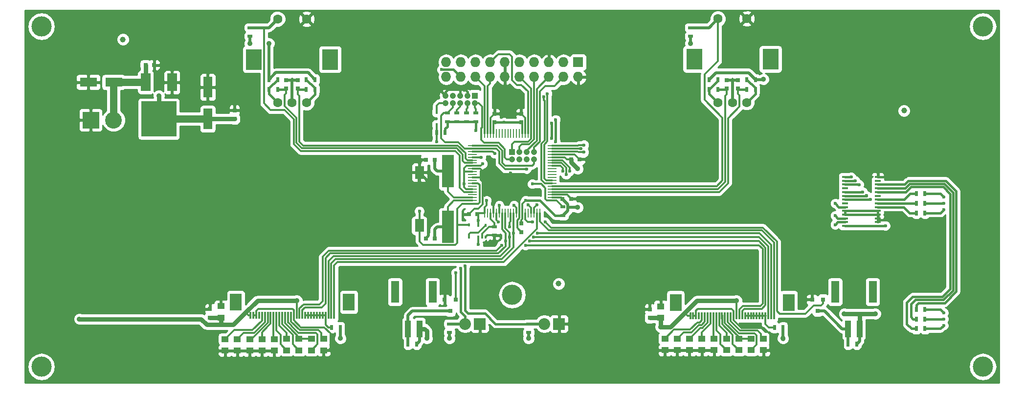
<source format=gbr>
G04 #@! TF.FileFunction,Copper,L1,Top,Signal*
%FSLAX46Y46*%
G04 Gerber Fmt 4.6, Leading zero omitted, Abs format (unit mm)*
G04 Created by KiCad (PCBNEW (2015-05-18 BZR 5668)-product) date Fri 29 May 2015 07:36:37 PM CEST*
%MOMM*%
G01*
G04 APERTURE LIST*
%ADD10C,0.100000*%
%ADD11C,3.500000*%
%ADD12R,2.999740X1.600200*%
%ADD13R,0.800000X0.750000*%
%ADD14R,0.750000X0.800000*%
%ADD15R,1.600200X3.599180*%
%ADD16R,1.250000X1.000000*%
%ADD17R,0.450000X0.590000*%
%ADD18R,2.000000X3.000000*%
%ADD19R,0.300000X1.250000*%
%ADD20C,1.600000*%
%ADD21R,2.800000X3.600000*%
%ADD22R,2.900000X2.900000*%
%ADD23C,2.900000*%
%ADD24R,1.000000X2.850000*%
%ADD25R,1.400000X3.800000*%
%ADD26R,1.727200X1.727200*%
%ADD27O,1.727200X1.727200*%
%ADD28R,1.050000X1.050000*%
%ADD29C,1.050000*%
%ADD30R,0.800100X0.800100*%
%ADD31R,0.500000X0.900000*%
%ADD32R,0.900000X0.500000*%
%ADD33R,1.600000X2.180000*%
%ADD34R,1.651000X3.048000*%
%ADD35R,6.096000X6.096000*%
%ADD36R,0.304800X0.508000*%
%ADD37R,1.500000X0.280000*%
%ADD38R,0.280000X1.500000*%
%ADD39R,1.100000X0.400000*%
%ADD40R,2.100580X5.600700*%
%ADD41R,2.032000X2.032000*%
%ADD42O,2.032000X2.032000*%
%ADD43C,1.000000*%
%ADD44C,0.600000*%
%ADD45C,0.900000*%
%ADD46C,0.762000*%
%ADD47C,1.270000*%
%ADD48C,0.381000*%
%ADD49C,0.508000*%
%ADD50C,0.304800*%
%ADD51C,0.254000*%
G04 APERTURE END LIST*
D10*
D11*
X238175800Y-42557700D03*
X238163100Y-101498400D03*
X156667200Y-89052400D03*
X75171300Y-42557700D03*
D12*
X87696040Y-52222400D03*
X83296760Y-52222400D03*
D13*
X93204600Y-49250600D03*
X94704600Y-49250600D03*
D14*
X108610400Y-58585800D03*
X108610400Y-57085800D03*
D15*
X103987600Y-58580020D03*
X103987600Y-53078380D03*
D16*
X198056500Y-98637600D03*
X198056500Y-96637600D03*
D14*
X180517800Y-91540900D03*
X180517800Y-93040900D03*
D16*
X182397400Y-91036900D03*
X182397400Y-93036900D03*
X195922900Y-98637600D03*
X195922900Y-96637600D03*
X183121300Y-98637600D03*
X183121300Y-96637600D03*
X191655700Y-98637600D03*
X191655700Y-96637600D03*
X193789300Y-98637600D03*
X193789300Y-96637600D03*
X189522100Y-98637600D03*
X189522100Y-96637600D03*
X187388500Y-98637600D03*
X187388500Y-96637600D03*
X185254900Y-98637600D03*
X185254900Y-96637600D03*
X200190100Y-98637600D03*
X200190100Y-96637600D03*
X121907300Y-98663000D03*
X121907300Y-96663000D03*
D14*
X104368600Y-91502800D03*
X104368600Y-93002800D03*
D16*
X106248200Y-90986100D03*
X106248200Y-92986100D03*
X119773700Y-98663000D03*
X119773700Y-96663000D03*
X106972100Y-98713800D03*
X106972100Y-96713800D03*
X115506500Y-98713800D03*
X115506500Y-96713800D03*
X117640100Y-98663000D03*
X117640100Y-96663000D03*
X113372900Y-98713800D03*
X113372900Y-96713800D03*
X111239300Y-98713800D03*
X111239300Y-96713800D03*
X109105700Y-98713800D03*
X109105700Y-96713800D03*
X124040900Y-98663000D03*
X124040900Y-96663000D03*
D13*
X150686200Y-75082400D03*
X149186200Y-75082400D03*
X165391400Y-72415400D03*
X166891400Y-72415400D03*
X166864600Y-65582800D03*
X168364600Y-65582800D03*
D14*
X153644600Y-59195400D03*
X153644600Y-57695400D03*
X158242000Y-59195400D03*
X158242000Y-57695400D03*
X158292800Y-76720000D03*
X158292800Y-78220000D03*
D13*
X143269400Y-65633600D03*
X141769400Y-65633600D03*
X143269400Y-79273400D03*
X141769400Y-79273400D03*
D14*
X193802000Y-53353400D03*
X193802000Y-51853400D03*
X117551200Y-53353400D03*
X117551200Y-51853400D03*
X195808600Y-53353400D03*
X195808600Y-51853400D03*
X119557800Y-53353400D03*
X119557800Y-51853400D03*
D17*
X149174200Y-79058400D03*
X149174200Y-76948400D03*
X143598900Y-57453900D03*
X143598900Y-59563900D03*
D18*
X184977200Y-90359400D03*
X204557200Y-90359400D03*
D19*
X202017200Y-92684400D03*
X201517200Y-92684400D03*
X201017200Y-92684400D03*
X200517200Y-92684400D03*
X200017200Y-92684400D03*
X199517200Y-92684400D03*
X199017200Y-92684400D03*
X198517200Y-92684400D03*
X198017200Y-92684400D03*
X197517200Y-92684400D03*
X197017200Y-92684400D03*
X196517200Y-92684400D03*
X196017200Y-92684400D03*
X195517200Y-92684400D03*
X195017200Y-92684400D03*
X194517200Y-92684400D03*
X194017200Y-92684400D03*
X193517200Y-92684400D03*
X193017200Y-92684400D03*
X192517200Y-92684400D03*
X192017200Y-92684400D03*
X191517200Y-92684400D03*
X191017200Y-92684400D03*
X190517200Y-92684400D03*
X190017200Y-92684400D03*
X189517200Y-92684400D03*
X189017200Y-92684400D03*
X188517200Y-92684400D03*
X188017200Y-92684400D03*
X187517200Y-92684400D03*
D18*
X108828000Y-90308600D03*
X128408000Y-90308600D03*
D19*
X125868000Y-92633600D03*
X125368000Y-92633600D03*
X124868000Y-92633600D03*
X124368000Y-92633600D03*
X123868000Y-92633600D03*
X123368000Y-92633600D03*
X122868000Y-92633600D03*
X122368000Y-92633600D03*
X121868000Y-92633600D03*
X121368000Y-92633600D03*
X120868000Y-92633600D03*
X120368000Y-92633600D03*
X119868000Y-92633600D03*
X119368000Y-92633600D03*
X118868000Y-92633600D03*
X118368000Y-92633600D03*
X117868000Y-92633600D03*
X117368000Y-92633600D03*
X116868000Y-92633600D03*
X116368000Y-92633600D03*
X115868000Y-92633600D03*
X115368000Y-92633600D03*
X114868000Y-92633600D03*
X114368000Y-92633600D03*
X113868000Y-92633600D03*
X113368000Y-92633600D03*
X112868000Y-92633600D03*
X112368000Y-92633600D03*
X111868000Y-92633600D03*
X111368000Y-92633600D03*
D20*
X192307200Y-55727600D03*
X192307200Y-41227600D03*
X197307200Y-55727600D03*
X197307200Y-41227600D03*
X194807200Y-55727600D03*
D21*
X188207200Y-48227600D03*
X201407200Y-48227600D03*
D20*
X116081800Y-55778400D03*
X116081800Y-41278400D03*
X121081800Y-55778400D03*
X121081800Y-41278400D03*
X118581800Y-55778400D03*
D21*
X111981800Y-48278400D03*
X125181800Y-48278400D03*
D22*
X83718400Y-58775600D03*
D23*
X87678400Y-58775600D03*
D24*
X214849200Y-94927200D03*
X216849200Y-94927200D03*
D25*
X212599200Y-88552200D03*
X219099200Y-88552200D03*
D24*
X138649200Y-94927200D03*
X140649200Y-94927200D03*
D25*
X136399200Y-88552200D03*
X142899200Y-88552200D03*
D26*
X168122600Y-48768000D03*
D27*
X168122600Y-51308000D03*
X165582600Y-48768000D03*
X165582600Y-51308000D03*
X163042600Y-48768000D03*
X163042600Y-51308000D03*
X160502600Y-48768000D03*
X160502600Y-51308000D03*
X157962600Y-48768000D03*
X157962600Y-51308000D03*
X155422600Y-48768000D03*
X155422600Y-51308000D03*
X152882600Y-48768000D03*
X152882600Y-51308000D03*
X150342600Y-48768000D03*
X150342600Y-51308000D03*
X147802600Y-48768000D03*
X147802600Y-51308000D03*
X145262600Y-48768000D03*
X145262600Y-51308000D03*
D28*
X150228300Y-54559200D03*
D29*
X148958300Y-54559200D03*
X147688300Y-54559200D03*
X146418300Y-54559200D03*
X145148300Y-54559200D03*
X148958300Y-55829200D03*
X147688300Y-55829200D03*
X146418300Y-55829200D03*
X145148300Y-55829200D03*
X150228300Y-55829200D03*
D28*
X156654500Y-64300100D03*
D29*
X157924500Y-64300100D03*
X159194500Y-64300100D03*
X160464500Y-64300100D03*
X157924500Y-65570100D03*
X159194500Y-65570100D03*
X160464500Y-65570100D03*
X156654500Y-65570100D03*
D30*
X210500000Y-89867740D03*
X208600000Y-89867740D03*
X209550000Y-91866720D03*
X146898400Y-89867740D03*
X144998400Y-89867740D03*
X145948400Y-91866720D03*
D31*
X214845200Y-97561400D03*
X216345200Y-97561400D03*
X202094400Y-94716600D03*
X203594400Y-94716600D03*
X138645200Y-97561400D03*
X140145200Y-97561400D03*
X125411800Y-94691200D03*
X126911800Y-94691200D03*
X145098200Y-60960000D03*
X143598200Y-60960000D03*
D32*
X153568400Y-77253400D03*
X153568400Y-78753400D03*
X165481000Y-75324400D03*
X165481000Y-73824400D03*
X150431500Y-59068400D03*
X150431500Y-57568400D03*
X148767800Y-59068400D03*
X148767800Y-57568400D03*
X147104100Y-59081100D03*
X147104100Y-57581100D03*
X145440400Y-59081100D03*
X145440400Y-57581100D03*
X159524700Y-95580900D03*
X159524700Y-94080900D03*
X187528200Y-44285600D03*
X187528200Y-42785600D03*
X111302800Y-44285600D03*
X111302800Y-42785600D03*
D31*
X190816800Y-51765200D03*
X192316800Y-51765200D03*
X114566000Y-51765200D03*
X116066000Y-51765200D03*
X192316800Y-53492400D03*
X190816800Y-53492400D03*
X116066000Y-53492400D03*
X114566000Y-53492400D03*
D32*
X145821400Y-95580900D03*
X145821400Y-94080900D03*
D31*
X198793800Y-51765200D03*
X197293800Y-51765200D03*
X122543000Y-51765200D03*
X121043000Y-51765200D03*
X197293800Y-53492400D03*
X198793800Y-53492400D03*
X121043000Y-53492400D03*
X122543000Y-53492400D03*
X228156200Y-74879200D03*
X226656200Y-74879200D03*
X228156200Y-73202800D03*
X226656200Y-73202800D03*
X228156200Y-71526400D03*
X226656200Y-71526400D03*
X228156200Y-94919800D03*
X226656200Y-94919800D03*
X228156200Y-93243400D03*
X226656200Y-93243400D03*
X228156200Y-91567000D03*
X226656200Y-91567000D03*
D33*
X140616500Y-67853660D03*
X140611860Y-77058520D03*
D34*
X97790000Y-52247800D03*
D35*
X95504000Y-58597800D03*
D34*
X93218000Y-52247800D03*
D36*
X150825200Y-79019400D03*
X152095200Y-79019400D03*
X150825200Y-76987400D03*
X151460200Y-79019400D03*
X152095200Y-76987400D03*
D37*
X149792600Y-63220400D03*
X149792600Y-63720400D03*
X149792600Y-64220400D03*
X149792600Y-64720400D03*
X149792600Y-65220400D03*
X149792600Y-65720400D03*
X149792600Y-66220400D03*
X149792600Y-66720400D03*
X149792600Y-67220400D03*
X149792600Y-67720400D03*
X149792600Y-68220400D03*
X149792600Y-68720400D03*
X149792600Y-69220400D03*
X149792600Y-69720400D03*
X149792600Y-70220400D03*
X149792600Y-70720400D03*
X149792600Y-71220400D03*
X149792600Y-71720400D03*
X149792600Y-72220400D03*
X149792600Y-72720400D03*
D38*
X151942600Y-74870400D03*
X152442600Y-74870400D03*
X152942600Y-74870400D03*
X153442600Y-74870400D03*
X153942600Y-74870400D03*
X154442600Y-74870400D03*
X154942600Y-74870400D03*
X155442600Y-74870400D03*
X155942600Y-74870400D03*
X156442600Y-74870400D03*
X156942600Y-74870400D03*
X157442600Y-74870400D03*
X157942600Y-74870400D03*
X158442600Y-74870400D03*
X158942600Y-74870400D03*
X159442600Y-74870400D03*
X159942600Y-74870400D03*
X160442600Y-74870400D03*
X160942600Y-74870400D03*
X161442600Y-74870400D03*
D37*
X163592600Y-72720400D03*
X163592600Y-72220400D03*
X163592600Y-71720400D03*
X163592600Y-71220400D03*
X163592600Y-70720400D03*
X163592600Y-70220400D03*
X163592600Y-69720400D03*
X163592600Y-69220400D03*
X163592600Y-68720400D03*
X163592600Y-68220400D03*
X163592600Y-67720400D03*
X163592600Y-67220400D03*
X163592600Y-66720400D03*
X163592600Y-66220400D03*
X163592600Y-65720400D03*
X163592600Y-65220400D03*
X163592600Y-64720400D03*
X163592600Y-64220400D03*
X163592600Y-63720400D03*
X163592600Y-63220400D03*
D38*
X161442600Y-61070400D03*
X160942600Y-61070400D03*
X160442600Y-61070400D03*
X159942600Y-61070400D03*
X159442600Y-61070400D03*
X158942600Y-61070400D03*
X158442600Y-61070400D03*
X157942600Y-61070400D03*
X157442600Y-61070400D03*
X156942600Y-61070400D03*
X156442600Y-61070400D03*
X155942600Y-61070400D03*
X155442600Y-61070400D03*
X154942600Y-61070400D03*
X154442600Y-61070400D03*
X153942600Y-61070400D03*
X153442600Y-61070400D03*
X152942600Y-61070400D03*
X152442600Y-61070400D03*
X151942600Y-61070400D03*
D39*
X219994600Y-77097600D03*
X219994600Y-76447600D03*
X219994600Y-75797600D03*
X219994600Y-75147600D03*
X219994600Y-74497600D03*
X219994600Y-73847600D03*
X219994600Y-73197600D03*
X219994600Y-72547600D03*
X219994600Y-71897600D03*
X219994600Y-71247600D03*
X219994600Y-70597600D03*
X219994600Y-69947600D03*
X219994600Y-69297600D03*
X219994600Y-68647600D03*
X214294600Y-68647600D03*
X214294600Y-69297600D03*
X214294600Y-69947600D03*
X214294600Y-70597600D03*
X214294600Y-71247600D03*
X214294600Y-71897600D03*
X214294600Y-72547600D03*
X214294600Y-73197600D03*
X214294600Y-73847600D03*
X214294600Y-74497600D03*
X214294600Y-75147600D03*
X214294600Y-75797600D03*
X214294600Y-76447600D03*
X214294600Y-77097600D03*
D40*
X145529300Y-67604640D03*
X145529300Y-77302360D03*
D41*
X164795200Y-94081600D03*
D42*
X162255200Y-94081600D03*
D41*
X151079200Y-94081600D03*
D42*
X148539200Y-94081600D03*
D43*
X89281000Y-44831000D03*
X164719000Y-87122000D03*
X224536000Y-57150000D03*
D11*
X75171300Y-101498400D03*
D44*
X140525500Y-70154800D03*
X152057100Y-80314800D03*
X157924500Y-70815200D03*
X156438600Y-67919600D03*
X153441400Y-70815200D03*
X224815400Y-76073000D03*
X224815400Y-68656200D03*
X222580200Y-68656200D03*
X222580200Y-76123800D03*
D45*
X219557600Y-92329000D03*
X214185500Y-92341700D03*
X114566700Y-45504100D03*
X111290100Y-45491400D03*
X200190100Y-51714400D03*
X187528200Y-45504100D03*
X168021000Y-67233800D03*
X168021000Y-73914000D03*
D44*
X150418800Y-60553600D03*
X155282900Y-59194700D03*
X152273000Y-72720200D03*
X158991300Y-72720200D03*
D45*
X159512000Y-96596200D03*
X145821400Y-96596200D03*
X141909800Y-96596200D03*
X182397400Y-94602300D03*
X195503800Y-90043000D03*
D44*
X221310200Y-77089000D03*
D45*
X203581000Y-96596200D03*
X203581000Y-96596200D03*
X126923800Y-96596200D03*
X119380000Y-90043000D03*
X81762600Y-93243400D03*
X95504000Y-54559200D03*
D44*
X150825200Y-76174600D03*
X148386800Y-69850000D03*
X151612600Y-66344800D03*
X140614400Y-74549000D03*
X143586200Y-62509400D03*
X231381300Y-74307700D03*
X231381300Y-73202800D03*
X231394000Y-72097900D03*
X231381300Y-94361000D03*
X231381300Y-93243400D03*
X231381300Y-92151200D03*
X161086800Y-78359000D03*
X156946600Y-78359000D03*
X160388300Y-79057500D03*
X156248100Y-79057500D03*
X159689800Y-79756000D03*
X155549600Y-79756000D03*
X158991300Y-80454500D03*
X156248100Y-77254100D03*
X154851100Y-80454500D03*
X162788600Y-54203600D03*
X162179000Y-54787800D03*
X212598000Y-73202800D03*
X212598000Y-75336400D03*
X150825200Y-80314800D03*
X144500600Y-50038000D03*
X212598000Y-76911200D03*
X160172400Y-69850000D03*
X151358600Y-65214500D03*
X159194500Y-67284600D03*
X153670000Y-64592200D03*
X148539200Y-84023200D03*
X154457400Y-73533000D03*
X154279600Y-76428600D03*
X147777200Y-84480400D03*
X162407600Y-76428600D03*
X160223200Y-76428600D03*
X156997400Y-73533000D03*
X146888200Y-85242400D03*
X169138600Y-64338200D03*
X168554400Y-63703200D03*
X169138600Y-63093600D03*
X165430200Y-67640200D03*
X166039800Y-68249800D03*
X166649400Y-67640200D03*
X215417400Y-68630800D03*
X216077800Y-69291200D03*
X216738200Y-69951600D03*
X217398600Y-71247000D03*
X218059000Y-71882000D03*
X218719400Y-72517000D03*
X160934400Y-73482200D03*
X164211000Y-58699400D03*
X164211000Y-62509400D03*
X159435800Y-73482200D03*
X163550600Y-59334400D03*
X163550600Y-61976000D03*
D46*
X93204600Y-49250600D02*
X93204600Y-52234400D01*
X93204600Y-52234400D02*
X93218000Y-52247800D01*
D47*
X87696040Y-52222400D02*
X93192600Y-52222400D01*
X93192600Y-52222400D02*
X93218000Y-52247800D01*
X87678400Y-58775600D02*
X87678400Y-52240040D01*
X87678400Y-52240040D02*
X87696040Y-52222400D01*
X87678400Y-52036840D02*
X87696040Y-52019200D01*
D48*
X140525500Y-70154800D02*
X140525500Y-67944660D01*
X140525500Y-67944660D02*
X140616500Y-67853660D01*
X153568400Y-78753400D02*
X153568400Y-79667100D01*
X140525500Y-70154800D02*
X140525500Y-70154800D01*
X152920700Y-80314800D02*
X152057100Y-80314800D01*
X153568400Y-79667100D02*
X152920700Y-80314800D01*
D49*
X194830700Y-51853400D02*
X194830700Y-55704100D01*
X194830700Y-55704100D02*
X194807200Y-55727600D01*
X193802000Y-51853400D02*
X194830700Y-51853400D01*
X194830700Y-51853400D02*
X195808600Y-51853400D01*
D50*
X157924500Y-70815200D02*
X157924500Y-69405500D01*
X157924500Y-69405500D02*
X156438600Y-67919600D01*
X157942600Y-74870400D02*
X157942600Y-70833300D01*
X153442600Y-70816400D02*
X153441400Y-70815200D01*
X153442600Y-74870400D02*
X153442600Y-70816400D01*
X153441400Y-70815200D02*
X151561800Y-70815200D01*
X157924500Y-70815200D02*
X153441400Y-70815200D01*
X157942600Y-70833300D02*
X157924500Y-70815200D01*
X149792600Y-68720400D02*
X151561800Y-68720400D01*
X151536400Y-68707000D02*
X151561800Y-68707000D01*
X151548400Y-68707000D02*
X151536400Y-68707000D01*
X151561800Y-68720400D02*
X151548400Y-68707000D01*
X151561800Y-70535800D02*
X151561800Y-68707000D01*
X151561800Y-72923400D02*
X151561800Y-70815200D01*
X151561800Y-70815200D02*
X151561800Y-70535800D01*
X151561800Y-68707000D02*
X151561800Y-67614800D01*
X151167400Y-67220400D02*
X149792600Y-67220400D01*
X151561800Y-67614800D02*
X151167400Y-67220400D01*
X157942600Y-74870400D02*
X157942600Y-75762800D01*
X157556200Y-77483400D02*
X158292800Y-78220000D01*
X157556200Y-76149200D02*
X157556200Y-77483400D01*
X157942600Y-75762800D02*
X157556200Y-76149200D01*
X158942600Y-61070400D02*
X158942600Y-58396000D01*
X158942600Y-58396000D02*
X158242000Y-57695400D01*
X152942600Y-61070400D02*
X152942600Y-58397400D01*
X152942600Y-58397400D02*
X153644600Y-57695400D01*
X149186200Y-75082400D02*
X150151400Y-74117200D01*
X150151400Y-74117200D02*
X150799800Y-74117200D01*
X150799800Y-74117200D02*
X151561800Y-73355200D01*
X151561800Y-73355200D02*
X151561800Y-72923400D01*
D49*
X141769400Y-79273400D02*
X142214600Y-78828200D01*
X142214600Y-78828200D02*
X142214600Y-69451760D01*
X142214600Y-69451760D02*
X140616500Y-67853660D01*
D48*
X145148300Y-54559200D02*
X145148300Y-53936900D01*
X145592800Y-53492400D02*
X147701000Y-53492400D01*
X145148300Y-53936900D02*
X145592800Y-53492400D01*
X147688300Y-54559200D02*
X147688300Y-53492400D01*
X147701000Y-53492400D02*
X148564600Y-53492400D01*
X148564600Y-53492400D02*
X148958300Y-53886100D01*
X148958300Y-53886100D02*
X148958300Y-54559200D01*
X147688300Y-53492400D02*
X147701000Y-53505100D01*
X147701000Y-53505100D02*
X147701000Y-53568600D01*
X147701000Y-53568600D02*
X147701000Y-53492400D01*
D49*
X140616500Y-67853660D02*
X140616500Y-66114100D01*
X140616500Y-66114100D02*
X141097000Y-65633600D01*
X141097000Y-65633600D02*
X141769400Y-65633600D01*
D50*
X124040900Y-98663000D02*
X124806200Y-98663000D01*
X125222000Y-95758000D02*
X124155200Y-94691200D01*
X125222000Y-98247200D02*
X125222000Y-95758000D01*
X124806200Y-98663000D02*
X125222000Y-98247200D01*
X112368000Y-92633600D02*
X112368000Y-91848000D01*
X112750600Y-91465400D02*
X118643400Y-91465400D01*
X112368000Y-91848000D02*
X112750600Y-91465400D01*
X188517200Y-92684400D02*
X188517200Y-91771800D01*
X195017200Y-91817000D02*
X195017200Y-92684400D01*
X194665600Y-91465400D02*
X195017200Y-91817000D01*
X188823600Y-91465400D02*
X194665600Y-91465400D01*
X188517200Y-91771800D02*
X188823600Y-91465400D01*
X188017200Y-92684400D02*
X188517200Y-92684400D01*
D48*
X222580200Y-68656200D02*
X224815400Y-68656200D01*
X222571600Y-68647600D02*
X219994600Y-68647600D01*
X222580200Y-68656200D02*
X222571600Y-68647600D01*
X219994600Y-76123800D02*
X222580200Y-76123800D01*
D50*
X167502200Y-64720400D02*
X168364600Y-65582800D01*
X163592600Y-64720400D02*
X167502200Y-64720400D01*
X111868000Y-92633600D02*
X112368000Y-92633600D01*
X118643400Y-91465400D02*
X118868000Y-91690000D01*
X118868000Y-91690000D02*
X118868000Y-92633600D01*
X118868000Y-93468000D02*
X120091200Y-94691200D01*
X118868000Y-92633600D02*
X118868000Y-93468000D01*
X120091200Y-94691200D02*
X124155200Y-94691200D01*
X195017200Y-93485212D02*
X196329584Y-94797596D01*
X195017200Y-92684400D02*
X195017200Y-93485212D01*
X201107800Y-98637600D02*
X200190100Y-98637600D01*
X201345800Y-98399600D02*
X201107800Y-98637600D01*
X201345800Y-95885000D02*
X201345800Y-98399600D01*
X200258396Y-94797596D02*
X201345800Y-95885000D01*
X196329584Y-94797596D02*
X200258396Y-94797596D01*
X166196400Y-71720400D02*
X166891400Y-72415400D01*
X163592600Y-71720400D02*
X166196400Y-71720400D01*
X152361200Y-78753400D02*
X153568400Y-78753400D01*
X152095200Y-79019400D02*
X152361200Y-78753400D01*
D49*
X118618000Y-51853400D02*
X119557800Y-51853400D01*
X117551200Y-51853400D02*
X118618000Y-51853400D01*
X118581800Y-51853400D02*
X118618000Y-51889600D01*
X118618000Y-51889600D02*
X118618000Y-51917600D01*
X118618000Y-51917600D02*
X118618000Y-51853400D01*
X118581800Y-55778400D02*
X118581800Y-51853400D01*
D48*
X214294600Y-74497600D02*
X219994600Y-74497600D01*
X214294600Y-75147600D02*
X219994600Y-75147600D01*
X219994600Y-76447600D02*
X219994600Y-76123800D01*
X219994600Y-76123800D02*
X219994600Y-75797600D01*
X219994600Y-75797600D02*
X219994600Y-75147600D01*
X219994600Y-75147600D02*
X219994600Y-74497600D01*
X214294600Y-75147600D02*
X214294600Y-74497600D01*
D46*
X216814400Y-92430600D02*
X216814400Y-92341700D01*
X216814400Y-92376500D02*
X216814400Y-92430600D01*
X216849200Y-92341700D02*
X216814400Y-92376500D01*
X216849200Y-94927200D02*
X216849200Y-92341700D01*
X216814400Y-92341700D02*
X219544900Y-92341700D01*
X219544900Y-92341700D02*
X219557600Y-92329000D01*
X214185500Y-92341700D02*
X216814400Y-92341700D01*
D49*
X114566000Y-51765200D02*
X114566000Y-45504800D01*
X114566000Y-45504800D02*
X114566700Y-45504100D01*
X114566000Y-51765200D02*
X115772500Y-50558700D01*
X121336500Y-50558700D02*
X122543000Y-51765200D01*
X115772500Y-50558700D02*
X121336500Y-50558700D01*
X111302800Y-44285600D02*
X111302800Y-45478700D01*
X111302800Y-45478700D02*
X111290100Y-45491400D01*
X190816800Y-51765200D02*
X191997900Y-50584100D01*
X197612700Y-50584100D02*
X198793800Y-51765200D01*
X191997900Y-50584100D02*
X197612700Y-50584100D01*
X198793800Y-51765200D02*
X200139300Y-51765200D01*
X200139300Y-51765200D02*
X200190100Y-51714400D01*
X187528200Y-44285600D02*
X187528200Y-45504100D01*
D46*
X166864600Y-65582800D02*
X166864600Y-66077400D01*
X166864600Y-66077400D02*
X168021000Y-67233800D01*
D49*
X166344600Y-73901300D02*
X168008300Y-73901300D01*
X168008300Y-73901300D02*
X168021000Y-73914000D01*
X165391400Y-72415400D02*
X166344600Y-73368600D01*
X166344600Y-74460800D02*
X165481000Y-75324400D01*
X166344600Y-73368600D02*
X166344600Y-73901300D01*
X166344600Y-73901300D02*
X166344600Y-74460800D01*
D48*
X158991300Y-72720200D02*
X161467800Y-72720200D01*
X164072000Y-75324400D02*
X165481000Y-75324400D01*
X161467800Y-72720200D02*
X164072000Y-75324400D01*
X158242000Y-59195400D02*
X155283600Y-59195400D01*
X155283600Y-59195400D02*
X155282900Y-59194700D01*
X150431500Y-60540900D02*
X150418800Y-60553600D01*
X150431500Y-59068400D02*
X150431500Y-60540900D01*
X155282900Y-59194700D02*
X155282200Y-59195400D01*
X155282200Y-59195400D02*
X153644600Y-59195400D01*
D50*
X158442600Y-74870400D02*
X158442600Y-73268900D01*
X151942600Y-73901500D02*
X151942600Y-74870400D01*
X152273000Y-73571100D02*
X151942600Y-73901500D01*
X152273000Y-72720200D02*
X152273000Y-73571100D01*
X158442600Y-73268900D02*
X158991300Y-72720200D01*
X195517200Y-92684400D02*
X195517200Y-90056400D01*
X195517200Y-90056400D02*
X195503800Y-90043000D01*
D46*
X182397400Y-94602300D02*
X182397400Y-93036900D01*
D49*
X159512000Y-95593600D02*
X159512000Y-96596200D01*
X159512000Y-95593600D02*
X159524700Y-95580900D01*
X145821400Y-96596200D02*
X145821400Y-95580900D01*
D46*
X141909800Y-96596200D02*
X141909800Y-95326200D01*
X141510800Y-94927200D02*
X140649200Y-94927200D01*
X141909800Y-95326200D02*
X141510800Y-94927200D01*
X182397400Y-94602300D02*
X184111900Y-94602300D01*
X184111900Y-94602300D02*
X186537600Y-92176600D01*
D50*
X187517200Y-92684400D02*
X187045400Y-92684400D01*
X187045400Y-92684400D02*
X186537600Y-92176600D01*
D46*
X186537600Y-92176600D02*
X187502800Y-91211400D01*
X188671200Y-90043000D02*
X195503800Y-90043000D01*
X187502800Y-91211400D02*
X188671200Y-90043000D01*
D48*
X219994600Y-77097600D02*
X221301600Y-77097600D01*
X221301600Y-77097600D02*
X221310200Y-77089000D01*
D49*
X203581000Y-96570800D02*
X203594400Y-96557400D01*
X203594400Y-96557400D02*
X203594400Y-94716600D01*
X216345200Y-97561400D02*
X216849200Y-97057400D01*
X216849200Y-97057400D02*
X216849200Y-94927200D01*
X216599200Y-95177200D02*
X216849200Y-94927200D01*
D50*
X111368000Y-92633600D02*
X111023200Y-92633600D01*
X111023200Y-92633600D02*
X110515400Y-92125800D01*
D46*
X182397400Y-93036900D02*
X182393400Y-93040900D01*
X182393400Y-93040900D02*
X180517800Y-93040900D01*
D49*
X180517800Y-93040900D02*
X180521800Y-93036900D01*
X140145200Y-97561400D02*
X140649200Y-97057400D01*
X140649200Y-97057400D02*
X140649200Y-94927200D01*
X159512000Y-95593600D02*
X159524700Y-95580900D01*
X126911800Y-94691200D02*
X126911800Y-96584200D01*
X126911800Y-96584200D02*
X126923800Y-96596200D01*
D46*
X203581000Y-96621600D02*
X203581000Y-96570800D01*
X203581000Y-96596200D02*
X203581000Y-96621600D01*
D50*
X119368000Y-92633600D02*
X119368000Y-90055000D01*
X119368000Y-90055000D02*
X119380000Y-90043000D01*
D46*
X106248200Y-94208600D02*
X106248200Y-92986100D01*
X104368600Y-93002800D02*
X106231500Y-93002800D01*
X106231500Y-93002800D02*
X106248200Y-92986100D01*
X112598200Y-90043000D02*
X119380000Y-90043000D01*
X108432600Y-94208600D02*
X110515400Y-92125800D01*
X110515400Y-92125800D02*
X112598200Y-90043000D01*
X103784400Y-94208600D02*
X106248200Y-94208600D01*
X106248200Y-94208600D02*
X108432600Y-94208600D01*
X102819200Y-93243400D02*
X103784400Y-94208600D01*
X81762600Y-93243400D02*
X102819200Y-93243400D01*
X95504000Y-54559200D02*
X95504000Y-58597800D01*
D49*
X93548200Y-60553600D02*
X95504000Y-58597800D01*
X93497400Y-60604400D02*
X95504000Y-58597800D01*
X93319600Y-60782200D02*
X95504000Y-58597800D01*
X97459800Y-60553600D02*
X95504000Y-58597800D01*
D50*
X158442600Y-74870400D02*
X158442600Y-75905988D01*
X158442600Y-75905988D02*
X158292800Y-76055788D01*
X158292800Y-76055788D02*
X158292800Y-76720000D01*
X149792600Y-67720400D02*
X148386800Y-67720400D01*
X148437600Y-67716400D02*
X148386800Y-67716400D01*
X148390800Y-67716400D02*
X148437600Y-67716400D01*
X148386800Y-67720400D02*
X148390800Y-67716400D01*
X149792600Y-66720400D02*
X148773200Y-66720400D01*
X148386800Y-67106800D02*
X148386800Y-67716400D01*
X148386800Y-67716400D02*
X148386800Y-69850000D01*
X148773200Y-66720400D02*
X148386800Y-67106800D01*
X149792600Y-70720400D02*
X148698400Y-70720400D01*
X148698400Y-70720400D02*
X148386800Y-70408800D01*
X148386800Y-70408800D02*
X148386800Y-69850000D01*
X158442600Y-61070400D02*
X158442600Y-59396000D01*
X158442600Y-59396000D02*
X158242000Y-59195400D01*
X153442600Y-61070400D02*
X153442600Y-59397400D01*
X153442600Y-59397400D02*
X153644600Y-59195400D01*
X149792600Y-66720400D02*
X151237000Y-66720400D01*
X151237000Y-66720400D02*
X151612600Y-66344800D01*
D48*
X153707400Y-59207400D02*
X153695400Y-59195400D01*
X145098200Y-60960000D02*
X145098200Y-60286200D01*
X145440400Y-59944000D02*
X145440400Y-59081100D01*
X145098200Y-60286200D02*
X145440400Y-59944000D01*
X147104100Y-59081100D02*
X145440400Y-59081100D01*
X148767800Y-59068400D02*
X150431500Y-59068400D01*
X147104100Y-59081100D02*
X148755100Y-59081100D01*
X148755100Y-59081100D02*
X148767800Y-59068400D01*
D50*
X151612600Y-66344800D02*
X151612600Y-66344800D01*
X148755100Y-59081100D02*
X148767800Y-59068400D01*
X150825200Y-76987400D02*
X150825200Y-76174600D01*
X150825200Y-76174600D02*
X150825200Y-75221400D01*
X150825200Y-75221400D02*
X150686200Y-75082400D01*
D49*
X145821400Y-95580900D02*
X145669700Y-95580900D01*
X126923800Y-94679200D02*
X126911800Y-94691200D01*
X106231500Y-93002800D02*
X106248200Y-92986100D01*
X203581000Y-94703200D02*
X203594400Y-94716600D01*
X216599200Y-95177200D02*
X216849200Y-94927200D01*
X216700800Y-95075600D02*
X216849200Y-94927200D01*
X216839800Y-94936600D02*
X216849200Y-94927200D01*
D48*
X214294600Y-77097600D02*
X219994600Y-77097600D01*
D46*
X108610400Y-58585800D02*
X103993380Y-58585800D01*
X103993380Y-58585800D02*
X103987600Y-58580020D01*
D47*
X103987600Y-58580020D02*
X95521780Y-58580020D01*
X95521780Y-58580020D02*
X95504000Y-58597800D01*
D50*
X163592600Y-65220400D02*
X165804400Y-65220400D01*
X166166800Y-65582800D02*
X165804400Y-65220400D01*
X166864600Y-65582800D02*
X166166800Y-65582800D01*
X165221800Y-72220400D02*
X165391400Y-72390000D01*
X165196400Y-72220400D02*
X165391400Y-72415400D01*
X163592600Y-72220400D02*
X165196400Y-72220400D01*
X150898200Y-74870400D02*
X150686200Y-75082400D01*
X151942600Y-74870400D02*
X151358600Y-74870400D01*
X151485600Y-74870400D02*
X150898200Y-74870400D01*
X151358600Y-74870400D02*
X151485600Y-74870400D01*
X195918388Y-95707200D02*
X194017200Y-93806012D01*
X198678800Y-95707200D02*
X195918388Y-95707200D01*
X194017200Y-93806012D02*
X194017200Y-92684400D01*
X199009000Y-97685100D02*
X199009000Y-96037400D01*
X199009000Y-96037400D02*
X198678800Y-95707200D01*
X198056500Y-98637600D02*
X199009000Y-97685100D01*
X195935600Y-96637600D02*
X198069200Y-96637600D01*
X195922900Y-96637600D02*
X195922900Y-96372112D01*
X193484702Y-92684400D02*
X193517200Y-92684400D01*
X193484702Y-93916702D02*
X193484702Y-92684400D01*
X195922900Y-96354900D02*
X193484702Y-93916702D01*
X195922900Y-96637600D02*
X195922900Y-96354900D01*
X193029900Y-94122300D02*
X194868800Y-95961200D01*
X194868800Y-95961200D02*
X194868800Y-97570800D01*
X194868800Y-97570800D02*
X195935600Y-98637600D01*
X193029900Y-92608200D02*
X193029900Y-94122300D01*
X188747400Y-93827600D02*
X189166500Y-93827600D01*
X189166500Y-93827600D02*
X189529900Y-93464200D01*
X189529900Y-93464200D02*
X189529900Y-92608200D01*
X184686700Y-95072200D02*
X187502800Y-95072200D01*
X187502800Y-95072200D02*
X188747400Y-93827600D01*
X183121300Y-96637600D02*
X184686700Y-95072200D01*
X191529900Y-96549900D02*
X191668400Y-96688400D01*
X191529900Y-92608200D02*
X191529900Y-96549900D01*
X192735200Y-97570800D02*
X192735200Y-95923100D01*
X192735200Y-95923100D02*
X192029900Y-95217800D01*
X192029900Y-95217800D02*
X192029900Y-92608200D01*
X193802000Y-98637600D02*
X192735200Y-97570800D01*
X192529900Y-94333500D02*
X193802000Y-95605600D01*
X193802000Y-95605600D02*
X193802000Y-96637600D01*
X192529900Y-92608200D02*
X192529900Y-94333500D01*
X191029900Y-94034300D02*
X191029900Y-92608200D01*
X189534800Y-96688400D02*
X189534800Y-95529400D01*
X189534800Y-95529400D02*
X190525400Y-94538800D01*
X190525400Y-94538800D02*
X191029900Y-94034300D01*
X190529900Y-93861200D02*
X189623700Y-94767400D01*
X189623700Y-94767400D02*
X189638656Y-94767400D01*
X190529900Y-92608200D02*
X190529900Y-93861200D01*
X189243744Y-94782356D02*
X189638656Y-94782356D01*
X189638656Y-94782356D02*
X189638656Y-94767400D01*
X187388500Y-96637600D02*
X189243744Y-94782356D01*
X190029900Y-93718012D02*
X190029900Y-92608200D01*
X189465510Y-94282402D02*
X190029900Y-93718012D01*
X188978398Y-94282402D02*
X189465510Y-94282402D01*
X186337700Y-95554800D02*
X187706000Y-95554800D01*
X187706000Y-95554800D02*
X188978398Y-94282402D01*
X185254900Y-96637600D02*
X186337700Y-95554800D01*
X194517200Y-93628400D02*
X194517200Y-92684400D01*
X196141198Y-95252398D02*
X194517200Y-93628400D01*
X199189198Y-95252398D02*
X196141198Y-95252398D01*
X199771000Y-95834200D02*
X199189198Y-95252398D01*
X199771000Y-96218500D02*
X199771000Y-95834200D01*
X200190100Y-96637600D02*
X199771000Y-96218500D01*
X122974100Y-96494600D02*
X122974100Y-95923100D01*
X122974100Y-95923100D02*
X122707400Y-95656400D01*
X119680288Y-95656400D02*
X118456994Y-94433106D01*
X117859394Y-93818294D02*
X118456994Y-94415894D01*
X118456994Y-94433106D02*
X118456994Y-94415894D01*
X122707400Y-95656400D02*
X120624600Y-95656400D01*
X122974100Y-97586800D02*
X122974100Y-96494600D01*
X117868000Y-93826900D02*
X117859394Y-93818294D01*
X117868000Y-92633600D02*
X117868000Y-93826900D01*
X122974100Y-97586800D02*
X122974100Y-97596200D01*
X122974100Y-97596200D02*
X121907300Y-98663000D01*
X120624600Y-95656400D02*
X119680288Y-95656400D01*
X119773700Y-96663000D02*
X121907300Y-96663000D01*
X117368000Y-92633600D02*
X117368000Y-93987300D01*
X117368000Y-93987300D02*
X118266494Y-94885794D01*
X118266494Y-94903006D02*
X118266494Y-94885794D01*
X119773700Y-96410212D02*
X118266494Y-94903006D01*
X119773700Y-96663000D02*
X119773700Y-96410212D01*
X116868000Y-92633600D02*
X116868000Y-94147700D01*
X118706900Y-97596200D02*
X119773700Y-98663000D01*
X118706900Y-95986600D02*
X118706900Y-97596200D01*
X116868000Y-94147700D02*
X118706900Y-95986600D01*
X113368000Y-93489600D02*
X113368000Y-92633600D01*
X108562900Y-95123000D02*
X111734600Y-95123000D01*
X111734600Y-95123000D02*
X113368000Y-93489600D01*
X106972100Y-96713800D02*
X108562900Y-95123000D01*
X115368000Y-92633600D02*
X115368000Y-96575300D01*
X115368000Y-96575300D02*
X115506500Y-96713800D01*
X117640100Y-98663000D02*
X116573300Y-97596200D01*
X115868000Y-95243200D02*
X115868000Y-92633600D01*
X116573300Y-95948500D02*
X115868000Y-95243200D01*
X116573300Y-97596200D02*
X116573300Y-95948500D01*
X116368000Y-92633600D02*
X116368000Y-94358900D01*
X117640100Y-95631000D02*
X117640100Y-96663000D01*
X116368000Y-94358900D02*
X117640100Y-95631000D01*
X114363500Y-94564200D02*
X114868000Y-94059700D01*
X113372900Y-95554800D02*
X114363500Y-94564200D01*
X113372900Y-96713800D02*
X113372900Y-95554800D01*
X114868000Y-94059700D02*
X114868000Y-92633600D01*
X114368000Y-92633600D02*
X114368000Y-93886600D01*
X111540800Y-96713800D02*
X114368000Y-93886600D01*
X111239300Y-96713800D02*
X111540800Y-96713800D01*
X113868000Y-93743412D02*
X113868000Y-92633600D01*
X110213900Y-95605600D02*
X112005812Y-95605600D01*
X112005812Y-95605600D02*
X113868000Y-93743412D01*
X109105700Y-96713800D02*
X110213900Y-95605600D01*
X123621800Y-96243900D02*
X123621800Y-95656400D01*
X124040900Y-96663000D02*
X123621800Y-96243900D01*
X118368000Y-93656198D02*
X119885602Y-95173800D01*
X119885602Y-95173800D02*
X123139200Y-95173800D01*
X123139200Y-95173800D02*
X123621800Y-95656400D01*
X118368000Y-92633600D02*
X118368000Y-93656198D01*
D49*
X143269400Y-65633600D02*
X143269400Y-67171000D01*
X143703040Y-67604640D02*
X145529300Y-67604640D01*
X143269400Y-67171000D02*
X143703040Y-67604640D01*
D50*
X149792600Y-72220400D02*
X146604300Y-72220400D01*
X145529300Y-71145400D02*
X145529300Y-67604640D01*
X146604300Y-72220400D02*
X145529300Y-71145400D01*
X145519840Y-67614100D02*
X145529300Y-67604640D01*
D49*
X143269400Y-79273400D02*
X143269400Y-77736000D01*
X143703040Y-77302360D02*
X145529300Y-77302360D01*
X143269400Y-77736000D02*
X143703040Y-77302360D01*
D50*
X149792600Y-72720400D02*
X146608600Y-72720400D01*
X145529300Y-73799700D02*
X145529300Y-77302360D01*
X146608600Y-72720400D02*
X145529300Y-73799700D01*
X145519840Y-77292900D02*
X145529300Y-77302360D01*
D48*
X193802000Y-53353400D02*
X193663000Y-53492400D01*
X193663000Y-53492400D02*
X192316800Y-53492400D01*
D50*
X193802000Y-53353400D02*
X193802000Y-54317900D01*
X193802000Y-54317900D02*
X193560700Y-54559200D01*
X193560700Y-54559200D02*
X193560700Y-69481700D01*
X192322000Y-70720400D02*
X163592600Y-70720400D01*
X193560700Y-69481700D02*
X192322000Y-70720400D01*
D48*
X116066000Y-53492400D02*
X117412200Y-53492400D01*
X117412200Y-53492400D02*
X117551200Y-53353400D01*
D50*
X121158000Y-63654798D02*
X120271398Y-63654798D01*
X117551200Y-54165500D02*
X117551200Y-53353400D01*
X117322600Y-54394100D02*
X117551200Y-54165500D01*
X117322600Y-56400700D02*
X117322600Y-54394100D01*
X119354600Y-58432700D02*
X117322600Y-56400700D01*
X119354600Y-62738000D02*
X119354600Y-58432700D01*
X120271398Y-63654798D02*
X119354600Y-62738000D01*
X149792600Y-66220400D02*
X148475902Y-66220400D01*
X147051186Y-63654798D02*
X121158000Y-63654798D01*
X148105002Y-64708614D02*
X147051186Y-63654798D01*
X148105002Y-65849500D02*
X148105002Y-64708614D01*
X148475902Y-66220400D02*
X148105002Y-65849500D01*
D48*
X195808600Y-53353400D02*
X195947600Y-53492400D01*
X195947600Y-53492400D02*
X197293800Y-53492400D01*
D50*
X163592600Y-71220400D02*
X192545900Y-71220400D01*
X195808600Y-54279800D02*
X195808600Y-53353400D01*
X196062600Y-54533800D02*
X195808600Y-54279800D01*
X196062600Y-56451500D02*
X196062600Y-54533800D01*
X194068700Y-58445400D02*
X196062600Y-56451500D01*
X194068700Y-69697600D02*
X194068700Y-58445400D01*
X192545900Y-71220400D02*
X194068700Y-69697600D01*
D48*
X119557800Y-53353400D02*
X119696800Y-53492400D01*
X119696800Y-53492400D02*
X121043000Y-53492400D01*
D50*
X149792600Y-65720400D02*
X148913304Y-65720400D01*
X119557800Y-54292500D02*
X119557800Y-53353400D01*
X119837200Y-54571900D02*
X119557800Y-54292500D01*
X119837200Y-62534800D02*
X119837200Y-54571900D01*
X120497600Y-63195200D02*
X119837200Y-62534800D01*
X147256500Y-63195200D02*
X120497600Y-63195200D01*
X148577300Y-64516000D02*
X147256500Y-63195200D01*
X148577300Y-65384396D02*
X148577300Y-64516000D01*
X148913304Y-65720400D02*
X148577300Y-65384396D01*
D49*
X119557800Y-53353400D02*
X119557800Y-53250400D01*
D50*
X150825200Y-78257400D02*
X149428200Y-78257400D01*
X149428200Y-78257400D02*
X149174200Y-78511400D01*
X149174200Y-78511400D02*
X149174200Y-79058400D01*
X152095200Y-76987400D02*
X150825200Y-78257400D01*
X147205700Y-74155300D02*
X148031200Y-73329800D01*
X148031200Y-73329800D02*
X150774400Y-73329800D01*
X143598200Y-60960000D02*
X143598200Y-62497400D01*
X140611860Y-74551540D02*
X140611860Y-77058520D01*
X140614400Y-74549000D02*
X140611860Y-74551540D01*
X143598200Y-62497400D02*
X143586200Y-62509400D01*
X149174200Y-76948400D02*
X147193000Y-76948400D01*
X147218400Y-76936600D02*
X147193000Y-76936600D01*
X147204800Y-76936600D02*
X147218400Y-76936600D01*
X147193000Y-76948400D02*
X147204800Y-76936600D01*
X150774400Y-73329800D02*
X151028400Y-73075800D01*
X149792600Y-69720400D02*
X150721000Y-69720400D01*
X151028400Y-70027800D02*
X151028400Y-72415400D01*
X151028400Y-72415400D02*
X151028400Y-73075800D01*
X150721000Y-69720400D02*
X151028400Y-70027800D01*
X145745200Y-80418798D02*
X146809602Y-80418798D01*
X141986000Y-80418798D02*
X141251798Y-80418798D01*
X140611860Y-79778860D02*
X140611860Y-77058520D01*
X141251798Y-80418798D02*
X140611860Y-79778860D01*
X141986000Y-80418798D02*
X145745200Y-80418798D01*
X146809602Y-80418798D02*
X147193000Y-80035400D01*
X147193000Y-80035400D02*
X147193000Y-76936600D01*
X147193000Y-74168000D02*
X147205700Y-74155300D01*
X147193000Y-76936600D02*
X147193000Y-74168000D01*
X149160600Y-76962000D02*
X149174200Y-76948400D01*
X143598200Y-59564600D02*
X143598200Y-60960000D01*
X143598900Y-59563900D02*
X143598200Y-59564600D01*
X143598900Y-57453900D02*
X143598900Y-56248300D01*
X144018000Y-55829200D02*
X145148300Y-55829200D01*
X143598900Y-56248300D02*
X144018000Y-55829200D01*
D48*
X228156200Y-74879200D02*
X230809800Y-74879200D01*
X230809800Y-74879200D02*
X231381300Y-74307700D01*
X228156200Y-73202800D02*
X231381300Y-73202800D01*
X228156200Y-71526400D02*
X230822500Y-71526400D01*
X230822500Y-71526400D02*
X231394000Y-72097900D01*
X228156200Y-94919800D02*
X230822500Y-94919800D01*
X230822500Y-94919800D02*
X231381300Y-94361000D01*
X228156200Y-93243400D02*
X231381300Y-93243400D01*
X228156200Y-91567000D02*
X230797100Y-91567000D01*
X230797100Y-91567000D02*
X231381300Y-92151200D01*
D50*
X162991800Y-77889100D02*
X199898000Y-77889100D01*
X161442600Y-74870400D02*
X161442600Y-76339900D01*
X161442600Y-76339900D02*
X162991800Y-77889100D01*
X202017200Y-80008300D02*
X199898000Y-77889100D01*
X202017200Y-92684400D02*
X202017200Y-80008300D01*
X201517200Y-80410000D02*
X201517200Y-92684400D01*
X199466200Y-78359000D02*
X201517200Y-80410000D01*
X161086800Y-78359000D02*
X199466200Y-78359000D01*
X156942600Y-74870400D02*
X156942600Y-78397100D01*
X156942600Y-78397100D02*
X156942600Y-78355000D01*
X156921200Y-78333600D02*
X156946600Y-78359000D01*
X156942600Y-78355000D02*
X156921200Y-78333600D01*
X125322802Y-85420998D02*
X125322802Y-92633600D01*
X125322802Y-92633600D02*
X125368000Y-92633600D01*
X156921200Y-80848200D02*
X154914600Y-82854800D01*
X154914600Y-82854800D02*
X126084802Y-82854800D01*
X126084802Y-82854800D02*
X125322802Y-83616800D01*
X125322802Y-83616800D02*
X125322802Y-85420998D01*
X156921200Y-78333600D02*
X156921200Y-80848200D01*
X199402700Y-79057500D02*
X201017200Y-80672000D01*
X201017200Y-80672000D02*
X201017200Y-92684400D01*
X160388300Y-79057500D02*
X199402700Y-79057500D01*
X155442600Y-74870400D02*
X155442600Y-77515400D01*
X155442600Y-77515400D02*
X156248100Y-78320900D01*
X156248100Y-78320900D02*
X156248100Y-79057500D01*
X124868000Y-84986800D02*
X124868000Y-92633600D01*
X156248100Y-80759300D02*
X154660600Y-82346800D01*
X154660600Y-82346800D02*
X125730000Y-82346800D01*
X125730000Y-82346800D02*
X124868000Y-83208800D01*
X124868000Y-83208800D02*
X124868000Y-84986800D01*
X156248100Y-79057500D02*
X156248100Y-80759300D01*
X200517200Y-92684400D02*
X200517200Y-94091200D01*
X201142600Y-94716600D02*
X202094400Y-94716600D01*
X200517200Y-94091200D02*
X201142600Y-94716600D01*
X197017200Y-92684400D02*
X197517200Y-92684400D01*
X197517200Y-92684400D02*
X198017200Y-92684400D01*
X198017200Y-92684400D02*
X198517200Y-92684400D01*
X198517200Y-92684400D02*
X199017200Y-92684400D01*
X199017200Y-92684400D02*
X199517200Y-92684400D01*
X199517200Y-92684400D02*
X200017200Y-92684400D01*
X200017200Y-92684400D02*
X200562398Y-92684400D01*
X200562398Y-92684400D02*
X200517200Y-92684400D01*
X159689800Y-79756000D02*
X193903600Y-79756000D01*
X154942600Y-74870400D02*
X154942600Y-77726600D01*
X154942600Y-77726600D02*
X155549600Y-78333600D01*
X155549600Y-78333600D02*
X155549600Y-79756000D01*
X154305000Y-81864200D02*
X125196600Y-81864200D01*
X155549600Y-80619600D02*
X154305000Y-81864200D01*
X155549600Y-79756000D02*
X155549600Y-80619600D01*
X196517200Y-91798200D02*
X196850000Y-91465400D01*
X196850000Y-91465400D02*
X199745600Y-91465400D01*
X200533000Y-90855800D02*
X200533000Y-80873600D01*
X200533000Y-80873600D02*
X199415400Y-79756000D01*
X199415400Y-79756000D02*
X193903600Y-79756000D01*
X196517200Y-92684400D02*
X196517200Y-91798200D01*
X199923400Y-91465400D02*
X200533000Y-90855800D01*
X199745600Y-91465400D02*
X199923400Y-91465400D01*
X120368000Y-91645800D02*
X120802400Y-91211400D01*
X120802400Y-91211400D02*
X123545600Y-91211400D01*
X124358400Y-90551000D02*
X124358400Y-82702400D01*
X124358400Y-82702400D02*
X125196600Y-81864200D01*
X120368000Y-92633600D02*
X120368000Y-91645800D01*
X123698000Y-91211400D02*
X124358400Y-90551000D01*
X123545600Y-91211400D02*
X123698000Y-91211400D01*
X158991300Y-80454500D02*
X194259200Y-80454500D01*
X156442600Y-76310300D02*
X156442600Y-74870400D01*
X156248100Y-76504800D02*
X156442600Y-76310300D01*
X156248100Y-77254100D02*
X156248100Y-76504800D01*
X153924000Y-81381600D02*
X124917200Y-81381600D01*
X154851100Y-80454500D02*
X153924000Y-81381600D01*
X196017200Y-91587000D02*
X196621400Y-90982800D01*
X196621400Y-90982800D02*
X199288400Y-90982800D01*
X200050400Y-90601800D02*
X200050400Y-81076800D01*
X200050400Y-81076800D02*
X199428100Y-80454500D01*
X199428100Y-80454500D02*
X194259200Y-80454500D01*
X196017200Y-92684400D02*
X196017200Y-91587000D01*
X199669400Y-90982800D02*
X200050400Y-90601800D01*
X199288400Y-90982800D02*
X199669400Y-90982800D01*
X119868000Y-91383800D02*
X120548400Y-90703400D01*
X120548400Y-90703400D02*
X123190000Y-90703400D01*
X123850400Y-90144600D02*
X123850400Y-82448400D01*
X123850400Y-82448400D02*
X124917200Y-81381600D01*
X119868000Y-92633600D02*
X119868000Y-91383800D01*
X123291600Y-90703400D02*
X123850400Y-90144600D01*
X123190000Y-90703400D02*
X123291600Y-90703400D01*
X125868000Y-85828300D02*
X125868000Y-92633600D01*
X160942600Y-77639600D02*
X155219400Y-83362800D01*
X155219400Y-83362800D02*
X126441200Y-83362800D01*
X126441200Y-83362800D02*
X125868000Y-83936000D01*
X125868000Y-83936000D02*
X125868000Y-85828300D01*
X160942600Y-74870400D02*
X160942600Y-77639600D01*
X124368000Y-92633600D02*
X124368000Y-94218200D01*
X124841000Y-94691200D02*
X125411800Y-94691200D01*
X124368000Y-94218200D02*
X124841000Y-94691200D01*
X120868000Y-92633600D02*
X121368000Y-92633600D01*
X121368000Y-92633600D02*
X121868000Y-92633600D01*
X121868000Y-92633600D02*
X122368000Y-92633600D01*
X122368000Y-92633600D02*
X122868000Y-92633600D01*
X122868000Y-92633600D02*
X123368000Y-92633600D01*
X123368000Y-92633600D02*
X123868000Y-92633600D01*
X123868000Y-92633600D02*
X124413198Y-92633600D01*
X124413198Y-92633600D02*
X124368000Y-92633600D01*
D48*
X190816800Y-53492400D02*
X190816800Y-54237200D01*
X190816800Y-54237200D02*
X192307200Y-55727600D01*
X190816800Y-53492400D02*
X192316800Y-51992400D01*
X192316800Y-51992400D02*
X192316800Y-51765200D01*
D49*
X192316800Y-51765200D02*
X192316800Y-51868200D01*
D50*
X163592600Y-70220400D02*
X192098100Y-70220400D01*
X192307200Y-48535600D02*
X192307200Y-41227600D01*
X189992000Y-50850800D02*
X192307200Y-48535600D01*
X189992000Y-55295800D02*
X189992000Y-50850800D01*
X193065400Y-58369200D02*
X189992000Y-55295800D01*
X193065400Y-69253100D02*
X193065400Y-58369200D01*
X192098100Y-70220400D02*
X193065400Y-69253100D01*
D49*
X187528200Y-42785600D02*
X190749200Y-42785600D01*
X190749200Y-42785600D02*
X192307200Y-41227600D01*
D48*
X198793800Y-53492400D02*
X198793800Y-54241000D01*
X198793800Y-54241000D02*
X197307200Y-55727600D01*
X197293800Y-51765200D02*
X198793800Y-53265200D01*
X198793800Y-53265200D02*
X198793800Y-53492400D01*
X114566000Y-53492400D02*
X114566000Y-53265200D01*
X114566000Y-53265200D02*
X116066000Y-51765200D01*
X114566000Y-53492400D02*
X114566000Y-54262600D01*
X114566000Y-54262600D02*
X116081800Y-55778400D01*
D49*
X116066000Y-51765200D02*
X116066000Y-51868200D01*
D50*
X114871500Y-57048400D02*
X113715800Y-55892700D01*
X113728500Y-42837100D02*
X113728500Y-42785600D01*
X113715800Y-42824400D02*
X113728500Y-42837100D01*
X113715800Y-42785600D02*
X113715800Y-42824400D01*
X113715800Y-55892700D02*
X113715800Y-42785600D01*
X149792600Y-71220400D02*
X148360200Y-71220400D01*
X147624800Y-64871600D02*
X146862800Y-64109600D01*
X147624800Y-70485000D02*
X147624800Y-64871600D01*
X148360200Y-71220400D02*
X147624800Y-70485000D01*
X121208800Y-64109600D02*
X120065800Y-64109600D01*
X146862800Y-64109600D02*
X121208800Y-64109600D01*
X120065800Y-64109600D02*
X118884700Y-62928500D01*
X118884700Y-62928500D02*
X118884700Y-58635900D01*
X118884700Y-58635900D02*
X117297200Y-57048400D01*
X117297200Y-57048400D02*
X114871500Y-57048400D01*
D49*
X111302800Y-42785600D02*
X113728500Y-42785600D01*
X113728500Y-42785600D02*
X114574600Y-42785600D01*
X114574600Y-42785600D02*
X116081800Y-41278400D01*
D48*
X121043000Y-51765200D02*
X122543000Y-53265200D01*
X122543000Y-53265200D02*
X122543000Y-53492400D01*
X121081800Y-55778400D02*
X122543000Y-54317200D01*
X122543000Y-54317200D02*
X122543000Y-53492400D01*
D49*
X121043000Y-55739600D02*
X121081800Y-55778400D01*
X209550000Y-91866720D02*
X210764120Y-91866720D01*
X213824600Y-94927200D02*
X214849200Y-94927200D01*
X210764120Y-91866720D02*
X213824600Y-94927200D01*
X214845200Y-97561400D02*
X214845200Y-94931200D01*
X214845200Y-94931200D02*
X214849200Y-94927200D01*
X214845200Y-94931200D02*
X214849200Y-94927200D01*
X138645200Y-97561400D02*
X138645200Y-94931200D01*
X138645200Y-94931200D02*
X138649200Y-94927200D01*
X145948400Y-91866720D02*
X139412980Y-91866720D01*
X138649200Y-92630500D02*
X138649200Y-94927200D01*
X139412980Y-91866720D02*
X138649200Y-92630500D01*
D50*
X161442600Y-61070400D02*
X161442600Y-62521900D01*
X160464500Y-63500000D02*
X160464500Y-64300100D01*
X161442600Y-62521900D02*
X160464500Y-63500000D01*
X161442600Y-61070400D02*
X161442600Y-53847800D01*
X164033200Y-52857400D02*
X165582600Y-51308000D01*
X162433000Y-52857400D02*
X164033200Y-52857400D01*
X161442600Y-53847800D02*
X162433000Y-52857400D01*
X160942600Y-61070400D02*
X160942600Y-62336100D01*
X160942600Y-62336100D02*
X159194500Y-64084200D01*
X159194500Y-64084200D02*
X159194500Y-64300100D01*
X160942600Y-61070400D02*
X160942600Y-53408000D01*
X160942600Y-53408000D02*
X163042600Y-51308000D01*
X162598100Y-69220400D02*
X162267900Y-68890200D01*
X163592600Y-69220400D02*
X162598100Y-69220400D01*
X162788600Y-62494302D02*
X162267900Y-63015002D01*
X162788600Y-54203600D02*
X162788600Y-62494302D01*
X162267900Y-68890200D02*
X162267900Y-63015002D01*
X157924500Y-64300100D02*
X157924500Y-63360300D01*
X160442600Y-62150300D02*
X160442600Y-61070400D01*
X159639000Y-62953900D02*
X160442600Y-62150300D01*
X158330900Y-62953900D02*
X159639000Y-62953900D01*
X157924500Y-63360300D02*
X158330900Y-62953900D01*
X160442600Y-61070400D02*
X160442600Y-51368000D01*
X160442600Y-51368000D02*
X160502600Y-51308000D01*
X161759900Y-64858900D02*
X161759900Y-62879814D01*
X161759900Y-62879814D02*
X162333798Y-62305916D01*
X162318700Y-69720400D02*
X161759900Y-69161600D01*
X163592600Y-69720400D02*
X162318700Y-69720400D01*
X161759900Y-69161600D02*
X161759900Y-64858900D01*
X162333798Y-62305916D02*
X162333798Y-55463298D01*
X162333798Y-55463298D02*
X162179000Y-55308500D01*
X162179000Y-55308500D02*
X162179000Y-54787800D01*
X156654500Y-64300100D02*
X156654500Y-62941200D01*
X157096602Y-62499098D02*
X158036402Y-62499098D01*
X156654500Y-62941200D02*
X157096602Y-62499098D01*
X156654500Y-64300100D02*
X156654500Y-63881000D01*
X158036402Y-62499098D02*
X159450614Y-62499098D01*
X159942600Y-62007112D02*
X159942600Y-61070400D01*
X159450614Y-62499098D02*
X159942600Y-62007112D01*
X157962600Y-51308000D02*
X159942600Y-53288000D01*
X159942600Y-53288000D02*
X159942600Y-61070400D01*
X152882600Y-48768000D02*
X154305000Y-47345600D01*
X156692600Y-51892200D02*
X157505400Y-52705000D01*
X156692600Y-47777400D02*
X156692600Y-51892200D01*
X156260800Y-47345600D02*
X156692600Y-47777400D01*
X154305000Y-47345600D02*
X156260800Y-47345600D01*
X158064200Y-52705000D02*
X157505400Y-52705000D01*
X159442600Y-53854800D02*
X158292800Y-52705000D01*
X158292800Y-52705000D02*
X158064200Y-52705000D01*
X159442600Y-61070400D02*
X159442600Y-53854800D01*
X152442600Y-61070400D02*
X152442600Y-52891000D01*
X152882600Y-52451000D02*
X152882600Y-51308000D01*
X152442600Y-52891000D02*
X152882600Y-52451000D01*
D48*
X213242800Y-73847600D02*
X212598000Y-73202800D01*
X214294600Y-73847600D02*
X213242800Y-73847600D01*
D50*
X151942600Y-61070400D02*
X151942600Y-52908000D01*
X151942600Y-52908000D02*
X150342600Y-51308000D01*
D48*
X213059200Y-75797600D02*
X212598000Y-75336400D01*
X214294600Y-75797600D02*
X213059200Y-75797600D01*
D50*
X150825200Y-79019400D02*
X150825200Y-80314800D01*
D48*
X144500600Y-50038000D02*
X146532600Y-50038000D01*
X146532600Y-50038000D02*
X147802600Y-51308000D01*
D50*
X146532600Y-50038000D02*
X147802600Y-51308000D01*
D48*
X213061600Y-76447600D02*
X212598000Y-76911200D01*
X214294600Y-76447600D02*
X213061600Y-76447600D01*
D50*
X163592600Y-72720400D02*
X164377000Y-72720400D01*
X164377000Y-72720400D02*
X165481000Y-73824400D01*
X163592600Y-72720400D02*
X162661800Y-72720400D01*
X161696400Y-69850000D02*
X160172400Y-69850000D01*
X162407600Y-70561200D02*
X161696400Y-69850000D01*
X162407600Y-72466200D02*
X162407600Y-70561200D01*
X162661800Y-72720400D02*
X162407600Y-72466200D01*
X148767800Y-57568400D02*
X148767800Y-56870600D01*
X148958300Y-56680100D02*
X148958300Y-55829200D01*
X148767800Y-56870600D02*
X148958300Y-56680100D01*
X149792600Y-65220400D02*
X151352700Y-65220400D01*
X151352700Y-65220400D02*
X151358600Y-65214500D01*
X147104100Y-57581100D02*
X147104100Y-57061100D01*
X147688300Y-56476900D02*
X147688300Y-55829200D01*
X147104100Y-57061100D02*
X147688300Y-56476900D01*
X160464500Y-65570100D02*
X160464500Y-66382900D01*
X155486100Y-66662300D02*
X154965400Y-66141600D01*
X160185100Y-66662300D02*
X155486100Y-66662300D01*
X160464500Y-66382900D02*
X160185100Y-66662300D01*
X154152400Y-63220400D02*
X149792600Y-63220400D01*
X154965400Y-64033400D02*
X154152400Y-63220400D01*
X154965400Y-66141600D02*
X154965400Y-64033400D01*
X146418300Y-55829200D02*
X146418300Y-56603200D01*
X146418300Y-56603200D02*
X145440400Y-57581100D01*
X147370800Y-62636400D02*
X145059400Y-62636400D01*
X144831500Y-57581100D02*
X145440400Y-57581100D01*
X144373600Y-58039000D02*
X144831500Y-57581100D01*
X144373600Y-61950600D02*
X144373600Y-58039000D01*
X145059400Y-62636400D02*
X144373600Y-61950600D01*
X148454800Y-63720400D02*
X149792600Y-63720400D01*
X147370800Y-62636400D02*
X148454800Y-63720400D01*
X149792600Y-63720400D02*
X153915800Y-63720400D01*
X155435300Y-67284600D02*
X159194500Y-67284600D01*
X154444700Y-66294000D02*
X155435300Y-67284600D01*
X154444700Y-64249300D02*
X154444700Y-66294000D01*
X153915800Y-63720400D02*
X154444700Y-64249300D01*
X150228300Y-55829200D02*
X150903598Y-55829200D01*
X151487798Y-60068802D02*
X151345900Y-60210700D01*
X151487798Y-56413400D02*
X151487798Y-60068802D01*
X150903598Y-55829200D02*
X151487798Y-56413400D01*
X155420202Y-64770000D02*
X155420202Y-65224802D01*
X155420202Y-64770000D02*
X155420202Y-63827802D01*
X151345900Y-61264800D02*
X151345900Y-60210700D01*
X151345900Y-62219498D02*
X151864402Y-62738000D01*
X151864402Y-62738000D02*
X152349200Y-62738000D01*
X151345900Y-61264800D02*
X151345900Y-62219498D01*
X154330400Y-62738000D02*
X155420202Y-63827802D01*
X152349200Y-62738000D02*
X154330400Y-62738000D01*
X155420202Y-65224802D02*
X155765500Y-65570100D01*
X155765500Y-65570100D02*
X156654500Y-65570100D01*
X150228300Y-55829200D02*
X150228300Y-56642000D01*
X150431500Y-56845200D02*
X150431500Y-57568400D01*
X150228300Y-56642000D02*
X150431500Y-56845200D01*
X149792600Y-64220400D02*
X153298200Y-64220400D01*
X153298200Y-64220400D02*
X153670000Y-64592200D01*
X154442600Y-74870400D02*
X154442600Y-73547800D01*
X154442600Y-73547800D02*
X154457400Y-73533000D01*
D49*
X159524700Y-94080900D02*
X162254500Y-94080900D01*
X162254500Y-94080900D02*
X162255200Y-94081600D01*
D48*
X153770900Y-94080900D02*
X151961025Y-92271025D01*
X151961025Y-92271025D02*
X150368000Y-92271025D01*
X148539200Y-91440000D02*
X148539200Y-84023200D01*
X159524700Y-94080900D02*
X153770900Y-94080900D01*
X150368000Y-92271025D02*
X149733000Y-92271025D01*
X149065425Y-92271025D02*
X148539200Y-91744800D01*
X148539200Y-91744800D02*
X148539200Y-91440000D01*
X149733000Y-92271025D02*
X149065425Y-92271025D01*
D50*
X153942600Y-74870400D02*
X153942600Y-76091600D01*
X153942600Y-76091600D02*
X154279600Y-76428600D01*
D49*
X145821400Y-94080900D02*
X148538500Y-94080900D01*
X148538500Y-94080900D02*
X148539200Y-94081600D01*
D48*
X147777200Y-91973400D02*
X147777200Y-84480400D01*
X148539200Y-92735400D02*
X147777200Y-91973400D01*
X148539200Y-94081600D02*
X148539200Y-92735400D01*
D50*
X153942600Y-74870400D02*
X153949400Y-74863600D01*
X164160200Y-77419200D02*
X163398200Y-77419200D01*
X163398200Y-77419200D02*
X162407600Y-76428600D01*
X158942600Y-74870400D02*
X158942600Y-75986200D01*
X159385000Y-76428600D02*
X160223200Y-76428600D01*
X158942600Y-75986200D02*
X159385000Y-76428600D01*
X202514200Y-91871800D02*
X202946000Y-92303600D01*
X202514200Y-86614000D02*
X202514200Y-79832200D01*
X200101200Y-77419200D02*
X164160200Y-77419200D01*
X202514200Y-79832200D02*
X200101200Y-77419200D01*
X202514200Y-86614000D02*
X202514200Y-90119200D01*
X202514200Y-90119200D02*
X202514200Y-91871800D01*
X208864200Y-90881200D02*
X210185000Y-90881200D01*
X210185000Y-90881200D02*
X210500000Y-90566200D01*
X210500000Y-90566200D02*
X210500000Y-89867740D01*
X202946000Y-92303600D02*
X207441800Y-92303600D01*
X207441800Y-92303600D02*
X208864200Y-90881200D01*
X157442600Y-74870400D02*
X157442600Y-73978200D01*
X157442600Y-73978200D02*
X156997400Y-73533000D01*
X146888200Y-85242400D02*
X146898400Y-85252600D01*
X146898400Y-85252600D02*
X146898400Y-89867740D01*
X146888200Y-89857540D02*
X146898400Y-89867740D01*
X152942600Y-75929800D02*
X153568400Y-76555600D01*
X153568400Y-76555600D02*
X153568400Y-77253400D01*
X152942600Y-74870400D02*
X152942600Y-75929800D01*
X151460200Y-78486000D02*
X152692800Y-77253400D01*
X152692800Y-77253400D02*
X153568400Y-77253400D01*
X151460200Y-79019400D02*
X151460200Y-78486000D01*
X168137402Y-64338200D02*
X169138600Y-64338200D01*
X168019602Y-64220400D02*
X168137402Y-64338200D01*
X163592600Y-64220400D02*
X168019602Y-64220400D01*
D48*
X219994600Y-73847600D02*
X224507700Y-73860300D01*
X225526600Y-74879200D02*
X226656200Y-74879200D01*
X224507700Y-73860300D02*
X225526600Y-74879200D01*
D50*
X168537200Y-63720400D02*
X168554400Y-63703200D01*
X163592600Y-63720400D02*
X168537200Y-63720400D01*
D48*
X219994600Y-73197600D02*
X226648700Y-73210300D01*
X226648700Y-73210300D02*
X226656200Y-73202800D01*
D50*
X168179202Y-63093600D02*
X169138600Y-63093600D01*
X163592600Y-63220400D02*
X165760400Y-63220400D01*
X168052402Y-63220400D02*
X168179202Y-63093600D01*
X165760400Y-63220400D02*
X168052402Y-63220400D01*
D48*
X219994600Y-72547600D02*
X224518100Y-72560300D01*
X225552000Y-71526400D02*
X226656200Y-71526400D01*
X224518100Y-72560300D02*
X225552000Y-71526400D01*
D50*
X165069200Y-66720400D02*
X165430200Y-67081400D01*
X163592600Y-66720400D02*
X165069200Y-66720400D01*
X165430200Y-67081400D02*
X165430200Y-67640200D01*
D48*
X226923600Y-89369900D02*
X226034600Y-89369900D01*
X225831400Y-94919800D02*
X226656200Y-94919800D01*
X225005900Y-94094300D02*
X225831400Y-94919800D01*
X225005900Y-90398600D02*
X225005900Y-94094300D01*
X226034600Y-89369900D02*
X225005900Y-90398600D01*
X219994600Y-71247600D02*
X224840200Y-71247600D01*
X231140000Y-89369900D02*
X226923600Y-89369900D01*
X232511600Y-87998300D02*
X231140000Y-89369900D01*
X232511600Y-71577200D02*
X232511600Y-87998300D01*
X231292400Y-70358000D02*
X232511600Y-71577200D01*
X225729800Y-70358000D02*
X231292400Y-70358000D01*
X224840200Y-71247600D02*
X225729800Y-70358000D01*
D50*
X163592600Y-66220400D02*
X165229600Y-66220400D01*
X166039800Y-67030600D02*
X166039800Y-68249800D01*
X165229600Y-66220400D02*
X166039800Y-67030600D01*
D48*
X227088700Y-89916000D02*
X226466400Y-89916000D01*
X226110800Y-93243400D02*
X226656200Y-93243400D01*
X225704400Y-92837000D02*
X226110800Y-93243400D01*
X225704400Y-90678000D02*
X225704400Y-92837000D01*
X226466400Y-89916000D02*
X225704400Y-90678000D01*
X219994600Y-70597600D02*
X224728200Y-70597600D01*
X231368600Y-89916000D02*
X227088700Y-89916000D01*
X233042602Y-88241998D02*
X231368600Y-89916000D01*
X233042602Y-71357252D02*
X233042602Y-88241998D01*
X231512348Y-69826998D02*
X233042602Y-71357252D01*
X225498802Y-69826998D02*
X231512348Y-69826998D01*
X224728200Y-70597600D02*
X225498802Y-69826998D01*
D50*
X164592000Y-65720400D02*
X165372788Y-65720400D01*
X165372788Y-65720400D02*
X165551194Y-65898806D01*
X166649400Y-67640200D02*
X166649400Y-66997012D01*
X166649400Y-66997012D02*
X165551194Y-65898806D01*
X163592600Y-65720400D02*
X164592000Y-65720400D01*
D48*
X219994600Y-69947600D02*
X224616200Y-69947600D01*
X226656200Y-90805700D02*
X226656200Y-91567000D01*
X227014898Y-90447002D02*
X226656200Y-90805700D01*
X231599598Y-90447002D02*
X227014898Y-90447002D01*
X233573604Y-88472996D02*
X231599598Y-90447002D01*
X233573604Y-71115204D02*
X233573604Y-88472996D01*
X231754396Y-69295996D02*
X233573604Y-71115204D01*
X225267804Y-69295996D02*
X231754396Y-69295996D01*
X224616200Y-69947600D02*
X225267804Y-69295996D01*
X215417400Y-68630800D02*
X215400600Y-68647600D01*
X215400600Y-68647600D02*
X214294600Y-68647600D01*
X216077800Y-69291200D02*
X216071400Y-69297600D01*
X216071400Y-69297600D02*
X214294600Y-69297600D01*
X216738200Y-69951600D02*
X216734200Y-69947600D01*
X216734200Y-69947600D02*
X214294600Y-69947600D01*
X217398600Y-71247000D02*
X217398000Y-71247600D01*
X217398000Y-71247600D02*
X214294600Y-71247600D01*
X218059000Y-71882000D02*
X218043400Y-71897600D01*
X218043400Y-71897600D02*
X214294600Y-71897600D01*
X218688800Y-72547600D02*
X214294600Y-72547600D01*
X218719400Y-72517000D02*
X218688800Y-72547600D01*
D50*
X160442600Y-73974000D02*
X160934400Y-73482200D01*
X160442600Y-74870400D02*
X160442600Y-73974000D01*
D48*
X164211000Y-62509400D02*
X164211000Y-58699400D01*
D50*
X159942600Y-73989000D02*
X159435800Y-73482200D01*
X159942600Y-74870400D02*
X159942600Y-73989000D01*
D48*
X163550600Y-61976000D02*
X163550600Y-59334400D01*
D51*
G36*
X118775547Y-55792542D02*
X118595942Y-55972147D01*
X118581800Y-55958005D01*
X118567657Y-55972147D01*
X118388052Y-55792542D01*
X118402195Y-55778400D01*
X118388052Y-55764257D01*
X118567657Y-55584652D01*
X118581800Y-55598795D01*
X118595942Y-55584652D01*
X118775547Y-55764257D01*
X118761405Y-55778400D01*
X118775547Y-55792542D01*
X118775547Y-55792542D01*
G37*
X118775547Y-55792542D02*
X118595942Y-55972147D01*
X118581800Y-55958005D01*
X118567657Y-55972147D01*
X118388052Y-55792542D01*
X118402195Y-55778400D01*
X118388052Y-55764257D01*
X118567657Y-55584652D01*
X118581800Y-55598795D01*
X118595942Y-55584652D01*
X118775547Y-55764257D01*
X118761405Y-55778400D01*
X118775547Y-55792542D01*
G36*
X119704800Y-51980400D02*
X119684800Y-51980400D01*
X119684800Y-52000400D01*
X119430800Y-52000400D01*
X119430800Y-51980400D01*
X118706550Y-51980400D01*
X118554500Y-52132450D01*
X118402450Y-51980400D01*
X117678200Y-51980400D01*
X117678200Y-52000400D01*
X117424200Y-52000400D01*
X117424200Y-51980400D01*
X117404200Y-51980400D01*
X117404200Y-51726400D01*
X117424200Y-51726400D01*
X117424200Y-51706400D01*
X117678200Y-51706400D01*
X117678200Y-51726400D01*
X118402450Y-51726400D01*
X118554500Y-51574350D01*
X118706550Y-51726400D01*
X119430800Y-51726400D01*
X119430800Y-51706400D01*
X119684800Y-51706400D01*
X119684800Y-51726400D01*
X119704800Y-51726400D01*
X119704800Y-51980400D01*
X119704800Y-51980400D01*
G37*
X119704800Y-51980400D02*
X119684800Y-51980400D01*
X119684800Y-52000400D01*
X119430800Y-52000400D01*
X119430800Y-51980400D01*
X118706550Y-51980400D01*
X118554500Y-52132450D01*
X118402450Y-51980400D01*
X117678200Y-51980400D01*
X117678200Y-52000400D01*
X117424200Y-52000400D01*
X117424200Y-51980400D01*
X117404200Y-51980400D01*
X117404200Y-51726400D01*
X117424200Y-51726400D01*
X117424200Y-51706400D01*
X117678200Y-51706400D01*
X117678200Y-51726400D01*
X118402450Y-51726400D01*
X118554500Y-51574350D01*
X118706550Y-51726400D01*
X119430800Y-51726400D01*
X119430800Y-51706400D01*
X119684800Y-51706400D01*
X119684800Y-51726400D01*
X119704800Y-51726400D01*
X119704800Y-51980400D01*
G36*
X141916400Y-79400400D02*
X141896400Y-79400400D01*
X141896400Y-79420400D01*
X141642400Y-79420400D01*
X141642400Y-79400400D01*
X141622400Y-79400400D01*
X141622400Y-79146400D01*
X141642400Y-79146400D01*
X141642400Y-79126400D01*
X141896400Y-79126400D01*
X141896400Y-79146400D01*
X141916400Y-79146400D01*
X141916400Y-79400400D01*
X141916400Y-79400400D01*
G37*
X141916400Y-79400400D02*
X141896400Y-79400400D01*
X141896400Y-79420400D01*
X141642400Y-79420400D01*
X141642400Y-79400400D01*
X141622400Y-79400400D01*
X141622400Y-79146400D01*
X141642400Y-79146400D01*
X141642400Y-79126400D01*
X141896400Y-79126400D01*
X141896400Y-79146400D01*
X141916400Y-79146400D01*
X141916400Y-79400400D01*
G36*
X147802029Y-54653360D02*
X147786105Y-54669284D01*
X147590323Y-54669113D01*
X147578214Y-54657004D01*
X147578385Y-54461224D01*
X147674157Y-54365452D01*
X147688300Y-54379595D01*
X147702442Y-54365452D01*
X147788197Y-54451207D01*
X147802029Y-54653360D01*
X147802029Y-54653360D01*
G37*
X147802029Y-54653360D02*
X147786105Y-54669284D01*
X147590323Y-54669113D01*
X147578214Y-54657004D01*
X147578385Y-54461224D01*
X147674157Y-54365452D01*
X147688300Y-54379595D01*
X147702442Y-54365452D01*
X147788197Y-54451207D01*
X147802029Y-54653360D01*
G36*
X149055860Y-54669284D02*
X148860323Y-54669113D01*
X148858401Y-54667191D01*
X148844569Y-54465040D01*
X148944157Y-54365452D01*
X148958300Y-54379595D01*
X148972442Y-54365452D01*
X149055860Y-54448870D01*
X149055860Y-54669284D01*
X149055860Y-54669284D01*
G37*
X149055860Y-54669284D02*
X148860323Y-54669113D01*
X148858401Y-54667191D01*
X148844569Y-54465040D01*
X148944157Y-54365452D01*
X148958300Y-54379595D01*
X148972442Y-54365452D01*
X149055860Y-54448870D01*
X149055860Y-54669284D01*
G36*
X149333200Y-75209400D02*
X149313200Y-75209400D01*
X149313200Y-75229400D01*
X149059200Y-75229400D01*
X149059200Y-75209400D01*
X148309950Y-75209400D01*
X148151200Y-75368150D01*
X148151200Y-75583710D01*
X148247873Y-75817099D01*
X148426502Y-75995727D01*
X148651986Y-76089125D01*
X148542571Y-76161000D01*
X147980400Y-76161000D01*
X147980400Y-74494152D01*
X148357352Y-74117200D01*
X148551734Y-74117200D01*
X148426502Y-74169073D01*
X148247873Y-74347701D01*
X148151200Y-74581090D01*
X148151200Y-74796650D01*
X148309950Y-74955400D01*
X149059200Y-74955400D01*
X149059200Y-74935400D01*
X149313200Y-74935400D01*
X149313200Y-74955400D01*
X149333200Y-74955400D01*
X149333200Y-75209400D01*
X149333200Y-75209400D01*
G37*
X149333200Y-75209400D02*
X149313200Y-75209400D01*
X149313200Y-75229400D01*
X149059200Y-75229400D01*
X149059200Y-75209400D01*
X148309950Y-75209400D01*
X148151200Y-75368150D01*
X148151200Y-75583710D01*
X148247873Y-75817099D01*
X148426502Y-75995727D01*
X148651986Y-76089125D01*
X148542571Y-76161000D01*
X147980400Y-76161000D01*
X147980400Y-74494152D01*
X148357352Y-74117200D01*
X148551734Y-74117200D01*
X148426502Y-74169073D01*
X148247873Y-74347701D01*
X148151200Y-74581090D01*
X148151200Y-74796650D01*
X148309950Y-74955400D01*
X149059200Y-74955400D01*
X149059200Y-74935400D01*
X149313200Y-74935400D01*
X149313200Y-74955400D01*
X149333200Y-74955400D01*
X149333200Y-75209400D01*
G36*
X154762200Y-79220889D02*
X154757408Y-79225673D01*
X154653400Y-79476149D01*
X154653400Y-79129709D01*
X154653400Y-79037150D01*
X154494650Y-78878400D01*
X153695400Y-78878400D01*
X153695400Y-79479650D01*
X153854150Y-79638400D01*
X153892091Y-79638400D01*
X154144710Y-79638400D01*
X154378099Y-79541727D01*
X154556727Y-79363098D01*
X154653400Y-79129709D01*
X154653400Y-79476149D01*
X154629157Y-79534533D01*
X154322157Y-79661383D01*
X154058908Y-79924173D01*
X153916262Y-80267701D01*
X153916254Y-80275793D01*
X153597848Y-80594200D01*
X151721586Y-80594200D01*
X151760038Y-80501599D01*
X151760362Y-80129633D01*
X151669526Y-79909794D01*
X151771903Y-79889931D01*
X151816490Y-79908400D01*
X151860250Y-79908400D01*
X151971492Y-79797157D01*
X152067527Y-79734073D01*
X152171400Y-79580190D01*
X152171400Y-79749650D01*
X152330150Y-79908400D01*
X152373910Y-79908400D01*
X152607299Y-79811727D01*
X152785927Y-79633098D01*
X152814244Y-79564733D01*
X152992090Y-79638400D01*
X153244709Y-79638400D01*
X153282650Y-79638400D01*
X153441400Y-79479650D01*
X153441400Y-78878400D01*
X153421400Y-78878400D01*
X153421400Y-78628400D01*
X153441400Y-78628400D01*
X153441400Y-78606400D01*
X153695400Y-78606400D01*
X153695400Y-78628400D01*
X154494650Y-78628400D01*
X154612749Y-78510301D01*
X154762200Y-78659752D01*
X154762200Y-79220889D01*
X154762200Y-79220889D01*
G37*
X154762200Y-79220889D02*
X154757408Y-79225673D01*
X154653400Y-79476149D01*
X154653400Y-79129709D01*
X154653400Y-79037150D01*
X154494650Y-78878400D01*
X153695400Y-78878400D01*
X153695400Y-79479650D01*
X153854150Y-79638400D01*
X153892091Y-79638400D01*
X154144710Y-79638400D01*
X154378099Y-79541727D01*
X154556727Y-79363098D01*
X154653400Y-79129709D01*
X154653400Y-79476149D01*
X154629157Y-79534533D01*
X154322157Y-79661383D01*
X154058908Y-79924173D01*
X153916262Y-80267701D01*
X153916254Y-80275793D01*
X153597848Y-80594200D01*
X151721586Y-80594200D01*
X151760038Y-80501599D01*
X151760362Y-80129633D01*
X151669526Y-79909794D01*
X151771903Y-79889931D01*
X151816490Y-79908400D01*
X151860250Y-79908400D01*
X151971492Y-79797157D01*
X152067527Y-79734073D01*
X152171400Y-79580190D01*
X152171400Y-79749650D01*
X152330150Y-79908400D01*
X152373910Y-79908400D01*
X152607299Y-79811727D01*
X152785927Y-79633098D01*
X152814244Y-79564733D01*
X152992090Y-79638400D01*
X153244709Y-79638400D01*
X153282650Y-79638400D01*
X153441400Y-79479650D01*
X153441400Y-78878400D01*
X153421400Y-78878400D01*
X153421400Y-78628400D01*
X153441400Y-78628400D01*
X153441400Y-78606400D01*
X153695400Y-78606400D01*
X153695400Y-78628400D01*
X154494650Y-78628400D01*
X154612749Y-78510301D01*
X154762200Y-78659752D01*
X154762200Y-79220889D01*
G36*
X158439800Y-78347000D02*
X158419800Y-78347000D01*
X158419800Y-78367000D01*
X158165800Y-78367000D01*
X158165800Y-78347000D01*
X158145800Y-78347000D01*
X158145800Y-78093000D01*
X158165800Y-78093000D01*
X158165800Y-78073000D01*
X158419800Y-78073000D01*
X158419800Y-78093000D01*
X158439800Y-78093000D01*
X158439800Y-78347000D01*
X158439800Y-78347000D01*
G37*
X158439800Y-78347000D02*
X158419800Y-78347000D01*
X158419800Y-78367000D01*
X158165800Y-78367000D01*
X158165800Y-78347000D01*
X158145800Y-78347000D01*
X158145800Y-78093000D01*
X158165800Y-78093000D01*
X158165800Y-78073000D01*
X158419800Y-78073000D01*
X158419800Y-78093000D01*
X158439800Y-78093000D01*
X158439800Y-78347000D01*
G36*
X158655200Y-56660400D02*
X158527750Y-56660400D01*
X158369000Y-56819150D01*
X158369000Y-57568400D01*
X158389000Y-57568400D01*
X158389000Y-57822400D01*
X158369000Y-57822400D01*
X158369000Y-57842400D01*
X158115000Y-57842400D01*
X158115000Y-57822400D01*
X158115000Y-57568400D01*
X158115000Y-56819150D01*
X157956250Y-56660400D01*
X157740690Y-56660400D01*
X157507301Y-56757073D01*
X157328673Y-56935702D01*
X157232000Y-57169091D01*
X157232000Y-57409650D01*
X157390750Y-57568400D01*
X158115000Y-57568400D01*
X158115000Y-57822400D01*
X157390750Y-57822400D01*
X157232000Y-57981150D01*
X157232000Y-58221709D01*
X157293382Y-58369900D01*
X155734698Y-58369900D01*
X155469699Y-58259862D01*
X155097733Y-58259538D01*
X154830635Y-58369900D01*
X154593217Y-58369900D01*
X154654600Y-58221709D01*
X154654600Y-57981150D01*
X154654600Y-57409650D01*
X154654600Y-57169091D01*
X154557927Y-56935702D01*
X154379299Y-56757073D01*
X154145910Y-56660400D01*
X153930350Y-56660400D01*
X153771600Y-56819150D01*
X153771600Y-57568400D01*
X154495850Y-57568400D01*
X154654600Y-57409650D01*
X154654600Y-57981150D01*
X154495850Y-57822400D01*
X153771600Y-57822400D01*
X153771600Y-57842400D01*
X153517600Y-57842400D01*
X153517600Y-57822400D01*
X153497600Y-57822400D01*
X153497600Y-57568400D01*
X153517600Y-57568400D01*
X153517600Y-56819150D01*
X153358850Y-56660400D01*
X153230000Y-56660400D01*
X153230000Y-53217152D01*
X153439376Y-53007776D01*
X153610063Y-52752325D01*
X153640647Y-52598567D01*
X153942270Y-52397029D01*
X154158263Y-52073771D01*
X154215779Y-52196490D01*
X154647653Y-52590688D01*
X155063574Y-52762958D01*
X155295600Y-52641817D01*
X155295600Y-51435000D01*
X155275600Y-51435000D01*
X155275600Y-51181000D01*
X155295600Y-51181000D01*
X155295600Y-50101817D01*
X155295600Y-49974183D01*
X155295600Y-48895000D01*
X155275600Y-48895000D01*
X155275600Y-48641000D01*
X155295600Y-48641000D01*
X155295600Y-48621000D01*
X155549600Y-48621000D01*
X155549600Y-48641000D01*
X155569600Y-48641000D01*
X155569600Y-48895000D01*
X155549600Y-48895000D01*
X155549600Y-49974183D01*
X155549600Y-50101817D01*
X155549600Y-51181000D01*
X155569600Y-51181000D01*
X155569600Y-51435000D01*
X155549600Y-51435000D01*
X155549600Y-52641817D01*
X155781626Y-52762958D01*
X156197547Y-52590688D01*
X156239365Y-52552517D01*
X156948624Y-53261776D01*
X157204075Y-53432463D01*
X157505400Y-53492400D01*
X157966648Y-53492400D01*
X158655200Y-54180952D01*
X158655200Y-56660400D01*
X158655200Y-56660400D01*
G37*
X158655200Y-56660400D02*
X158527750Y-56660400D01*
X158369000Y-56819150D01*
X158369000Y-57568400D01*
X158389000Y-57568400D01*
X158389000Y-57822400D01*
X158369000Y-57822400D01*
X158369000Y-57842400D01*
X158115000Y-57842400D01*
X158115000Y-57822400D01*
X158115000Y-57568400D01*
X158115000Y-56819150D01*
X157956250Y-56660400D01*
X157740690Y-56660400D01*
X157507301Y-56757073D01*
X157328673Y-56935702D01*
X157232000Y-57169091D01*
X157232000Y-57409650D01*
X157390750Y-57568400D01*
X158115000Y-57568400D01*
X158115000Y-57822400D01*
X157390750Y-57822400D01*
X157232000Y-57981150D01*
X157232000Y-58221709D01*
X157293382Y-58369900D01*
X155734698Y-58369900D01*
X155469699Y-58259862D01*
X155097733Y-58259538D01*
X154830635Y-58369900D01*
X154593217Y-58369900D01*
X154654600Y-58221709D01*
X154654600Y-57981150D01*
X154654600Y-57409650D01*
X154654600Y-57169091D01*
X154557927Y-56935702D01*
X154379299Y-56757073D01*
X154145910Y-56660400D01*
X153930350Y-56660400D01*
X153771600Y-56819150D01*
X153771600Y-57568400D01*
X154495850Y-57568400D01*
X154654600Y-57409650D01*
X154654600Y-57981150D01*
X154495850Y-57822400D01*
X153771600Y-57822400D01*
X153771600Y-57842400D01*
X153517600Y-57842400D01*
X153517600Y-57822400D01*
X153497600Y-57822400D01*
X153497600Y-57568400D01*
X153517600Y-57568400D01*
X153517600Y-56819150D01*
X153358850Y-56660400D01*
X153230000Y-56660400D01*
X153230000Y-53217152D01*
X153439376Y-53007776D01*
X153610063Y-52752325D01*
X153640647Y-52598567D01*
X153942270Y-52397029D01*
X154158263Y-52073771D01*
X154215779Y-52196490D01*
X154647653Y-52590688D01*
X155063574Y-52762958D01*
X155295600Y-52641817D01*
X155295600Y-51435000D01*
X155275600Y-51435000D01*
X155275600Y-51181000D01*
X155295600Y-51181000D01*
X155295600Y-50101817D01*
X155295600Y-49974183D01*
X155295600Y-48895000D01*
X155275600Y-48895000D01*
X155275600Y-48641000D01*
X155295600Y-48641000D01*
X155295600Y-48621000D01*
X155549600Y-48621000D01*
X155549600Y-48641000D01*
X155569600Y-48641000D01*
X155569600Y-48895000D01*
X155549600Y-48895000D01*
X155549600Y-49974183D01*
X155549600Y-50101817D01*
X155549600Y-51181000D01*
X155569600Y-51181000D01*
X155569600Y-51435000D01*
X155549600Y-51435000D01*
X155549600Y-52641817D01*
X155781626Y-52762958D01*
X156197547Y-52590688D01*
X156239365Y-52552517D01*
X156948624Y-53261776D01*
X157204075Y-53432463D01*
X157505400Y-53492400D01*
X157966648Y-53492400D01*
X158655200Y-54180952D01*
X158655200Y-56660400D01*
G36*
X161620200Y-71925013D02*
X161467800Y-71894700D01*
X159441412Y-71894700D01*
X159178099Y-71785362D01*
X158806133Y-71785038D01*
X158462357Y-71927083D01*
X158199108Y-72189873D01*
X158056462Y-72533401D01*
X158056454Y-72541493D01*
X157885824Y-72712124D01*
X157730759Y-72944194D01*
X157527727Y-72740808D01*
X157184199Y-72598162D01*
X156812233Y-72597838D01*
X156468457Y-72739883D01*
X156205208Y-73002673D01*
X156062562Y-73346201D01*
X156062451Y-73472960D01*
X155802600Y-73472960D01*
X155690782Y-73494654D01*
X155582600Y-73472960D01*
X155392453Y-73472960D01*
X155392562Y-73347833D01*
X155250517Y-73004057D01*
X154987727Y-72740808D01*
X154644199Y-72598162D01*
X154272233Y-72597838D01*
X153928457Y-72739883D01*
X153665208Y-73002673D01*
X153522562Y-73346201D01*
X153522440Y-73485400D01*
X153522388Y-73544956D01*
X153442489Y-73597442D01*
X153332240Y-73523023D01*
X153231212Y-73502762D01*
X153213850Y-73485400D01*
X153176290Y-73485400D01*
X153165962Y-73489677D01*
X153082600Y-73472960D01*
X153060400Y-73472960D01*
X153060400Y-73255310D01*
X153065192Y-73250527D01*
X153207838Y-72906999D01*
X153208162Y-72535033D01*
X153066117Y-72191257D01*
X152803327Y-71928008D01*
X152459799Y-71785362D01*
X152087833Y-71785038D01*
X151815800Y-71897439D01*
X151815800Y-70027800D01*
X151755863Y-69726475D01*
X151585176Y-69471024D01*
X151277776Y-69163624D01*
X151190040Y-69105000D01*
X151190040Y-69080400D01*
X151173692Y-68996143D01*
X151177600Y-68986710D01*
X151177600Y-68949150D01*
X151161439Y-68932989D01*
X151143063Y-68838277D01*
X151065557Y-68720289D01*
X151139977Y-68610040D01*
X151160237Y-68509012D01*
X151177600Y-68491650D01*
X151177600Y-68454090D01*
X151173322Y-68443762D01*
X151190040Y-68360400D01*
X151190040Y-68080400D01*
X151168345Y-67968582D01*
X151190040Y-67860400D01*
X151190040Y-67580400D01*
X151175954Y-67507800D01*
X151237000Y-67507800D01*
X151538325Y-67447863D01*
X151789617Y-67279954D01*
X151797767Y-67279962D01*
X152141543Y-67137917D01*
X152404792Y-66875127D01*
X152547438Y-66531599D01*
X152547762Y-66159633D01*
X152405717Y-65815857D01*
X152204850Y-65614639D01*
X152293438Y-65401299D01*
X152293762Y-65029333D01*
X152284864Y-65007800D01*
X152830050Y-65007800D01*
X152876883Y-65121143D01*
X153139673Y-65384392D01*
X153483201Y-65527038D01*
X153657300Y-65527189D01*
X153657300Y-66294000D01*
X153717237Y-66595325D01*
X153887924Y-66850776D01*
X154878524Y-67841376D01*
X155133975Y-68012063D01*
X155435300Y-68072000D01*
X158659389Y-68072000D01*
X158664173Y-68076792D01*
X159007701Y-68219438D01*
X159379667Y-68219762D01*
X159723443Y-68077717D01*
X159986692Y-67814927D01*
X160129338Y-67471399D01*
X160129356Y-67449700D01*
X160185100Y-67449700D01*
X160486425Y-67389763D01*
X160741876Y-67219076D01*
X160972500Y-66988452D01*
X160972500Y-69062600D01*
X160707510Y-69062600D01*
X160702727Y-69057808D01*
X160359199Y-68915162D01*
X159987233Y-68914838D01*
X159643457Y-69056883D01*
X159380208Y-69319673D01*
X159237562Y-69663201D01*
X159237238Y-70035167D01*
X159379283Y-70378943D01*
X159642073Y-70642192D01*
X159985601Y-70784838D01*
X160357567Y-70785162D01*
X160701343Y-70643117D01*
X160707069Y-70637400D01*
X161370248Y-70637400D01*
X161620200Y-70887352D01*
X161620200Y-71925013D01*
X161620200Y-71925013D01*
G37*
X161620200Y-71925013D02*
X161467800Y-71894700D01*
X159441412Y-71894700D01*
X159178099Y-71785362D01*
X158806133Y-71785038D01*
X158462357Y-71927083D01*
X158199108Y-72189873D01*
X158056462Y-72533401D01*
X158056454Y-72541493D01*
X157885824Y-72712124D01*
X157730759Y-72944194D01*
X157527727Y-72740808D01*
X157184199Y-72598162D01*
X156812233Y-72597838D01*
X156468457Y-72739883D01*
X156205208Y-73002673D01*
X156062562Y-73346201D01*
X156062451Y-73472960D01*
X155802600Y-73472960D01*
X155690782Y-73494654D01*
X155582600Y-73472960D01*
X155392453Y-73472960D01*
X155392562Y-73347833D01*
X155250517Y-73004057D01*
X154987727Y-72740808D01*
X154644199Y-72598162D01*
X154272233Y-72597838D01*
X153928457Y-72739883D01*
X153665208Y-73002673D01*
X153522562Y-73346201D01*
X153522440Y-73485400D01*
X153522388Y-73544956D01*
X153442489Y-73597442D01*
X153332240Y-73523023D01*
X153231212Y-73502762D01*
X153213850Y-73485400D01*
X153176290Y-73485400D01*
X153165962Y-73489677D01*
X153082600Y-73472960D01*
X153060400Y-73472960D01*
X153060400Y-73255310D01*
X153065192Y-73250527D01*
X153207838Y-72906999D01*
X153208162Y-72535033D01*
X153066117Y-72191257D01*
X152803327Y-71928008D01*
X152459799Y-71785362D01*
X152087833Y-71785038D01*
X151815800Y-71897439D01*
X151815800Y-70027800D01*
X151755863Y-69726475D01*
X151585176Y-69471024D01*
X151277776Y-69163624D01*
X151190040Y-69105000D01*
X151190040Y-69080400D01*
X151173692Y-68996143D01*
X151177600Y-68986710D01*
X151177600Y-68949150D01*
X151161439Y-68932989D01*
X151143063Y-68838277D01*
X151065557Y-68720289D01*
X151139977Y-68610040D01*
X151160237Y-68509012D01*
X151177600Y-68491650D01*
X151177600Y-68454090D01*
X151173322Y-68443762D01*
X151190040Y-68360400D01*
X151190040Y-68080400D01*
X151168345Y-67968582D01*
X151190040Y-67860400D01*
X151190040Y-67580400D01*
X151175954Y-67507800D01*
X151237000Y-67507800D01*
X151538325Y-67447863D01*
X151789617Y-67279954D01*
X151797767Y-67279962D01*
X152141543Y-67137917D01*
X152404792Y-66875127D01*
X152547438Y-66531599D01*
X152547762Y-66159633D01*
X152405717Y-65815857D01*
X152204850Y-65614639D01*
X152293438Y-65401299D01*
X152293762Y-65029333D01*
X152284864Y-65007800D01*
X152830050Y-65007800D01*
X152876883Y-65121143D01*
X153139673Y-65384392D01*
X153483201Y-65527038D01*
X153657300Y-65527189D01*
X153657300Y-66294000D01*
X153717237Y-66595325D01*
X153887924Y-66850776D01*
X154878524Y-67841376D01*
X155133975Y-68012063D01*
X155435300Y-68072000D01*
X158659389Y-68072000D01*
X158664173Y-68076792D01*
X159007701Y-68219438D01*
X159379667Y-68219762D01*
X159723443Y-68077717D01*
X159986692Y-67814927D01*
X160129338Y-67471399D01*
X160129356Y-67449700D01*
X160185100Y-67449700D01*
X160486425Y-67389763D01*
X160741876Y-67219076D01*
X160972500Y-66988452D01*
X160972500Y-69062600D01*
X160707510Y-69062600D01*
X160702727Y-69057808D01*
X160359199Y-68915162D01*
X159987233Y-68914838D01*
X159643457Y-69056883D01*
X159380208Y-69319673D01*
X159237562Y-69663201D01*
X159237238Y-70035167D01*
X159379283Y-70378943D01*
X159642073Y-70642192D01*
X159985601Y-70784838D01*
X160357567Y-70785162D01*
X160701343Y-70643117D01*
X160707069Y-70637400D01*
X161370248Y-70637400D01*
X161620200Y-70887352D01*
X161620200Y-71925013D01*
G36*
X195000947Y-55741742D02*
X194821342Y-55921347D01*
X194807200Y-55907205D01*
X194793057Y-55921347D01*
X194613452Y-55741742D01*
X194627595Y-55727600D01*
X194613452Y-55713457D01*
X194793057Y-55533852D01*
X194807200Y-55547995D01*
X194821342Y-55533852D01*
X195000947Y-55713457D01*
X194986805Y-55727600D01*
X195000947Y-55741742D01*
X195000947Y-55741742D01*
G37*
X195000947Y-55741742D02*
X194821342Y-55921347D01*
X194807200Y-55907205D01*
X194793057Y-55921347D01*
X194613452Y-55741742D01*
X194627595Y-55727600D01*
X194613452Y-55713457D01*
X194793057Y-55533852D01*
X194807200Y-55547995D01*
X194821342Y-55533852D01*
X195000947Y-55713457D01*
X194986805Y-55727600D01*
X195000947Y-55741742D01*
G36*
X195955600Y-51980400D02*
X195935600Y-51980400D01*
X195935600Y-52000400D01*
X195681600Y-52000400D01*
X195681600Y-51980400D01*
X194957350Y-51980400D01*
X194805300Y-52132450D01*
X194653250Y-51980400D01*
X193929000Y-51980400D01*
X193929000Y-52000400D01*
X193675000Y-52000400D01*
X193675000Y-51980400D01*
X193655000Y-51980400D01*
X193655000Y-51726400D01*
X193675000Y-51726400D01*
X193675000Y-51706400D01*
X193929000Y-51706400D01*
X193929000Y-51726400D01*
X194653250Y-51726400D01*
X194805300Y-51574350D01*
X194957350Y-51726400D01*
X195681600Y-51726400D01*
X195681600Y-51706400D01*
X195935600Y-51706400D01*
X195935600Y-51726400D01*
X195955600Y-51726400D01*
X195955600Y-51980400D01*
X195955600Y-51980400D01*
G37*
X195955600Y-51980400D02*
X195935600Y-51980400D01*
X195935600Y-52000400D01*
X195681600Y-52000400D01*
X195681600Y-51980400D01*
X194957350Y-51980400D01*
X194805300Y-52132450D01*
X194653250Y-51980400D01*
X193929000Y-51980400D01*
X193929000Y-52000400D01*
X193675000Y-52000400D01*
X193675000Y-51980400D01*
X193655000Y-51980400D01*
X193655000Y-51726400D01*
X193675000Y-51726400D01*
X193675000Y-51706400D01*
X193929000Y-51706400D01*
X193929000Y-51726400D01*
X194653250Y-51726400D01*
X194805300Y-51574350D01*
X194957350Y-51726400D01*
X195681600Y-51726400D01*
X195681600Y-51706400D01*
X195935600Y-51706400D01*
X195935600Y-51726400D01*
X195955600Y-51726400D01*
X195955600Y-51980400D01*
G36*
X220121600Y-75944600D02*
X219867600Y-75944600D01*
X219867600Y-75897600D01*
X219867600Y-75823850D01*
X219867600Y-75771350D01*
X219867600Y-75697600D01*
X219867600Y-75247600D01*
X219867600Y-75173850D01*
X219867600Y-75121350D01*
X219867600Y-75047600D01*
X219867600Y-75000600D01*
X220121600Y-75000600D01*
X220121600Y-75047600D01*
X220121600Y-75121350D01*
X220121600Y-75173850D01*
X220121600Y-75247600D01*
X220121600Y-75697600D01*
X220121600Y-75771350D01*
X220121600Y-75823850D01*
X220121600Y-75897600D01*
X220121600Y-75944600D01*
X220121600Y-75944600D01*
G37*
X220121600Y-75944600D02*
X219867600Y-75944600D01*
X219867600Y-75897600D01*
X219867600Y-75823850D01*
X219867600Y-75771350D01*
X219867600Y-75697600D01*
X219867600Y-75247600D01*
X219867600Y-75173850D01*
X219867600Y-75121350D01*
X219867600Y-75047600D01*
X219867600Y-75000600D01*
X220121600Y-75000600D01*
X220121600Y-75047600D01*
X220121600Y-75121350D01*
X220121600Y-75173850D01*
X220121600Y-75247600D01*
X220121600Y-75697600D01*
X220121600Y-75771350D01*
X220121600Y-75823850D01*
X220121600Y-75897600D01*
X220121600Y-75944600D01*
G36*
X240989908Y-104310907D02*
X240609906Y-104310907D01*
X240609906Y-101495908D01*
X240609906Y-42557698D01*
X240424553Y-41625864D01*
X239896711Y-40835893D01*
X239106740Y-40308051D01*
X238174906Y-40122698D01*
X237243072Y-40308051D01*
X236453101Y-40835893D01*
X235925259Y-41625864D01*
X235739906Y-42557698D01*
X235925259Y-43489532D01*
X236453101Y-44279503D01*
X237243072Y-44807345D01*
X238174906Y-44992698D01*
X239106740Y-44807345D01*
X239896711Y-44279503D01*
X240424553Y-43489532D01*
X240609906Y-42557698D01*
X240609906Y-101495908D01*
X240424553Y-100564074D01*
X239896711Y-99774103D01*
X239106740Y-99246261D01*
X238174906Y-99060908D01*
X237243072Y-99246261D01*
X236453101Y-99774103D01*
X235925259Y-100564074D01*
X235739906Y-101495908D01*
X235925259Y-102427742D01*
X236453101Y-103217713D01*
X237243072Y-103745555D01*
X238174906Y-103930908D01*
X239106740Y-103745555D01*
X239896711Y-103217713D01*
X240424553Y-102427742D01*
X240609906Y-101495908D01*
X240609906Y-104310907D01*
X234399105Y-104310907D01*
X234399105Y-71115204D01*
X234336267Y-70799299D01*
X234157321Y-70531488D01*
X234157321Y-70531487D01*
X234157317Y-70531484D01*
X232338113Y-68712279D01*
X232070302Y-68533333D01*
X231754396Y-68470496D01*
X225671197Y-68470496D01*
X225671197Y-56925225D01*
X225498767Y-56507914D01*
X225179765Y-56188355D01*
X224762756Y-56015197D01*
X224311225Y-56014803D01*
X223893914Y-56187233D01*
X223574355Y-56506235D01*
X223401197Y-56923244D01*
X223400803Y-57374775D01*
X223573233Y-57792086D01*
X223892235Y-58111645D01*
X224309244Y-58284803D01*
X224760775Y-58285197D01*
X225178086Y-58112767D01*
X225497645Y-57793765D01*
X225670803Y-57376756D01*
X225671197Y-56925225D01*
X225671197Y-68470496D01*
X225267804Y-68470496D01*
X224951898Y-68533333D01*
X224844628Y-68605009D01*
X224684087Y-68712279D01*
X224684084Y-68712282D01*
X224274266Y-69122100D01*
X221192040Y-69122100D01*
X221192040Y-69097600D01*
X221171728Y-68992913D01*
X221179600Y-68973910D01*
X221179600Y-68906350D01*
X221148995Y-68875745D01*
X221145063Y-68855477D01*
X221005273Y-68642673D01*
X220864426Y-68547600D01*
X221020850Y-68547600D01*
X221179600Y-68388850D01*
X221179600Y-68321290D01*
X221082927Y-68087901D01*
X220904298Y-67909273D01*
X220670909Y-67812600D01*
X220280350Y-67812600D01*
X220121600Y-67971350D01*
X220121600Y-68450160D01*
X219867600Y-68450160D01*
X219867600Y-67971350D01*
X219708850Y-67812600D01*
X219318291Y-67812600D01*
X219084902Y-67909273D01*
X218906273Y-68087901D01*
X218809600Y-68321290D01*
X218809600Y-68388850D01*
X218968350Y-68547600D01*
X219125656Y-68547600D01*
X218989673Y-68636927D01*
X218847223Y-68847960D01*
X218842013Y-68873936D01*
X218809600Y-68906350D01*
X218809600Y-68973910D01*
X218817931Y-68994023D01*
X218797160Y-69097600D01*
X218797160Y-69497600D01*
X218821813Y-69624665D01*
X218797160Y-69747600D01*
X218797160Y-70147600D01*
X218821813Y-70274665D01*
X218797160Y-70397600D01*
X218797160Y-70797600D01*
X218821813Y-70924665D01*
X218797160Y-71047600D01*
X218797160Y-71298004D01*
X218589327Y-71089808D01*
X218294785Y-70967503D01*
X218191717Y-70718057D01*
X217928927Y-70454808D01*
X217598607Y-70317646D01*
X217673038Y-70138399D01*
X217673362Y-69766433D01*
X217531317Y-69422657D01*
X217268527Y-69159408D01*
X216986654Y-69042363D01*
X216870917Y-68762257D01*
X216608127Y-68499008D01*
X216326254Y-68381963D01*
X216210517Y-68101857D01*
X215947727Y-67838608D01*
X215604199Y-67695962D01*
X215232233Y-67695638D01*
X214935265Y-67818342D01*
X214844600Y-67800160D01*
X213744600Y-67800160D01*
X213502477Y-67847137D01*
X213289673Y-67986927D01*
X213147223Y-68197960D01*
X213097160Y-68447600D01*
X213097160Y-68847600D01*
X213121813Y-68974665D01*
X213097160Y-69097600D01*
X213097160Y-69497600D01*
X213121813Y-69624665D01*
X213097160Y-69747600D01*
X213097160Y-70147600D01*
X213121813Y-70274665D01*
X213097160Y-70397600D01*
X213097160Y-70797600D01*
X213121813Y-70924665D01*
X213097160Y-71047600D01*
X213097160Y-71447600D01*
X213121813Y-71574665D01*
X213097160Y-71697600D01*
X213097160Y-72097600D01*
X213121813Y-72224665D01*
X213097160Y-72347600D01*
X213097160Y-72397666D01*
X212784799Y-72267962D01*
X212412833Y-72267638D01*
X212069057Y-72409683D01*
X211805808Y-72672473D01*
X211663162Y-73016001D01*
X211662838Y-73387967D01*
X211804883Y-73731743D01*
X212067673Y-73994992D01*
X212332883Y-74105117D01*
X212629192Y-74401426D01*
X212412833Y-74401238D01*
X212069057Y-74543283D01*
X211805808Y-74806073D01*
X211663162Y-75149601D01*
X211662838Y-75521567D01*
X211804883Y-75865343D01*
X212063109Y-76124020D01*
X211805808Y-76380873D01*
X211663162Y-76724401D01*
X211662838Y-77096367D01*
X211804883Y-77440143D01*
X212067673Y-77703392D01*
X212411201Y-77846038D01*
X212783167Y-77846362D01*
X213126943Y-77704317D01*
X213202627Y-77628764D01*
X213283927Y-77752527D01*
X213494960Y-77894977D01*
X213744600Y-77945040D01*
X214844600Y-77945040D01*
X214957680Y-77923100D01*
X219335195Y-77923100D01*
X219444600Y-77945040D01*
X220544600Y-77945040D01*
X220657680Y-77923100D01*
X220880798Y-77923100D01*
X221123401Y-78023838D01*
X221495367Y-78024162D01*
X221839143Y-77882117D01*
X222102392Y-77619327D01*
X222245038Y-77275799D01*
X222245362Y-76903833D01*
X222103317Y-76560057D01*
X221840527Y-76296808D01*
X221496999Y-76154162D01*
X221179600Y-76153885D01*
X221179600Y-76123910D01*
X221179600Y-76121290D01*
X221179600Y-76056350D01*
X221133680Y-76010430D01*
X221082927Y-75887901D01*
X220992625Y-75797600D01*
X221082927Y-75707299D01*
X221133680Y-75584769D01*
X221179600Y-75538850D01*
X221179600Y-75473910D01*
X221179600Y-75471290D01*
X221179600Y-75406350D01*
X221133680Y-75360430D01*
X221082927Y-75237901D01*
X220992625Y-75147600D01*
X221082927Y-75057299D01*
X221133680Y-74934769D01*
X221179600Y-74888850D01*
X221179600Y-74823910D01*
X221179600Y-74821290D01*
X221179600Y-74756350D01*
X221133680Y-74710430D01*
X221119530Y-74676269D01*
X221179600Y-74676438D01*
X224164804Y-74684838D01*
X224942883Y-75462917D01*
X225210694Y-75641863D01*
X225210695Y-75641863D01*
X225526600Y-75704700D01*
X225893351Y-75704700D01*
X225945527Y-75784127D01*
X226156560Y-75926577D01*
X226406200Y-75976640D01*
X226906200Y-75976640D01*
X227148323Y-75929663D01*
X227361127Y-75789873D01*
X227405813Y-75723671D01*
X227445527Y-75784127D01*
X227656560Y-75926577D01*
X227906200Y-75976640D01*
X228406200Y-75976640D01*
X228648323Y-75929663D01*
X228861127Y-75789873D01*
X228918619Y-75704700D01*
X230809800Y-75704700D01*
X231125705Y-75641863D01*
X231125706Y-75641863D01*
X231393517Y-75462917D01*
X231646740Y-75209693D01*
X231686100Y-75193430D01*
X231686100Y-87656366D01*
X230798066Y-88544400D01*
X226923600Y-88544400D01*
X226034600Y-88544400D01*
X225718695Y-88607237D01*
X225450883Y-88786183D01*
X225450880Y-88786186D01*
X224422183Y-89814883D01*
X224243237Y-90082694D01*
X224180400Y-90398600D01*
X224180400Y-94094300D01*
X224243237Y-94410206D01*
X224422183Y-94678017D01*
X225247680Y-95503513D01*
X225247683Y-95503517D01*
X225408224Y-95610786D01*
X225515494Y-95682463D01*
X225515495Y-95682463D01*
X225831400Y-95745300D01*
X225893351Y-95745300D01*
X225945527Y-95824727D01*
X226156560Y-95967177D01*
X226406200Y-96017240D01*
X226906200Y-96017240D01*
X227148323Y-95970263D01*
X227361127Y-95830473D01*
X227405813Y-95764271D01*
X227445527Y-95824727D01*
X227656560Y-95967177D01*
X227906200Y-96017240D01*
X228406200Y-96017240D01*
X228648323Y-95970263D01*
X228861127Y-95830473D01*
X228918619Y-95745300D01*
X230822500Y-95745300D01*
X231138405Y-95682463D01*
X231138406Y-95682463D01*
X231406217Y-95503517D01*
X231646739Y-95262994D01*
X231910243Y-95154117D01*
X232173492Y-94891327D01*
X232316138Y-94547799D01*
X232316462Y-94175833D01*
X232174417Y-93832057D01*
X232144790Y-93802378D01*
X232173492Y-93773727D01*
X232316138Y-93430199D01*
X232316462Y-93058233D01*
X232174417Y-92714457D01*
X232157490Y-92697500D01*
X232173492Y-92681527D01*
X232316138Y-92337999D01*
X232316462Y-91966033D01*
X232174417Y-91622257D01*
X231911627Y-91359008D01*
X231669711Y-91258555D01*
X231915503Y-91209665D01*
X231915504Y-91209665D01*
X232183315Y-91030719D01*
X234157321Y-89056713D01*
X234336267Y-88788902D01*
X234336267Y-88788901D01*
X234399104Y-88472996D01*
X234399104Y-71115209D01*
X234399104Y-71115204D01*
X234399105Y-71115204D01*
X234399105Y-104310907D01*
X220642788Y-104310907D01*
X220642788Y-92114127D01*
X220477954Y-91715200D01*
X220446640Y-91683831D01*
X220446640Y-90452200D01*
X220446640Y-86652200D01*
X220399663Y-86410077D01*
X220259873Y-86197273D01*
X220048840Y-86054823D01*
X219799200Y-86004760D01*
X218399200Y-86004760D01*
X218157077Y-86051737D01*
X217944273Y-86191527D01*
X217801823Y-86402560D01*
X217751760Y-86652200D01*
X217751760Y-90452200D01*
X217798737Y-90694323D01*
X217938527Y-90907127D01*
X218149560Y-91049577D01*
X218399200Y-91099640D01*
X219799200Y-91099640D01*
X220041323Y-91052663D01*
X220254127Y-90912873D01*
X220396577Y-90701840D01*
X220446640Y-90452200D01*
X220446640Y-91683831D01*
X220173005Y-91409718D01*
X219774367Y-91244189D01*
X219342727Y-91243812D01*
X219144543Y-91325700D01*
X216849200Y-91325700D01*
X216814400Y-91325700D01*
X214567982Y-91325700D01*
X214402267Y-91256889D01*
X213970627Y-91256512D01*
X213571700Y-91421346D01*
X213266218Y-91726295D01*
X213100689Y-92124933D01*
X213100312Y-92556573D01*
X213265146Y-92955500D01*
X213570095Y-93260982D01*
X213736294Y-93329994D01*
X213701760Y-93502200D01*
X213701760Y-93547124D01*
X211392738Y-91238102D01*
X211107292Y-91047373D01*
X211227463Y-90867525D01*
X211240115Y-90803914D01*
X211331356Y-90743979D01*
X211438527Y-90907127D01*
X211649560Y-91049577D01*
X211899200Y-91099640D01*
X213299200Y-91099640D01*
X213541323Y-91052663D01*
X213754127Y-90912873D01*
X213896577Y-90701840D01*
X213946640Y-90452200D01*
X213946640Y-86652200D01*
X213899663Y-86410077D01*
X213759873Y-86197273D01*
X213548840Y-86054823D01*
X213299200Y-86004760D01*
X211899200Y-86004760D01*
X211657077Y-86051737D01*
X211444273Y-86191527D01*
X211301823Y-86402560D01*
X211251760Y-86652200D01*
X211251760Y-88939211D01*
X211149690Y-88870313D01*
X210900050Y-88820250D01*
X210099950Y-88820250D01*
X209857827Y-88867227D01*
X209645023Y-89007017D01*
X209553013Y-89143325D01*
X209538377Y-89107991D01*
X209359748Y-88929363D01*
X209126359Y-88832690D01*
X208885750Y-88832690D01*
X208727000Y-88991440D01*
X208727000Y-89740740D01*
X208747000Y-89740740D01*
X208747000Y-89994740D01*
X208727000Y-89994740D01*
X208727000Y-90014740D01*
X208473000Y-90014740D01*
X208473000Y-89994740D01*
X208473000Y-89740740D01*
X208473000Y-88991440D01*
X208314250Y-88832690D01*
X208073641Y-88832690D01*
X207840252Y-88929363D01*
X207661623Y-89107991D01*
X207564950Y-89341380D01*
X207564950Y-89581990D01*
X207723700Y-89740740D01*
X208473000Y-89740740D01*
X208473000Y-89994740D01*
X207723700Y-89994740D01*
X207564950Y-90153490D01*
X207564950Y-90394100D01*
X207661623Y-90627489D01*
X207832991Y-90798856D01*
X207115648Y-91516200D01*
X206204640Y-91516200D01*
X206204640Y-88859400D01*
X206157663Y-88617277D01*
X206017873Y-88404473D01*
X205806840Y-88262023D01*
X205557200Y-88211960D01*
X203557200Y-88211960D01*
X203315077Y-88258937D01*
X203301600Y-88267789D01*
X203301600Y-86614000D01*
X203301600Y-79832200D01*
X203241663Y-79530875D01*
X203070976Y-79275424D01*
X200657976Y-76862424D01*
X200402525Y-76691737D01*
X200101200Y-76631800D01*
X164160200Y-76631800D01*
X163724352Y-76631800D01*
X163342756Y-76250204D01*
X163342762Y-76243433D01*
X163200717Y-75899657D01*
X162937927Y-75636408D01*
X162594399Y-75493762D01*
X162230040Y-75493444D01*
X162230040Y-74649874D01*
X163488283Y-75908117D01*
X163756094Y-76087063D01*
X163756095Y-76087063D01*
X164072000Y-76149901D01*
X164072000Y-76149900D01*
X164072005Y-76149900D01*
X164748950Y-76149900D01*
X164781360Y-76171777D01*
X165031000Y-76221840D01*
X165931000Y-76221840D01*
X166173123Y-76174863D01*
X166385927Y-76035073D01*
X166528377Y-75824040D01*
X166578440Y-75574400D01*
X166578440Y-75484196D01*
X166973218Y-75089418D01*
X167165929Y-74801006D01*
X167165929Y-74801005D01*
X167168058Y-74790300D01*
X167362687Y-74790300D01*
X167405595Y-74833282D01*
X167804233Y-74998811D01*
X168235873Y-74999188D01*
X168634800Y-74834354D01*
X168940282Y-74529405D01*
X169105811Y-74130767D01*
X169106188Y-73699127D01*
X168941354Y-73300200D01*
X168636405Y-72994718D01*
X168237767Y-72829189D01*
X167926400Y-72828917D01*
X167926400Y-72701150D01*
X167767650Y-72542400D01*
X167018400Y-72542400D01*
X167018400Y-72562400D01*
X166795636Y-72562400D01*
X166744400Y-72511164D01*
X166744400Y-72288400D01*
X166764400Y-72288400D01*
X166764400Y-72268400D01*
X167018400Y-72268400D01*
X167018400Y-72288400D01*
X167767650Y-72288400D01*
X167926400Y-72129650D01*
X167926400Y-72007800D01*
X192545900Y-72007800D01*
X192847225Y-71947863D01*
X193102676Y-71777176D01*
X194625476Y-70254376D01*
X194796163Y-69998925D01*
X194856100Y-69697600D01*
X194856100Y-58771552D01*
X196619376Y-57008276D01*
X196625909Y-56998497D01*
X197020509Y-57162350D01*
X197591387Y-57162848D01*
X198119000Y-56944843D01*
X198523024Y-56541523D01*
X198741950Y-56014291D01*
X198742433Y-55459800D01*
X199377517Y-54824717D01*
X199556463Y-54556906D01*
X199556463Y-54556905D01*
X199619300Y-54241000D01*
X199619301Y-54241000D01*
X199619300Y-54240994D01*
X199619300Y-54224449D01*
X199641177Y-54192040D01*
X199691240Y-53942400D01*
X199691240Y-53042400D01*
X199644263Y-52800277D01*
X199548305Y-52654200D01*
X199624107Y-52654200D01*
X199973333Y-52799211D01*
X200404973Y-52799588D01*
X200803900Y-52634754D01*
X201109382Y-52329805D01*
X201274911Y-51931167D01*
X201275288Y-51499527D01*
X201110454Y-51100600D01*
X200805505Y-50795118D01*
X200516325Y-50675040D01*
X202807200Y-50675040D01*
X203049323Y-50628063D01*
X203262127Y-50488273D01*
X203404577Y-50277240D01*
X203454640Y-50027600D01*
X203454640Y-46427600D01*
X203407663Y-46185477D01*
X203267873Y-45972673D01*
X203056840Y-45830223D01*
X202807200Y-45780160D01*
X200007200Y-45780160D01*
X199765077Y-45827137D01*
X199552273Y-45966927D01*
X199409823Y-46177960D01*
X199359760Y-46427600D01*
X199359760Y-50027600D01*
X199406737Y-50269723D01*
X199546527Y-50482527D01*
X199757560Y-50624977D01*
X199911003Y-50655748D01*
X199576300Y-50794046D01*
X199506645Y-50863579D01*
X199504473Y-50860273D01*
X199293440Y-50717823D01*
X199043800Y-50667760D01*
X198953596Y-50667760D01*
X198754165Y-50468329D01*
X198754165Y-41444377D01*
X198726978Y-40874146D01*
X198561064Y-40473595D01*
X198314945Y-40399461D01*
X198135339Y-40579066D01*
X198135339Y-40219855D01*
X198061205Y-39973736D01*
X197523977Y-39780635D01*
X196953746Y-39807822D01*
X196553195Y-39973736D01*
X196479061Y-40219855D01*
X197307200Y-41047995D01*
X198135339Y-40219855D01*
X198135339Y-40579066D01*
X197486805Y-41227600D01*
X198314945Y-42055739D01*
X198561064Y-41981605D01*
X198754165Y-41444377D01*
X198754165Y-50468329D01*
X198241318Y-49955482D01*
X198135339Y-49884668D01*
X198135339Y-42235345D01*
X197307200Y-41407205D01*
X197127595Y-41586810D01*
X197127595Y-41227600D01*
X196299455Y-40399461D01*
X196053336Y-40473595D01*
X195860235Y-41010823D01*
X195887422Y-41581054D01*
X196053336Y-41981605D01*
X196299455Y-42055739D01*
X197127595Y-41227600D01*
X197127595Y-41586810D01*
X196479061Y-42235345D01*
X196553195Y-42481464D01*
X197090423Y-42674565D01*
X197660654Y-42647378D01*
X198061205Y-42481464D01*
X198135339Y-42235345D01*
X198135339Y-49884668D01*
X197952906Y-49762771D01*
X197612700Y-49695100D01*
X192261252Y-49695100D01*
X192863976Y-49092376D01*
X193034663Y-48836925D01*
X193094600Y-48535600D01*
X193094600Y-42454924D01*
X193119000Y-42444843D01*
X193523024Y-42041523D01*
X193741950Y-41514291D01*
X193742448Y-40943413D01*
X193524443Y-40415800D01*
X193121123Y-40011776D01*
X192593891Y-39792850D01*
X192023013Y-39792352D01*
X191495400Y-40010357D01*
X191091376Y-40413677D01*
X190872450Y-40940909D01*
X190872044Y-41405519D01*
X190380964Y-41896600D01*
X188020286Y-41896600D01*
X187978200Y-41888160D01*
X187078200Y-41888160D01*
X186836077Y-41935137D01*
X186623273Y-42074927D01*
X186480823Y-42285960D01*
X186430760Y-42535600D01*
X186430760Y-43035600D01*
X186477737Y-43277723D01*
X186617527Y-43490527D01*
X186683728Y-43535213D01*
X186623273Y-43574927D01*
X186480823Y-43785960D01*
X186430760Y-44035600D01*
X186430760Y-44535600D01*
X186477737Y-44777723D01*
X186586344Y-44943057D01*
X186443389Y-45287333D01*
X186443012Y-45718973D01*
X186504222Y-45867112D01*
X186352273Y-45966927D01*
X186209823Y-46177960D01*
X186159760Y-46427600D01*
X186159760Y-50027600D01*
X186206737Y-50269723D01*
X186346527Y-50482527D01*
X186557560Y-50624977D01*
X186807200Y-50675040D01*
X189239560Y-50675040D01*
X189204600Y-50850800D01*
X189204600Y-55295800D01*
X189264537Y-55597125D01*
X189435224Y-55852576D01*
X192278000Y-58695352D01*
X192278000Y-68926948D01*
X191771948Y-69433000D01*
X164975480Y-69433000D01*
X164990040Y-69360400D01*
X164990040Y-69080400D01*
X164968345Y-68968582D01*
X164990040Y-68860400D01*
X164990040Y-68580400D01*
X164968345Y-68468582D01*
X164969781Y-68461420D01*
X165145761Y-68534494D01*
X165246683Y-68778743D01*
X165509473Y-69041992D01*
X165853001Y-69184638D01*
X166224967Y-69184962D01*
X166568743Y-69042917D01*
X166831992Y-68780127D01*
X166934094Y-68534238D01*
X167178343Y-68433317D01*
X167441592Y-68170527D01*
X167442476Y-68168396D01*
X167804233Y-68318611D01*
X168235873Y-68318988D01*
X168634800Y-68154154D01*
X168940282Y-67849205D01*
X169105811Y-67450567D01*
X169106188Y-67018927D01*
X168941354Y-66620000D01*
X168907387Y-66585974D01*
X169124298Y-66496127D01*
X169302927Y-66317499D01*
X169399600Y-66084110D01*
X169399600Y-65868550D01*
X169240850Y-65709800D01*
X168491600Y-65709800D01*
X168491600Y-65729800D01*
X168237600Y-65729800D01*
X168237600Y-65709800D01*
X168217600Y-65709800D01*
X168217600Y-65455800D01*
X168237600Y-65455800D01*
X168237600Y-65435800D01*
X168491600Y-65435800D01*
X168491600Y-65455800D01*
X169240850Y-65455800D01*
X169399600Y-65297050D01*
X169399600Y-65242028D01*
X169667543Y-65131317D01*
X169930792Y-64868527D01*
X170073438Y-64524999D01*
X170073762Y-64153033D01*
X169931717Y-63809257D01*
X169838590Y-63715967D01*
X169930792Y-63623927D01*
X170073438Y-63280399D01*
X170073762Y-62908433D01*
X169931717Y-62564657D01*
X169668927Y-62301408D01*
X169577568Y-62263472D01*
X169577568Y-51667027D01*
X169457069Y-51435000D01*
X168249600Y-51435000D01*
X168249600Y-52641817D01*
X168481626Y-52762958D01*
X168897547Y-52590688D01*
X169329421Y-52196490D01*
X169577568Y-51667027D01*
X169577568Y-62263472D01*
X169325399Y-62158762D01*
X168953433Y-62158438D01*
X168609657Y-62300483D01*
X168603930Y-62306200D01*
X168179202Y-62306200D01*
X167877877Y-62366137D01*
X167777809Y-62433000D01*
X165760400Y-62433000D01*
X165146067Y-62433000D01*
X165146162Y-62324233D01*
X165036500Y-62058830D01*
X165036500Y-59149512D01*
X165145838Y-58886199D01*
X165146162Y-58514233D01*
X165004117Y-58170457D01*
X164741327Y-57907208D01*
X164397799Y-57764562D01*
X164025833Y-57764238D01*
X163682057Y-57906283D01*
X163576000Y-58012155D01*
X163576000Y-54738710D01*
X163580792Y-54733927D01*
X163723438Y-54390399D01*
X163723762Y-54018433D01*
X163581717Y-53674657D01*
X163551912Y-53644800D01*
X164033200Y-53644800D01*
X164334525Y-53584863D01*
X164589976Y-53414176D01*
X165236947Y-52767204D01*
X165582600Y-52835959D01*
X166156089Y-52721885D01*
X166642270Y-52397029D01*
X166858263Y-52073771D01*
X166915779Y-52196490D01*
X167347653Y-52590688D01*
X167763574Y-52762958D01*
X167995600Y-52641817D01*
X167995600Y-51435000D01*
X167975600Y-51435000D01*
X167975600Y-51181000D01*
X167995600Y-51181000D01*
X167995600Y-51161000D01*
X168249600Y-51161000D01*
X168249600Y-51181000D01*
X169457069Y-51181000D01*
X169577568Y-50948973D01*
X169329421Y-50419510D01*
X169142336Y-50248746D01*
X169228323Y-50232063D01*
X169441127Y-50092273D01*
X169583577Y-49881240D01*
X169633640Y-49631600D01*
X169633640Y-47904400D01*
X169586663Y-47662277D01*
X169446873Y-47449473D01*
X169235840Y-47307023D01*
X168986200Y-47256960D01*
X167259000Y-47256960D01*
X167016877Y-47303937D01*
X166804073Y-47443727D01*
X166661623Y-47654760D01*
X166653420Y-47695659D01*
X166642270Y-47678971D01*
X166156089Y-47354115D01*
X165582600Y-47240041D01*
X165009111Y-47354115D01*
X164522930Y-47678971D01*
X164306936Y-48002228D01*
X164249421Y-47879510D01*
X163817547Y-47485312D01*
X163401626Y-47313042D01*
X163169600Y-47434183D01*
X163169600Y-48641000D01*
X163189600Y-48641000D01*
X163189600Y-48895000D01*
X163169600Y-48895000D01*
X163169600Y-48915000D01*
X162915600Y-48915000D01*
X162915600Y-48895000D01*
X162895600Y-48895000D01*
X162895600Y-48641000D01*
X162915600Y-48641000D01*
X162915600Y-47434183D01*
X162683574Y-47313042D01*
X162267653Y-47485312D01*
X161835779Y-47879510D01*
X161778263Y-48002228D01*
X161562270Y-47678971D01*
X161076089Y-47354115D01*
X160502600Y-47240041D01*
X159929111Y-47354115D01*
X159442930Y-47678971D01*
X159232600Y-47993751D01*
X159022270Y-47678971D01*
X158536089Y-47354115D01*
X157962600Y-47240041D01*
X157389111Y-47354115D01*
X157354171Y-47377461D01*
X157249376Y-47220624D01*
X156817576Y-46788824D01*
X156562125Y-46618137D01*
X156260800Y-46558200D01*
X154305000Y-46558200D01*
X154003675Y-46618137D01*
X153748224Y-46788824D01*
X153228252Y-47308795D01*
X152882600Y-47240041D01*
X152309111Y-47354115D01*
X151822930Y-47678971D01*
X151612600Y-47993751D01*
X151402270Y-47678971D01*
X150916089Y-47354115D01*
X150342600Y-47240041D01*
X149769111Y-47354115D01*
X149282930Y-47678971D01*
X149072600Y-47993751D01*
X148862270Y-47678971D01*
X148376089Y-47354115D01*
X147802600Y-47240041D01*
X147229111Y-47354115D01*
X146742930Y-47678971D01*
X146532600Y-47993751D01*
X146322270Y-47678971D01*
X145836089Y-47354115D01*
X145262600Y-47240041D01*
X144689111Y-47354115D01*
X144202930Y-47678971D01*
X143878074Y-48165152D01*
X143764000Y-48738641D01*
X143764000Y-48797359D01*
X143872672Y-49343694D01*
X143708408Y-49507673D01*
X143565762Y-49851201D01*
X143565438Y-50223167D01*
X143707483Y-50566943D01*
X143872653Y-50732402D01*
X143764000Y-51278641D01*
X143764000Y-51337359D01*
X143878074Y-51910848D01*
X144202930Y-52397029D01*
X144689111Y-52721885D01*
X145262600Y-52835959D01*
X145836089Y-52721885D01*
X146322270Y-52397029D01*
X146532600Y-52082248D01*
X146742930Y-52397029D01*
X147229111Y-52721885D01*
X147802600Y-52835959D01*
X148376089Y-52721885D01*
X148862270Y-52397029D01*
X149072600Y-52082248D01*
X149282930Y-52397029D01*
X149769111Y-52721885D01*
X150342600Y-52835959D01*
X150688252Y-52767204D01*
X151155200Y-53234152D01*
X151155200Y-53539600D01*
X151002940Y-53436823D01*
X150753300Y-53386760D01*
X149703300Y-53386760D01*
X149461177Y-53433737D01*
X149389955Y-53480522D01*
X149109315Y-53386154D01*
X148648914Y-53417657D01*
X148369875Y-53533238D01*
X148332505Y-53735386D01*
X148323300Y-53744592D01*
X148314094Y-53735386D01*
X148276725Y-53533238D01*
X147839315Y-53386154D01*
X147378914Y-53417657D01*
X147099875Y-53533238D01*
X147089454Y-53589605D01*
X147076245Y-53576373D01*
X146650051Y-53399402D01*
X146188574Y-53398999D01*
X145762071Y-53575226D01*
X145747226Y-53590044D01*
X145736725Y-53533238D01*
X145299315Y-53386154D01*
X144838914Y-53417657D01*
X144559875Y-53533238D01*
X144519633Y-53750927D01*
X145148300Y-54379595D01*
X145162442Y-54365452D01*
X145258384Y-54461394D01*
X145258213Y-54657176D01*
X145246105Y-54669284D01*
X145050323Y-54669113D01*
X144954552Y-54573342D01*
X144968695Y-54559200D01*
X144340027Y-53930533D01*
X144122338Y-53970775D01*
X143975254Y-54408185D01*
X144006757Y-54868586D01*
X144078504Y-55041800D01*
X144018000Y-55041800D01*
X143716675Y-55101737D01*
X143461224Y-55272424D01*
X143042124Y-55691524D01*
X142871437Y-55946975D01*
X142811500Y-56248300D01*
X142811500Y-56857443D01*
X142776523Y-56909260D01*
X142726460Y-57158900D01*
X142726460Y-57748900D01*
X142773437Y-57991023D01*
X142913227Y-58203827D01*
X143124260Y-58346277D01*
X143373900Y-58396340D01*
X143586200Y-58396340D01*
X143586200Y-58621460D01*
X143373900Y-58621460D01*
X143131777Y-58668437D01*
X142918973Y-58808227D01*
X142776523Y-59019260D01*
X142726460Y-59268900D01*
X142726460Y-59858900D01*
X142773437Y-60101023D01*
X142810800Y-60157901D01*
X142810800Y-60171506D01*
X142750823Y-60260360D01*
X142700760Y-60510000D01*
X142700760Y-61410000D01*
X142747737Y-61652123D01*
X142810800Y-61748124D01*
X142810800Y-61962310D01*
X142794008Y-61979073D01*
X142651362Y-62322601D01*
X142651287Y-62407800D01*
X127229240Y-62407800D01*
X127229240Y-50078400D01*
X127229240Y-46478400D01*
X127182263Y-46236277D01*
X127042473Y-46023473D01*
X126831440Y-45881023D01*
X126581800Y-45830960D01*
X123781800Y-45830960D01*
X123539677Y-45877937D01*
X123326873Y-46017727D01*
X123184423Y-46228760D01*
X123134360Y-46478400D01*
X123134360Y-50078400D01*
X123181337Y-50320523D01*
X123321127Y-50533327D01*
X123532160Y-50675777D01*
X123781800Y-50725840D01*
X126581800Y-50725840D01*
X126823923Y-50678863D01*
X127036727Y-50539073D01*
X127179177Y-50328040D01*
X127229240Y-50078400D01*
X127229240Y-62407800D01*
X120823752Y-62407800D01*
X120624600Y-62208648D01*
X120624600Y-57142348D01*
X120795109Y-57213150D01*
X121365987Y-57213648D01*
X121893600Y-56995643D01*
X122297624Y-56592323D01*
X122516550Y-56065091D01*
X122517033Y-55510600D01*
X123126717Y-54900917D01*
X123305663Y-54633106D01*
X123305663Y-54633105D01*
X123368500Y-54317200D01*
X123368501Y-54317200D01*
X123368500Y-54317194D01*
X123368500Y-54224449D01*
X123390377Y-54192040D01*
X123440440Y-53942400D01*
X123440440Y-53042400D01*
X123393463Y-52800277D01*
X123280268Y-52627960D01*
X123390377Y-52464840D01*
X123440440Y-52215200D01*
X123440440Y-51315200D01*
X123393463Y-51073077D01*
X123253673Y-50860273D01*
X123042640Y-50717823D01*
X122793000Y-50667760D01*
X122702796Y-50667760D01*
X122528765Y-50493729D01*
X122528765Y-41495177D01*
X122501578Y-40924946D01*
X122335664Y-40524395D01*
X122089545Y-40450261D01*
X121909939Y-40629866D01*
X121909939Y-40270655D01*
X121835805Y-40024536D01*
X121298577Y-39831435D01*
X120728346Y-39858622D01*
X120327795Y-40024536D01*
X120253661Y-40270655D01*
X121081800Y-41098795D01*
X121909939Y-40270655D01*
X121909939Y-40629866D01*
X121261405Y-41278400D01*
X122089545Y-42106539D01*
X122335664Y-42032405D01*
X122528765Y-41495177D01*
X122528765Y-50493729D01*
X121965118Y-49930082D01*
X121909939Y-49893212D01*
X121909939Y-42286145D01*
X121081800Y-41458005D01*
X120902195Y-41637610D01*
X120902195Y-41278400D01*
X120074055Y-40450261D01*
X119827936Y-40524395D01*
X119634835Y-41061623D01*
X119662022Y-41631854D01*
X119827936Y-42032405D01*
X120074055Y-42106539D01*
X120902195Y-41278400D01*
X120902195Y-41637610D01*
X120253661Y-42286145D01*
X120327795Y-42532264D01*
X120865023Y-42725365D01*
X121435254Y-42698178D01*
X121835805Y-42532264D01*
X121909939Y-42286145D01*
X121909939Y-49893212D01*
X121676706Y-49737371D01*
X121336500Y-49669700D01*
X115772500Y-49669700D01*
X115455000Y-49732853D01*
X115455000Y-46150432D01*
X115485982Y-46119505D01*
X115651511Y-45720867D01*
X115651888Y-45289227D01*
X115487054Y-44890300D01*
X115182105Y-44584818D01*
X114783467Y-44419289D01*
X114503200Y-44419044D01*
X114503200Y-43674600D01*
X114574600Y-43674600D01*
X114914805Y-43606929D01*
X114914806Y-43606929D01*
X115203218Y-43414218D01*
X115904190Y-42713245D01*
X116365987Y-42713648D01*
X116893600Y-42495643D01*
X117297624Y-42092323D01*
X117516550Y-41565091D01*
X117517048Y-40994213D01*
X117299043Y-40466600D01*
X116895723Y-40062576D01*
X116368491Y-39843650D01*
X115797613Y-39843152D01*
X115270000Y-40061157D01*
X114865976Y-40464477D01*
X114647050Y-40991709D01*
X114646644Y-41456319D01*
X114206364Y-41896600D01*
X113728500Y-41896600D01*
X111794886Y-41896600D01*
X111752800Y-41888160D01*
X110852800Y-41888160D01*
X110610677Y-41935137D01*
X110397873Y-42074927D01*
X110255423Y-42285960D01*
X110205360Y-42535600D01*
X110205360Y-43035600D01*
X110252337Y-43277723D01*
X110392127Y-43490527D01*
X110458328Y-43535213D01*
X110397873Y-43574927D01*
X110255423Y-43785960D01*
X110205360Y-44035600D01*
X110205360Y-44535600D01*
X110252337Y-44777723D01*
X110349932Y-44926293D01*
X110205289Y-45274633D01*
X110204912Y-45706273D01*
X110289469Y-45910917D01*
X110126873Y-46017727D01*
X109984423Y-46228760D01*
X109934360Y-46478400D01*
X109934360Y-50078400D01*
X109981337Y-50320523D01*
X110121127Y-50533327D01*
X110332160Y-50675777D01*
X110581800Y-50725840D01*
X112928400Y-50725840D01*
X112928400Y-55892700D01*
X112988337Y-56194025D01*
X113159024Y-56449476D01*
X114314724Y-57605176D01*
X114570175Y-57775863D01*
X114871500Y-57835800D01*
X116971048Y-57835800D01*
X118097300Y-58962052D01*
X118097300Y-62928500D01*
X118157237Y-63229825D01*
X118327924Y-63485276D01*
X119509024Y-64666376D01*
X119764475Y-64837063D01*
X120065800Y-64897000D01*
X121208800Y-64897000D01*
X140832974Y-64897000D01*
X140831073Y-64898901D01*
X140734400Y-65132290D01*
X140734400Y-65347850D01*
X140893150Y-65506600D01*
X141642400Y-65506600D01*
X141642400Y-65486600D01*
X141896400Y-65486600D01*
X141896400Y-65506600D01*
X141916400Y-65506600D01*
X141916400Y-65760600D01*
X141896400Y-65760600D01*
X141896400Y-65780600D01*
X141642400Y-65780600D01*
X141642400Y-65760600D01*
X140893150Y-65760600D01*
X140734400Y-65919350D01*
X140734400Y-66134910D01*
X140781731Y-66249178D01*
X140743500Y-66287410D01*
X140743500Y-67726660D01*
X141892750Y-67726660D01*
X142051500Y-67567910D01*
X142051500Y-66639950D01*
X142055150Y-66643600D01*
X142295709Y-66643600D01*
X142380400Y-66608519D01*
X142380400Y-67171000D01*
X142448071Y-67511206D01*
X142640782Y-67799618D01*
X143074422Y-68233258D01*
X143362834Y-68425969D01*
X143362835Y-68425970D01*
X143703040Y-68493640D01*
X143831570Y-68493640D01*
X143831570Y-70404990D01*
X143878547Y-70647113D01*
X144018337Y-70859917D01*
X144229370Y-71002367D01*
X144479010Y-71052430D01*
X144741900Y-71052430D01*
X144741900Y-71145400D01*
X144801837Y-71446725D01*
X144972524Y-71702176D01*
X145742898Y-72472550D01*
X144972524Y-73242924D01*
X144801837Y-73498375D01*
X144741900Y-73799700D01*
X144741900Y-73854570D01*
X144479010Y-73854570D01*
X144236887Y-73901547D01*
X144024083Y-74041337D01*
X143881633Y-74252370D01*
X143831570Y-74502010D01*
X143831570Y-76413360D01*
X143703040Y-76413360D01*
X143362835Y-76481030D01*
X143074422Y-76673742D01*
X142640782Y-77107382D01*
X142448071Y-77395794D01*
X142380400Y-77736000D01*
X142380400Y-78298480D01*
X142295709Y-78263400D01*
X142055150Y-78263400D01*
X142031523Y-78287026D01*
X142059300Y-78148520D01*
X142059300Y-75968520D01*
X142051500Y-75928318D01*
X142051500Y-69069969D01*
X142051500Y-68139410D01*
X141892750Y-67980660D01*
X140743500Y-67980660D01*
X140743500Y-69419910D01*
X140902250Y-69578660D01*
X141290191Y-69578660D01*
X141542810Y-69578660D01*
X141776199Y-69481987D01*
X141954827Y-69303358D01*
X142051500Y-69069969D01*
X142051500Y-75928318D01*
X142012323Y-75726397D01*
X141872533Y-75513593D01*
X141661500Y-75371143D01*
X141411860Y-75321080D01*
X141399260Y-75321080D01*
X141399260Y-75086646D01*
X141406592Y-75079327D01*
X141549238Y-74735799D01*
X141549562Y-74363833D01*
X141407517Y-74020057D01*
X141144727Y-73756808D01*
X140801199Y-73614162D01*
X140489500Y-73613890D01*
X140489500Y-69419910D01*
X140489500Y-67980660D01*
X140489500Y-67726660D01*
X140489500Y-66287410D01*
X140330750Y-66128660D01*
X139942809Y-66128660D01*
X139690190Y-66128660D01*
X139456801Y-66225333D01*
X139278173Y-66403962D01*
X139181500Y-66637351D01*
X139181500Y-67567910D01*
X139340250Y-67726660D01*
X140489500Y-67726660D01*
X140489500Y-67980660D01*
X139340250Y-67980660D01*
X139181500Y-68139410D01*
X139181500Y-69069969D01*
X139278173Y-69303358D01*
X139456801Y-69481987D01*
X139690190Y-69578660D01*
X139942809Y-69578660D01*
X140330750Y-69578660D01*
X140489500Y-69419910D01*
X140489500Y-73613890D01*
X140429233Y-73613838D01*
X140085457Y-73755883D01*
X139822208Y-74018673D01*
X139679562Y-74362201D01*
X139679238Y-74734167D01*
X139821283Y-75077943D01*
X139824460Y-75081125D01*
X139824460Y-75321080D01*
X139811860Y-75321080D01*
X139569737Y-75368057D01*
X139356933Y-75507847D01*
X139214483Y-75718880D01*
X139164420Y-75968520D01*
X139164420Y-78148520D01*
X139211397Y-78390643D01*
X139351187Y-78603447D01*
X139562220Y-78745897D01*
X139811860Y-78795960D01*
X139824460Y-78795960D01*
X139824460Y-79778860D01*
X139884397Y-80080185D01*
X140055084Y-80335636D01*
X140313648Y-80594200D01*
X124917200Y-80594200D01*
X124615875Y-80654137D01*
X124360424Y-80824824D01*
X123293624Y-81891624D01*
X123122937Y-82147075D01*
X123063000Y-82448400D01*
X123063000Y-89818448D01*
X122965448Y-89916000D01*
X120548400Y-89916000D01*
X120465096Y-89932569D01*
X120465188Y-89828127D01*
X120300354Y-89429200D01*
X119995405Y-89123718D01*
X119596767Y-88958189D01*
X119165127Y-88957812D01*
X118997679Y-89027000D01*
X112598200Y-89027000D01*
X112273900Y-89091507D01*
X112209393Y-89104338D01*
X111879780Y-89324580D01*
X110475440Y-90728920D01*
X110475440Y-88808600D01*
X110428463Y-88566477D01*
X110288673Y-88353673D01*
X110077640Y-88211223D01*
X109828000Y-88161160D01*
X109632840Y-88161160D01*
X109632840Y-58985800D01*
X109632840Y-58185800D01*
X109585863Y-57943677D01*
X109522304Y-57846920D01*
X109523727Y-57845498D01*
X109620400Y-57612109D01*
X109620400Y-57371550D01*
X109620400Y-56800050D01*
X109620400Y-56559491D01*
X109523727Y-56326102D01*
X109345099Y-56147473D01*
X109111710Y-56050800D01*
X108896150Y-56050800D01*
X108737400Y-56209550D01*
X108737400Y-56958800D01*
X109461650Y-56958800D01*
X109620400Y-56800050D01*
X109620400Y-57371550D01*
X109461650Y-57212800D01*
X108737400Y-57212800D01*
X108737400Y-57232800D01*
X108483400Y-57232800D01*
X108483400Y-57212800D01*
X108483400Y-56958800D01*
X108483400Y-56209550D01*
X108324650Y-56050800D01*
X108109090Y-56050800D01*
X107875701Y-56147473D01*
X107697073Y-56326102D01*
X107600400Y-56559491D01*
X107600400Y-56800050D01*
X107759150Y-56958800D01*
X108483400Y-56958800D01*
X108483400Y-57212800D01*
X107759150Y-57212800D01*
X107600400Y-57371550D01*
X107600400Y-57569800D01*
X105435140Y-57569800D01*
X105435140Y-56780430D01*
X105422700Y-56716313D01*
X105422700Y-55004279D01*
X105422700Y-53364130D01*
X105422700Y-52792630D01*
X105422700Y-51152481D01*
X105326027Y-50919092D01*
X105147399Y-50740463D01*
X104914010Y-50643790D01*
X104661391Y-50643790D01*
X104273350Y-50643790D01*
X104114600Y-50802540D01*
X104114600Y-52951380D01*
X105263950Y-52951380D01*
X105422700Y-52792630D01*
X105422700Y-53364130D01*
X105263950Y-53205380D01*
X104114600Y-53205380D01*
X104114600Y-55354220D01*
X104273350Y-55512970D01*
X104661391Y-55512970D01*
X104914010Y-55512970D01*
X105147399Y-55416297D01*
X105326027Y-55237668D01*
X105422700Y-55004279D01*
X105422700Y-56716313D01*
X105388163Y-56538307D01*
X105248373Y-56325503D01*
X105037340Y-56183053D01*
X104787700Y-56132990D01*
X103860600Y-56132990D01*
X103860600Y-55354220D01*
X103860600Y-53205380D01*
X103860600Y-52951380D01*
X103860600Y-50802540D01*
X103701850Y-50643790D01*
X103313809Y-50643790D01*
X103061190Y-50643790D01*
X102827801Y-50740463D01*
X102649173Y-50919092D01*
X102552500Y-51152481D01*
X102552500Y-52792630D01*
X102711250Y-52951380D01*
X103860600Y-52951380D01*
X103860600Y-53205380D01*
X102711250Y-53205380D01*
X102552500Y-53364130D01*
X102552500Y-55004279D01*
X102649173Y-55237668D01*
X102827801Y-55416297D01*
X103061190Y-55512970D01*
X103313809Y-55512970D01*
X103701850Y-55512970D01*
X103860600Y-55354220D01*
X103860600Y-56132990D01*
X103187500Y-56132990D01*
X102945377Y-56179967D01*
X102732573Y-56319757D01*
X102590123Y-56530790D01*
X102540060Y-56780430D01*
X102540060Y-57310020D01*
X99250500Y-57310020D01*
X99250500Y-53898110D01*
X99250500Y-53645491D01*
X99250500Y-52533550D01*
X99250500Y-51962050D01*
X99250500Y-50850109D01*
X99250500Y-50597490D01*
X99153827Y-50364101D01*
X98975198Y-50185473D01*
X98741809Y-50088800D01*
X98075750Y-50088800D01*
X97917000Y-50247550D01*
X97917000Y-52120800D01*
X99091750Y-52120800D01*
X99250500Y-51962050D01*
X99250500Y-52533550D01*
X99091750Y-52374800D01*
X97917000Y-52374800D01*
X97917000Y-54248050D01*
X98075750Y-54406800D01*
X98741809Y-54406800D01*
X98975198Y-54310127D01*
X99153827Y-54131499D01*
X99250500Y-53898110D01*
X99250500Y-57310020D01*
X99199440Y-57310020D01*
X99199440Y-55549800D01*
X99152463Y-55307677D01*
X99012673Y-55094873D01*
X98801640Y-54952423D01*
X98552000Y-54902360D01*
X96536328Y-54902360D01*
X96588811Y-54775967D01*
X96589188Y-54344327D01*
X96554112Y-54259437D01*
X96604802Y-54310127D01*
X96838191Y-54406800D01*
X97504250Y-54406800D01*
X97663000Y-54248050D01*
X97663000Y-52374800D01*
X97663000Y-52120800D01*
X97663000Y-50247550D01*
X97504250Y-50088800D01*
X96838191Y-50088800D01*
X96604802Y-50185473D01*
X96426173Y-50364101D01*
X96329500Y-50597490D01*
X96329500Y-50850109D01*
X96329500Y-51962050D01*
X96488250Y-52120800D01*
X97663000Y-52120800D01*
X97663000Y-52374800D01*
X96488250Y-52374800D01*
X96329500Y-52533550D01*
X96329500Y-53645491D01*
X96329500Y-53850380D01*
X96119405Y-53639918D01*
X95739600Y-53482209D01*
X95739600Y-49751910D01*
X95739600Y-49536350D01*
X95739600Y-48964850D01*
X95739600Y-48749290D01*
X95642927Y-48515901D01*
X95464298Y-48337273D01*
X95230909Y-48240600D01*
X94990350Y-48240600D01*
X94831600Y-48399350D01*
X94831600Y-49123600D01*
X95580850Y-49123600D01*
X95739600Y-48964850D01*
X95739600Y-49536350D01*
X95580850Y-49377600D01*
X94831600Y-49377600D01*
X94831600Y-50101850D01*
X94990350Y-50260600D01*
X95230909Y-50260600D01*
X95464298Y-50163927D01*
X95642927Y-49985299D01*
X95739600Y-49751910D01*
X95739600Y-53482209D01*
X95720767Y-53474389D01*
X95289127Y-53474012D01*
X94890200Y-53638846D01*
X94674401Y-53854267D01*
X94690940Y-53771800D01*
X94690940Y-50723800D01*
X94643963Y-50481677D01*
X94504173Y-50268873D01*
X94448295Y-50231154D01*
X94577600Y-50101850D01*
X94577600Y-49377600D01*
X94557600Y-49377600D01*
X94557600Y-49123600D01*
X94577600Y-49123600D01*
X94577600Y-48399350D01*
X94418850Y-48240600D01*
X94178291Y-48240600D01*
X93944902Y-48337273D01*
X93943619Y-48338555D01*
X93854240Y-48278223D01*
X93604600Y-48228160D01*
X92804600Y-48228160D01*
X92562477Y-48275137D01*
X92349673Y-48414927D01*
X92207223Y-48625960D01*
X92157160Y-48875600D01*
X92157160Y-49625600D01*
X92188600Y-49787644D01*
X92188600Y-50115920D01*
X92150377Y-50123337D01*
X91937573Y-50263127D01*
X91795123Y-50474160D01*
X91745060Y-50723800D01*
X91745060Y-50952400D01*
X90416197Y-50952400D01*
X90416197Y-44606225D01*
X90243767Y-44188914D01*
X89924765Y-43869355D01*
X89507756Y-43696197D01*
X89056225Y-43695803D01*
X88638914Y-43868233D01*
X88319355Y-44187235D01*
X88146197Y-44604244D01*
X88145803Y-45055775D01*
X88318233Y-45473086D01*
X88637235Y-45792645D01*
X89054244Y-45965803D01*
X89505775Y-45966197D01*
X89923086Y-45793767D01*
X90242645Y-45474765D01*
X90415803Y-45057756D01*
X90416197Y-44606225D01*
X90416197Y-50952400D01*
X89634401Y-50952400D01*
X89445550Y-50824923D01*
X89195910Y-50774860D01*
X87825045Y-50774860D01*
X87696040Y-50749199D01*
X87567034Y-50774860D01*
X86196170Y-50774860D01*
X85954047Y-50821837D01*
X85741243Y-50961627D01*
X85598793Y-51172660D01*
X85548730Y-51422300D01*
X85548730Y-53022500D01*
X85595707Y-53264623D01*
X85735497Y-53477427D01*
X85946530Y-53619877D01*
X86196170Y-53669940D01*
X86408400Y-53669940D01*
X86408400Y-57097319D01*
X85911853Y-57593000D01*
X85803400Y-57854183D01*
X85803400Y-57451909D01*
X85803400Y-57199290D01*
X85706727Y-56965901D01*
X85528098Y-56787273D01*
X85431630Y-56747314D01*
X85431630Y-53148810D01*
X85431630Y-52896191D01*
X85431630Y-52508150D01*
X85431630Y-51936650D01*
X85431630Y-51548609D01*
X85431630Y-51295990D01*
X85334957Y-51062601D01*
X85156328Y-50883973D01*
X84922939Y-50787300D01*
X83582510Y-50787300D01*
X83423760Y-50946050D01*
X83423760Y-52095400D01*
X85272880Y-52095400D01*
X85431630Y-51936650D01*
X85431630Y-52508150D01*
X85272880Y-52349400D01*
X83423760Y-52349400D01*
X83423760Y-53498750D01*
X83582510Y-53657500D01*
X84922939Y-53657500D01*
X85156328Y-53560827D01*
X85334957Y-53382199D01*
X85431630Y-53148810D01*
X85431630Y-56747314D01*
X85294709Y-56690600D01*
X84004150Y-56690600D01*
X83845400Y-56849350D01*
X83845400Y-58648600D01*
X83865400Y-58648600D01*
X83865400Y-58902600D01*
X83845400Y-58902600D01*
X83845400Y-60701850D01*
X84004150Y-60860600D01*
X85294709Y-60860600D01*
X85528098Y-60763927D01*
X85706727Y-60585299D01*
X85803400Y-60351910D01*
X85803400Y-60099291D01*
X85803400Y-59697627D01*
X85909792Y-59955115D01*
X86495800Y-60542147D01*
X87261848Y-60860238D01*
X88091313Y-60860962D01*
X88857915Y-60544208D01*
X89444947Y-59958200D01*
X89763038Y-59192152D01*
X89763762Y-58362687D01*
X89447008Y-57596085D01*
X88948400Y-57096605D01*
X88948400Y-53669940D01*
X89195910Y-53669940D01*
X89438033Y-53622963D01*
X89636790Y-53492400D01*
X91745060Y-53492400D01*
X91745060Y-53771800D01*
X91792037Y-54013923D01*
X91931827Y-54226727D01*
X92142860Y-54369177D01*
X92392500Y-54419240D01*
X94043500Y-54419240D01*
X94285623Y-54372263D01*
X94452253Y-54262803D01*
X94419189Y-54342433D01*
X94418812Y-54774073D01*
X94471819Y-54902360D01*
X92456000Y-54902360D01*
X92213877Y-54949337D01*
X92001073Y-55089127D01*
X91858623Y-55300160D01*
X91808560Y-55549800D01*
X91808560Y-61645800D01*
X91855537Y-61887923D01*
X91995327Y-62100727D01*
X92206360Y-62243177D01*
X92456000Y-62293240D01*
X98552000Y-62293240D01*
X98794123Y-62246263D01*
X99006927Y-62106473D01*
X99149377Y-61895440D01*
X99199440Y-61645800D01*
X99199440Y-59850020D01*
X102540060Y-59850020D01*
X102540060Y-60379610D01*
X102587037Y-60621733D01*
X102726827Y-60834537D01*
X102937860Y-60976987D01*
X103187500Y-61027050D01*
X104787700Y-61027050D01*
X105029823Y-60980073D01*
X105242627Y-60840283D01*
X105385077Y-60629250D01*
X105435140Y-60379610D01*
X105435140Y-59601800D01*
X108078623Y-59601800D01*
X108235400Y-59633240D01*
X108985400Y-59633240D01*
X109227523Y-59586263D01*
X109440327Y-59446473D01*
X109582777Y-59235440D01*
X109632840Y-58985800D01*
X109632840Y-88161160D01*
X107828000Y-88161160D01*
X107585877Y-88208137D01*
X107373073Y-88347927D01*
X107230623Y-88558960D01*
X107180560Y-88808600D01*
X107180560Y-89926093D01*
X106999510Y-89851100D01*
X106746891Y-89851100D01*
X106533950Y-89851100D01*
X106375200Y-90009850D01*
X106375200Y-90859100D01*
X106395200Y-90859100D01*
X106395200Y-91113100D01*
X106375200Y-91113100D01*
X106375200Y-91133100D01*
X106121200Y-91133100D01*
X106121200Y-91113100D01*
X106101200Y-91113100D01*
X106101200Y-90859100D01*
X106121200Y-90859100D01*
X106121200Y-90009850D01*
X105962450Y-89851100D01*
X105749509Y-89851100D01*
X105496890Y-89851100D01*
X105263501Y-89947773D01*
X105084873Y-90126402D01*
X104988200Y-90359791D01*
X104988200Y-90516797D01*
X104869910Y-90467800D01*
X104654350Y-90467800D01*
X104495600Y-90626550D01*
X104495600Y-91375800D01*
X104515600Y-91375800D01*
X104515600Y-91629800D01*
X104495600Y-91629800D01*
X104495600Y-91649800D01*
X104241600Y-91649800D01*
X104241600Y-91629800D01*
X104241600Y-91375800D01*
X104241600Y-90626550D01*
X104082850Y-90467800D01*
X103867290Y-90467800D01*
X103633901Y-90564473D01*
X103455273Y-90743102D01*
X103358600Y-90976491D01*
X103358600Y-91217050D01*
X103517350Y-91375800D01*
X104241600Y-91375800D01*
X104241600Y-91629800D01*
X103517350Y-91629800D01*
X103358600Y-91788550D01*
X103358600Y-92029109D01*
X103455273Y-92262498D01*
X103456555Y-92263780D01*
X103396223Y-92353160D01*
X103382545Y-92421361D01*
X103208007Y-92304738D01*
X103143499Y-92291907D01*
X102819200Y-92227400D01*
X83591400Y-92227400D01*
X83591400Y-60701850D01*
X83591400Y-58902600D01*
X83591400Y-58648600D01*
X83591400Y-56849350D01*
X83432650Y-56690600D01*
X83169760Y-56690600D01*
X83169760Y-53498750D01*
X83169760Y-52349400D01*
X83169760Y-52095400D01*
X83169760Y-50946050D01*
X83011010Y-50787300D01*
X81670581Y-50787300D01*
X81437192Y-50883973D01*
X81258563Y-51062601D01*
X81161890Y-51295990D01*
X81161890Y-51548609D01*
X81161890Y-51936650D01*
X81320640Y-52095400D01*
X83169760Y-52095400D01*
X83169760Y-52349400D01*
X81320640Y-52349400D01*
X81161890Y-52508150D01*
X81161890Y-52896191D01*
X81161890Y-53148810D01*
X81258563Y-53382199D01*
X81437192Y-53560827D01*
X81670581Y-53657500D01*
X83011010Y-53657500D01*
X83169760Y-53498750D01*
X83169760Y-56690600D01*
X82142091Y-56690600D01*
X81908702Y-56787273D01*
X81730073Y-56965901D01*
X81633400Y-57199290D01*
X81633400Y-57451909D01*
X81633400Y-58489850D01*
X81792150Y-58648600D01*
X83591400Y-58648600D01*
X83591400Y-58902600D01*
X81792150Y-58902600D01*
X81633400Y-59061350D01*
X81633400Y-60099291D01*
X81633400Y-60351910D01*
X81730073Y-60585299D01*
X81908702Y-60763927D01*
X82142091Y-60860600D01*
X83432650Y-60860600D01*
X83591400Y-60701850D01*
X83591400Y-92227400D01*
X82145082Y-92227400D01*
X81979367Y-92158589D01*
X81547727Y-92158212D01*
X81148800Y-92323046D01*
X80843318Y-92627995D01*
X80677789Y-93026633D01*
X80677412Y-93458273D01*
X80842246Y-93857200D01*
X81147195Y-94162682D01*
X81545833Y-94328211D01*
X81977473Y-94328588D01*
X82144920Y-94259400D01*
X102398359Y-94259400D01*
X103065980Y-94927021D01*
X103395593Y-95147262D01*
X103395594Y-95147262D01*
X103460100Y-95160092D01*
X103784400Y-95224600D01*
X106248200Y-95224600D01*
X107347748Y-95224600D01*
X107005988Y-95566360D01*
X106347100Y-95566360D01*
X106104977Y-95613337D01*
X105892173Y-95753127D01*
X105749723Y-95964160D01*
X105699660Y-96213800D01*
X105699660Y-97213800D01*
X105746637Y-97455923D01*
X105886427Y-97668727D01*
X105950737Y-97712137D01*
X105808773Y-97854102D01*
X105712100Y-98087491D01*
X105712100Y-98428050D01*
X105870850Y-98586800D01*
X106845100Y-98586800D01*
X106845100Y-98566800D01*
X107099100Y-98566800D01*
X107099100Y-98586800D01*
X108004450Y-98586800D01*
X108073350Y-98586800D01*
X108978700Y-98586800D01*
X108978700Y-98566800D01*
X109232700Y-98566800D01*
X109232700Y-98586800D01*
X110138050Y-98586800D01*
X110206950Y-98586800D01*
X111112300Y-98586800D01*
X111112300Y-98566800D01*
X111366300Y-98566800D01*
X111366300Y-98586800D01*
X112271650Y-98586800D01*
X112340550Y-98586800D01*
X113245900Y-98586800D01*
X113245900Y-98566800D01*
X113499900Y-98566800D01*
X113499900Y-98586800D01*
X114405250Y-98586800D01*
X114474150Y-98586800D01*
X115379500Y-98586800D01*
X115379500Y-98566800D01*
X115633500Y-98566800D01*
X115633500Y-98586800D01*
X115653500Y-98586800D01*
X115653500Y-98840800D01*
X115633500Y-98840800D01*
X115633500Y-99690050D01*
X115792250Y-99848800D01*
X116005191Y-99848800D01*
X116257810Y-99848800D01*
X116491199Y-99752127D01*
X116596797Y-99646527D01*
X116765460Y-99760377D01*
X117015100Y-99810440D01*
X118265100Y-99810440D01*
X118507223Y-99763463D01*
X118708123Y-99631492D01*
X118899060Y-99760377D01*
X119148700Y-99810440D01*
X120398700Y-99810440D01*
X120640823Y-99763463D01*
X120841723Y-99631492D01*
X121032660Y-99760377D01*
X121282300Y-99810440D01*
X122532300Y-99810440D01*
X122774423Y-99763463D01*
X122981988Y-99627114D01*
X123056201Y-99701327D01*
X123289590Y-99798000D01*
X123542209Y-99798000D01*
X123755150Y-99798000D01*
X123913900Y-99639250D01*
X123913900Y-98790000D01*
X123893900Y-98790000D01*
X123893900Y-98536000D01*
X123913900Y-98536000D01*
X123913900Y-98516000D01*
X124167900Y-98516000D01*
X124167900Y-98536000D01*
X125142150Y-98536000D01*
X125300900Y-98377250D01*
X125300900Y-98036691D01*
X125204227Y-97803302D01*
X125062749Y-97661823D01*
X125120827Y-97623673D01*
X125263277Y-97412640D01*
X125313340Y-97163000D01*
X125313340Y-96163000D01*
X125266363Y-95920877D01*
X125179497Y-95788640D01*
X125661800Y-95788640D01*
X125903923Y-95741663D01*
X126022800Y-95663573D01*
X126022800Y-95962544D01*
X126004518Y-95980795D01*
X125838989Y-96379433D01*
X125838612Y-96811073D01*
X126003446Y-97210000D01*
X126308395Y-97515482D01*
X126707033Y-97681011D01*
X127138673Y-97681388D01*
X127537600Y-97516554D01*
X127843082Y-97211605D01*
X128008611Y-96812967D01*
X128008988Y-96381327D01*
X127844154Y-95982400D01*
X127800800Y-95938970D01*
X127800800Y-95183286D01*
X127809240Y-95141200D01*
X127809240Y-94697097D01*
X127812800Y-94679200D01*
X127809240Y-94661302D01*
X127809240Y-94241200D01*
X127762263Y-93999077D01*
X127622473Y-93786273D01*
X127411440Y-93643823D01*
X127161800Y-93593760D01*
X126661800Y-93593760D01*
X126541954Y-93617012D01*
X126615377Y-93508240D01*
X126665440Y-93258600D01*
X126665440Y-92008600D01*
X126655400Y-91956853D01*
X126655400Y-85828300D01*
X126655400Y-84262152D01*
X126767352Y-84150200D01*
X146901907Y-84150200D01*
X146842362Y-84293601D01*
X146842350Y-84307359D01*
X146703033Y-84307238D01*
X146359257Y-84449283D01*
X146096008Y-84712073D01*
X145953362Y-85055601D01*
X145953038Y-85427567D01*
X146095083Y-85771343D01*
X146111000Y-85787287D01*
X146111000Y-88962625D01*
X146043423Y-89007017D01*
X145951413Y-89143325D01*
X145936777Y-89107991D01*
X145758148Y-88929363D01*
X145524759Y-88832690D01*
X145284150Y-88832690D01*
X145125400Y-88991440D01*
X145125400Y-89740740D01*
X145145400Y-89740740D01*
X145145400Y-89994740D01*
X145125400Y-89994740D01*
X145125400Y-90744040D01*
X145270823Y-90889463D01*
X145136469Y-90977720D01*
X143955409Y-90977720D01*
X144054127Y-90912873D01*
X144171510Y-90738975D01*
X144238652Y-90806117D01*
X144472041Y-90902790D01*
X144712650Y-90902790D01*
X144871400Y-90744040D01*
X144871400Y-89994740D01*
X144851400Y-89994740D01*
X144851400Y-89740740D01*
X144871400Y-89740740D01*
X144871400Y-88991440D01*
X144712650Y-88832690D01*
X144472041Y-88832690D01*
X144246640Y-88926054D01*
X144246640Y-86652200D01*
X144199663Y-86410077D01*
X144059873Y-86197273D01*
X143848840Y-86054823D01*
X143599200Y-86004760D01*
X142199200Y-86004760D01*
X141957077Y-86051737D01*
X141744273Y-86191527D01*
X141601823Y-86402560D01*
X141551760Y-86652200D01*
X141551760Y-90452200D01*
X141598737Y-90694323D01*
X141738527Y-90907127D01*
X141843107Y-90977720D01*
X139412980Y-90977720D01*
X139072774Y-91045391D01*
X138784362Y-91238102D01*
X138020582Y-92001882D01*
X137827871Y-92290294D01*
X137760200Y-92630500D01*
X137760200Y-92998219D01*
X137746640Y-93007126D01*
X137746640Y-90452200D01*
X137746640Y-86652200D01*
X137699663Y-86410077D01*
X137559873Y-86197273D01*
X137348840Y-86054823D01*
X137099200Y-86004760D01*
X135699200Y-86004760D01*
X135457077Y-86051737D01*
X135244273Y-86191527D01*
X135101823Y-86402560D01*
X135051760Y-86652200D01*
X135051760Y-90452200D01*
X135098737Y-90694323D01*
X135238527Y-90907127D01*
X135449560Y-91049577D01*
X135699200Y-91099640D01*
X137099200Y-91099640D01*
X137341323Y-91052663D01*
X137554127Y-90912873D01*
X137696577Y-90701840D01*
X137746640Y-90452200D01*
X137746640Y-93007126D01*
X137694273Y-93041527D01*
X137551823Y-93252560D01*
X137501760Y-93502200D01*
X137501760Y-96352200D01*
X137548737Y-96594323D01*
X137688527Y-96807127D01*
X137756200Y-96852807D01*
X137756200Y-97069313D01*
X137747760Y-97111400D01*
X137747760Y-98011400D01*
X137794737Y-98253523D01*
X137934527Y-98466327D01*
X138145560Y-98608777D01*
X138395200Y-98658840D01*
X138895200Y-98658840D01*
X139137323Y-98611863D01*
X139350127Y-98472073D01*
X139394813Y-98405871D01*
X139434527Y-98466327D01*
X139645560Y-98608777D01*
X139895200Y-98658840D01*
X140395200Y-98658840D01*
X140637323Y-98611863D01*
X140850127Y-98472073D01*
X140992577Y-98261040D01*
X141042640Y-98011400D01*
X141042640Y-97921196D01*
X141277818Y-97686018D01*
X141370618Y-97547132D01*
X141693033Y-97681011D01*
X142124673Y-97681388D01*
X142523600Y-97516554D01*
X142829082Y-97211605D01*
X142994611Y-96812967D01*
X142994988Y-96381327D01*
X142925800Y-96213879D01*
X142925800Y-95326200D01*
X142848462Y-94937394D01*
X142848461Y-94937393D01*
X142775380Y-94828021D01*
X142628220Y-94607780D01*
X142628220Y-94607779D01*
X142229220Y-94208780D01*
X141899607Y-93988538D01*
X141835099Y-93975707D01*
X141796640Y-93968056D01*
X141796640Y-93502200D01*
X141749663Y-93260077D01*
X141609873Y-93047273D01*
X141398840Y-92904823D01*
X141149200Y-92854760D01*
X140149200Y-92854760D01*
X139907077Y-92901737D01*
X139694273Y-93041527D01*
X139649586Y-93107728D01*
X139609873Y-93047273D01*
X139538200Y-92998892D01*
X139538200Y-92998736D01*
X139781216Y-92755720D01*
X145138080Y-92755720D01*
X145298710Y-92864147D01*
X145548350Y-92914210D01*
X146348450Y-92914210D01*
X146590573Y-92867233D01*
X146803377Y-92727443D01*
X146945827Y-92516410D01*
X146995890Y-92266770D01*
X146995890Y-92195560D01*
X147014537Y-92289306D01*
X147193483Y-92557117D01*
X147459540Y-92823173D01*
X147371767Y-92881822D01*
X147164579Y-93191900D01*
X146313486Y-93191900D01*
X146271400Y-93183460D01*
X145371400Y-93183460D01*
X145129277Y-93230437D01*
X144916473Y-93370227D01*
X144774023Y-93581260D01*
X144723960Y-93830900D01*
X144723960Y-94330900D01*
X144770937Y-94573023D01*
X144910727Y-94785827D01*
X144976928Y-94830513D01*
X144916473Y-94870227D01*
X144774023Y-95081260D01*
X144723960Y-95330900D01*
X144723960Y-95830900D01*
X144770937Y-96073023D01*
X144827847Y-96159658D01*
X144736589Y-96379433D01*
X144736212Y-96811073D01*
X144901046Y-97210000D01*
X145205995Y-97515482D01*
X145604633Y-97681011D01*
X146036273Y-97681388D01*
X146435200Y-97516554D01*
X146740682Y-97211605D01*
X146906211Y-96812967D01*
X146906588Y-96381327D01*
X146815138Y-96160003D01*
X146868777Y-96080540D01*
X146918840Y-95830900D01*
X146918840Y-95330900D01*
X146871863Y-95088777D01*
X146793773Y-94969900D01*
X147163643Y-94969900D01*
X147371767Y-95281378D01*
X147907390Y-95639270D01*
X148539200Y-95764945D01*
X149171010Y-95639270D01*
X149507201Y-95414634D01*
X149524873Y-95457298D01*
X149703501Y-95635927D01*
X149936890Y-95732600D01*
X150189509Y-95732600D01*
X150793450Y-95732600D01*
X150952200Y-95573850D01*
X150952200Y-94208600D01*
X150932200Y-94208600D01*
X150932200Y-93954600D01*
X150952200Y-93954600D01*
X150952200Y-93934600D01*
X151206200Y-93934600D01*
X151206200Y-93954600D01*
X151226200Y-93954600D01*
X151226200Y-94208600D01*
X151206200Y-94208600D01*
X151206200Y-95573850D01*
X151364950Y-95732600D01*
X151968891Y-95732600D01*
X152221510Y-95732600D01*
X152454899Y-95635927D01*
X152633527Y-95457298D01*
X152730200Y-95223909D01*
X152730200Y-94367350D01*
X152571452Y-94208602D01*
X152730200Y-94208602D01*
X152730200Y-94207633D01*
X153187180Y-94664613D01*
X153187183Y-94664617D01*
X153187184Y-94664617D01*
X153454995Y-94843563D01*
X153770900Y-94906401D01*
X153770900Y-94906400D01*
X153770905Y-94906400D01*
X158595355Y-94906400D01*
X158477323Y-95081260D01*
X158427260Y-95330900D01*
X158427260Y-95830900D01*
X158474237Y-96073023D01*
X158523366Y-96147812D01*
X158427189Y-96379433D01*
X158426812Y-96811073D01*
X158591646Y-97210000D01*
X158896595Y-97515482D01*
X159295233Y-97681011D01*
X159726873Y-97681388D01*
X160125800Y-97516554D01*
X160431282Y-97211605D01*
X160596811Y-96812967D01*
X160597188Y-96381327D01*
X160510560Y-96171673D01*
X160572077Y-96080540D01*
X160622140Y-95830900D01*
X160622140Y-95330900D01*
X160575163Y-95088777D01*
X160497073Y-94969900D01*
X160879643Y-94969900D01*
X161087767Y-95281378D01*
X161623390Y-95639270D01*
X162255200Y-95764945D01*
X162887010Y-95639270D01*
X163223201Y-95414634D01*
X163240873Y-95457298D01*
X163419501Y-95635927D01*
X163652890Y-95732600D01*
X163905509Y-95732600D01*
X164509450Y-95732600D01*
X164668200Y-95573850D01*
X164668200Y-94208600D01*
X164648200Y-94208600D01*
X164648200Y-93954600D01*
X164668200Y-93954600D01*
X164668200Y-92589350D01*
X164509450Y-92430600D01*
X163905509Y-92430600D01*
X163652890Y-92430600D01*
X163419501Y-92527273D01*
X163240873Y-92705902D01*
X163223201Y-92748565D01*
X162887010Y-92523930D01*
X162255200Y-92398255D01*
X161623390Y-92523930D01*
X161087767Y-92881822D01*
X160880579Y-93191900D01*
X160016786Y-93191900D01*
X159974700Y-93183460D01*
X159109906Y-93183460D01*
X159109906Y-89057698D01*
X158924553Y-88125864D01*
X158396711Y-87335893D01*
X157606740Y-86808051D01*
X156674906Y-86622698D01*
X155743072Y-86808051D01*
X154953101Y-87335893D01*
X154425259Y-88125864D01*
X154239906Y-89057698D01*
X154425259Y-89989532D01*
X154953101Y-90779503D01*
X155743072Y-91307345D01*
X156674906Y-91492698D01*
X157606740Y-91307345D01*
X158396711Y-90779503D01*
X158924553Y-89989532D01*
X159109906Y-89057698D01*
X159109906Y-93183460D01*
X159074700Y-93183460D01*
X158832577Y-93230437D01*
X158794575Y-93255400D01*
X154112833Y-93255400D01*
X152544742Y-91687308D01*
X152276931Y-91508362D01*
X151961025Y-91445525D01*
X150368000Y-91445525D01*
X149733000Y-91445525D01*
X149407358Y-91445525D01*
X149364700Y-91402866D01*
X149364700Y-84473312D01*
X149474038Y-84209999D01*
X149474090Y-84150200D01*
X155219400Y-84150200D01*
X155520725Y-84090263D01*
X155776176Y-83919576D01*
X158455021Y-81240730D01*
X158460973Y-81246692D01*
X158804501Y-81389338D01*
X159176467Y-81389662D01*
X159520243Y-81247617D01*
X159525969Y-81241900D01*
X194259200Y-81241900D01*
X199101948Y-81241900D01*
X199263000Y-81402952D01*
X199263000Y-90195400D01*
X196621400Y-90195400D01*
X196588661Y-90201912D01*
X196588988Y-89828127D01*
X196424154Y-89429200D01*
X196119205Y-89123718D01*
X195720567Y-88958189D01*
X195288927Y-88957812D01*
X195121479Y-89027000D01*
X188671200Y-89027000D01*
X188346900Y-89091507D01*
X188282393Y-89104338D01*
X187952779Y-89324580D01*
X186784383Y-90492976D01*
X186784380Y-90492979D01*
X186624640Y-90652719D01*
X186624640Y-88859400D01*
X186577663Y-88617277D01*
X186437873Y-88404473D01*
X186226840Y-88262023D01*
X185977200Y-88211960D01*
X183977200Y-88211960D01*
X183735077Y-88258937D01*
X183522273Y-88398727D01*
X183379823Y-88609760D01*
X183329760Y-88859400D01*
X183329760Y-89976893D01*
X183148710Y-89901900D01*
X182896091Y-89901900D01*
X182683150Y-89901900D01*
X182524400Y-90060650D01*
X182524400Y-90909900D01*
X182544400Y-90909900D01*
X182544400Y-91163900D01*
X182524400Y-91163900D01*
X182524400Y-91183900D01*
X182270400Y-91183900D01*
X182270400Y-91163900D01*
X182250400Y-91163900D01*
X182250400Y-90909900D01*
X182270400Y-90909900D01*
X182270400Y-90060650D01*
X182111650Y-89901900D01*
X181898709Y-89901900D01*
X181646090Y-89901900D01*
X181412701Y-89998573D01*
X181234073Y-90177202D01*
X181137400Y-90410591D01*
X181137400Y-90554897D01*
X181019110Y-90505900D01*
X180803550Y-90505900D01*
X180644800Y-90664650D01*
X180644800Y-91413900D01*
X180664800Y-91413900D01*
X180664800Y-91667900D01*
X180644800Y-91667900D01*
X180644800Y-91687900D01*
X180390800Y-91687900D01*
X180390800Y-91667900D01*
X180390800Y-91413900D01*
X180390800Y-90664650D01*
X180232050Y-90505900D01*
X180016490Y-90505900D01*
X179783101Y-90602573D01*
X179604473Y-90781202D01*
X179507800Y-91014591D01*
X179507800Y-91255150D01*
X179666550Y-91413900D01*
X180390800Y-91413900D01*
X180390800Y-91667900D01*
X179666550Y-91667900D01*
X179507800Y-91826650D01*
X179507800Y-92067209D01*
X179604473Y-92300598D01*
X179605755Y-92301880D01*
X179545423Y-92391260D01*
X179495360Y-92640900D01*
X179495360Y-93440900D01*
X179542337Y-93683023D01*
X179682127Y-93895827D01*
X179893160Y-94038277D01*
X180142800Y-94088340D01*
X180892800Y-94088340D01*
X181054844Y-94056900D01*
X181381400Y-94056900D01*
X181381400Y-94219817D01*
X181312589Y-94385533D01*
X181312212Y-94817173D01*
X181477046Y-95216100D01*
X181781995Y-95521582D01*
X182085809Y-95647736D01*
X182041373Y-95676927D01*
X181898923Y-95887960D01*
X181848860Y-96137600D01*
X181848860Y-97137600D01*
X181895837Y-97379723D01*
X182035627Y-97592527D01*
X182099937Y-97635937D01*
X181957973Y-97777902D01*
X181861300Y-98011291D01*
X181861300Y-98351850D01*
X182020050Y-98510600D01*
X182994300Y-98510600D01*
X182994300Y-98490600D01*
X183248300Y-98490600D01*
X183248300Y-98510600D01*
X184153650Y-98510600D01*
X184222550Y-98510600D01*
X185127900Y-98510600D01*
X185127900Y-98490600D01*
X185381900Y-98490600D01*
X185381900Y-98510600D01*
X186287250Y-98510600D01*
X186356150Y-98510600D01*
X187261500Y-98510600D01*
X187261500Y-98490600D01*
X187515500Y-98490600D01*
X187515500Y-98510600D01*
X188420850Y-98510600D01*
X188489750Y-98510600D01*
X189395100Y-98510600D01*
X189395100Y-98490600D01*
X189649100Y-98490600D01*
X189649100Y-98510600D01*
X190554450Y-98510600D01*
X190623350Y-98510600D01*
X191528700Y-98510600D01*
X191528700Y-98490600D01*
X191782700Y-98490600D01*
X191782700Y-98510600D01*
X191802700Y-98510600D01*
X191802700Y-98764600D01*
X191782700Y-98764600D01*
X191782700Y-99613850D01*
X191941450Y-99772600D01*
X192154391Y-99772600D01*
X192407010Y-99772600D01*
X192640399Y-99675927D01*
X192715669Y-99600655D01*
X192914660Y-99734977D01*
X193164300Y-99785040D01*
X194414300Y-99785040D01*
X194656423Y-99738063D01*
X194857323Y-99606092D01*
X195048260Y-99734977D01*
X195297900Y-99785040D01*
X196547900Y-99785040D01*
X196790023Y-99738063D01*
X196990923Y-99606092D01*
X197181860Y-99734977D01*
X197431500Y-99785040D01*
X198681500Y-99785040D01*
X198923623Y-99738063D01*
X199131188Y-99601714D01*
X199205401Y-99675927D01*
X199438790Y-99772600D01*
X199691409Y-99772600D01*
X199904350Y-99772600D01*
X200063100Y-99613850D01*
X200063100Y-98764600D01*
X200043100Y-98764600D01*
X200043100Y-98510600D01*
X200063100Y-98510600D01*
X200063100Y-98490600D01*
X200317100Y-98490600D01*
X200317100Y-98510600D01*
X201291350Y-98510600D01*
X201450100Y-98351850D01*
X201450100Y-98011291D01*
X201353427Y-97777902D01*
X201211949Y-97636423D01*
X201270027Y-97598273D01*
X201412477Y-97387240D01*
X201462540Y-97137600D01*
X201462540Y-96137600D01*
X201415563Y-95895477D01*
X201275773Y-95682673D01*
X201064740Y-95540223D01*
X200815100Y-95490160D01*
X200469921Y-95490160D01*
X200327776Y-95277424D01*
X199745974Y-94695622D01*
X199490523Y-94524935D01*
X199189198Y-94464998D01*
X196467350Y-94464998D01*
X195959192Y-93956840D01*
X196167200Y-93956840D01*
X196268852Y-93937117D01*
X196367200Y-93956840D01*
X196667200Y-93956840D01*
X196768852Y-93937117D01*
X196867200Y-93956840D01*
X197167200Y-93956840D01*
X197268852Y-93937117D01*
X197367200Y-93956840D01*
X197667200Y-93956840D01*
X197768852Y-93937117D01*
X197867200Y-93956840D01*
X198167200Y-93956840D01*
X198268852Y-93937117D01*
X198367200Y-93956840D01*
X198667200Y-93956840D01*
X198768852Y-93937117D01*
X198867200Y-93956840D01*
X199167200Y-93956840D01*
X199268852Y-93937117D01*
X199367200Y-93956840D01*
X199667200Y-93956840D01*
X199729800Y-93944694D01*
X199729800Y-94091200D01*
X199789737Y-94392525D01*
X199960424Y-94647976D01*
X200585824Y-95273376D01*
X200841275Y-95444063D01*
X201142600Y-95504000D01*
X201306524Y-95504000D01*
X201383727Y-95621527D01*
X201594760Y-95763977D01*
X201844400Y-95814040D01*
X202344400Y-95814040D01*
X202586523Y-95767063D01*
X202705400Y-95688973D01*
X202705400Y-95937189D01*
X202661718Y-95980795D01*
X202496189Y-96379433D01*
X202495812Y-96811073D01*
X202660646Y-97210000D01*
X202965595Y-97515482D01*
X203364233Y-97681011D01*
X203795873Y-97681388D01*
X204194800Y-97516554D01*
X204500282Y-97211605D01*
X204665811Y-96812967D01*
X204666188Y-96381327D01*
X204501354Y-95982400D01*
X204483400Y-95964414D01*
X204483400Y-95208686D01*
X204491840Y-95166600D01*
X204491840Y-94266600D01*
X204444863Y-94024477D01*
X204305073Y-93811673D01*
X204094040Y-93669223D01*
X203844400Y-93619160D01*
X203344400Y-93619160D01*
X203102277Y-93666137D01*
X202889473Y-93805927D01*
X202844786Y-93872128D01*
X202805073Y-93811673D01*
X202660101Y-93713815D01*
X202764577Y-93559040D01*
X202814640Y-93309400D01*
X202814640Y-93064870D01*
X202946000Y-93091000D01*
X207441800Y-93091000D01*
X207743125Y-93031063D01*
X207998576Y-92860376D01*
X208517081Y-92341870D01*
X208549487Y-92508893D01*
X208689277Y-92721697D01*
X208900310Y-92864147D01*
X209149950Y-92914210D01*
X209950050Y-92914210D01*
X210192173Y-92867233D01*
X210361930Y-92755720D01*
X210395884Y-92755720D01*
X213195982Y-95555818D01*
X213484394Y-95748529D01*
X213701760Y-95791765D01*
X213701760Y-96352200D01*
X213748737Y-96594323D01*
X213888527Y-96807127D01*
X213956200Y-96852807D01*
X213956200Y-97069313D01*
X213947760Y-97111400D01*
X213947760Y-98011400D01*
X213994737Y-98253523D01*
X214134527Y-98466327D01*
X214345560Y-98608777D01*
X214595200Y-98658840D01*
X215095200Y-98658840D01*
X215337323Y-98611863D01*
X215550127Y-98472073D01*
X215594813Y-98405871D01*
X215634527Y-98466327D01*
X215845560Y-98608777D01*
X216095200Y-98658840D01*
X216595200Y-98658840D01*
X216837323Y-98611863D01*
X217050127Y-98472073D01*
X217192577Y-98261040D01*
X217242640Y-98011400D01*
X217242640Y-97921196D01*
X217477818Y-97686018D01*
X217670529Y-97397606D01*
X217670530Y-97397605D01*
X217738200Y-97057400D01*
X217738200Y-96856180D01*
X217804127Y-96812873D01*
X217946577Y-96601840D01*
X217996640Y-96352200D01*
X217996640Y-93502200D01*
X217968603Y-93357700D01*
X219205702Y-93357700D01*
X219340833Y-93413811D01*
X219772473Y-93414188D01*
X220171400Y-93249354D01*
X220476882Y-92944405D01*
X220642411Y-92545767D01*
X220642788Y-92114127D01*
X220642788Y-104310907D01*
X201450100Y-104310907D01*
X201450100Y-99263909D01*
X201450100Y-98923350D01*
X201291350Y-98764600D01*
X200317100Y-98764600D01*
X200317100Y-99613850D01*
X200475850Y-99772600D01*
X200688791Y-99772600D01*
X200941410Y-99772600D01*
X201174799Y-99675927D01*
X201353427Y-99497298D01*
X201450100Y-99263909D01*
X201450100Y-104310907D01*
X191528700Y-104310907D01*
X191528700Y-99613850D01*
X191528700Y-98764600D01*
X190623350Y-98764600D01*
X190554450Y-98764600D01*
X189649100Y-98764600D01*
X189649100Y-99613850D01*
X189807850Y-99772600D01*
X190020791Y-99772600D01*
X190273410Y-99772600D01*
X190506799Y-99675927D01*
X190588900Y-99593825D01*
X190671001Y-99675927D01*
X190904390Y-99772600D01*
X191157009Y-99772600D01*
X191369950Y-99772600D01*
X191528700Y-99613850D01*
X191528700Y-104310907D01*
X189395100Y-104310907D01*
X189395100Y-99613850D01*
X189395100Y-98764600D01*
X188489750Y-98764600D01*
X188420850Y-98764600D01*
X187515500Y-98764600D01*
X187515500Y-99613850D01*
X187674250Y-99772600D01*
X187887191Y-99772600D01*
X188139810Y-99772600D01*
X188373199Y-99675927D01*
X188455300Y-99593825D01*
X188537401Y-99675927D01*
X188770790Y-99772600D01*
X189023409Y-99772600D01*
X189236350Y-99772600D01*
X189395100Y-99613850D01*
X189395100Y-104310907D01*
X187261500Y-104310907D01*
X187261500Y-99613850D01*
X187261500Y-98764600D01*
X186356150Y-98764600D01*
X186287250Y-98764600D01*
X185381900Y-98764600D01*
X185381900Y-99613850D01*
X185540650Y-99772600D01*
X185753591Y-99772600D01*
X186006210Y-99772600D01*
X186239599Y-99675927D01*
X186321700Y-99593825D01*
X186403801Y-99675927D01*
X186637190Y-99772600D01*
X186889809Y-99772600D01*
X187102750Y-99772600D01*
X187261500Y-99613850D01*
X187261500Y-104310907D01*
X185127900Y-104310907D01*
X185127900Y-99613850D01*
X185127900Y-98764600D01*
X184222550Y-98764600D01*
X184153650Y-98764600D01*
X183248300Y-98764600D01*
X183248300Y-99613850D01*
X183407050Y-99772600D01*
X183619991Y-99772600D01*
X183872610Y-99772600D01*
X184105999Y-99675927D01*
X184188100Y-99593825D01*
X184270201Y-99675927D01*
X184503590Y-99772600D01*
X184756209Y-99772600D01*
X184969150Y-99772600D01*
X185127900Y-99613850D01*
X185127900Y-104310907D01*
X182994300Y-104310907D01*
X182994300Y-99613850D01*
X182994300Y-98764600D01*
X182020050Y-98764600D01*
X181861300Y-98923350D01*
X181861300Y-99263909D01*
X181957973Y-99497298D01*
X182136601Y-99675927D01*
X182369990Y-99772600D01*
X182622609Y-99772600D01*
X182835550Y-99772600D01*
X182994300Y-99613850D01*
X182994300Y-104310907D01*
X166446200Y-104310907D01*
X166446200Y-95223909D01*
X166446200Y-94367350D01*
X166446200Y-93795850D01*
X166446200Y-92939291D01*
X166349527Y-92705902D01*
X166170899Y-92527273D01*
X165937510Y-92430600D01*
X165854197Y-92430600D01*
X165854197Y-86897225D01*
X165681767Y-86479914D01*
X165362765Y-86160355D01*
X164945756Y-85987197D01*
X164494225Y-85986803D01*
X164076914Y-86159233D01*
X163757355Y-86478235D01*
X163584197Y-86895244D01*
X163583803Y-87346775D01*
X163756233Y-87764086D01*
X164075235Y-88083645D01*
X164492244Y-88256803D01*
X164943775Y-88257197D01*
X165361086Y-88084767D01*
X165680645Y-87765765D01*
X165853803Y-87348756D01*
X165854197Y-86897225D01*
X165854197Y-92430600D01*
X165684891Y-92430600D01*
X165080950Y-92430600D01*
X164922200Y-92589350D01*
X164922200Y-93954600D01*
X166287450Y-93954600D01*
X166446200Y-93795850D01*
X166446200Y-94367350D01*
X166287450Y-94208600D01*
X164922200Y-94208600D01*
X164922200Y-95573850D01*
X165080950Y-95732600D01*
X165684891Y-95732600D01*
X165937510Y-95732600D01*
X166170899Y-95635927D01*
X166349527Y-95457298D01*
X166446200Y-95223909D01*
X166446200Y-104310907D01*
X152730200Y-104310907D01*
X130055440Y-104310907D01*
X130055440Y-91808600D01*
X130055440Y-88808600D01*
X130008463Y-88566477D01*
X129868673Y-88353673D01*
X129657640Y-88211223D01*
X129408000Y-88161160D01*
X127408000Y-88161160D01*
X127165877Y-88208137D01*
X126953073Y-88347927D01*
X126810623Y-88558960D01*
X126760560Y-88808600D01*
X126760560Y-91808600D01*
X126807537Y-92050723D01*
X126947327Y-92263527D01*
X127158360Y-92405977D01*
X127408000Y-92456040D01*
X129408000Y-92456040D01*
X129650123Y-92409063D01*
X129862927Y-92269273D01*
X130005377Y-92058240D01*
X130055440Y-91808600D01*
X130055440Y-104310907D01*
X125300900Y-104310907D01*
X125300900Y-99289309D01*
X125300900Y-98948750D01*
X125142150Y-98790000D01*
X124167900Y-98790000D01*
X124167900Y-99639250D01*
X124326650Y-99798000D01*
X124539591Y-99798000D01*
X124792210Y-99798000D01*
X125025599Y-99701327D01*
X125204227Y-99522698D01*
X125300900Y-99289309D01*
X125300900Y-104310907D01*
X115379500Y-104310907D01*
X115379500Y-99690050D01*
X115379500Y-98840800D01*
X114474150Y-98840800D01*
X114405250Y-98840800D01*
X113499900Y-98840800D01*
X113499900Y-99690050D01*
X113658650Y-99848800D01*
X113871591Y-99848800D01*
X114124210Y-99848800D01*
X114357599Y-99752127D01*
X114439700Y-99670025D01*
X114521801Y-99752127D01*
X114755190Y-99848800D01*
X115007809Y-99848800D01*
X115220750Y-99848800D01*
X115379500Y-99690050D01*
X115379500Y-104310907D01*
X113245900Y-104310907D01*
X113245900Y-99690050D01*
X113245900Y-98840800D01*
X112340550Y-98840800D01*
X112271650Y-98840800D01*
X111366300Y-98840800D01*
X111366300Y-99690050D01*
X111525050Y-99848800D01*
X111737991Y-99848800D01*
X111990610Y-99848800D01*
X112223999Y-99752127D01*
X112306100Y-99670025D01*
X112388201Y-99752127D01*
X112621590Y-99848800D01*
X112874209Y-99848800D01*
X113087150Y-99848800D01*
X113245900Y-99690050D01*
X113245900Y-104310907D01*
X111112300Y-104310907D01*
X111112300Y-99690050D01*
X111112300Y-98840800D01*
X110206950Y-98840800D01*
X110138050Y-98840800D01*
X109232700Y-98840800D01*
X109232700Y-99690050D01*
X109391450Y-99848800D01*
X109604391Y-99848800D01*
X109857010Y-99848800D01*
X110090399Y-99752127D01*
X110172500Y-99670025D01*
X110254601Y-99752127D01*
X110487990Y-99848800D01*
X110740609Y-99848800D01*
X110953550Y-99848800D01*
X111112300Y-99690050D01*
X111112300Y-104310907D01*
X108978700Y-104310907D01*
X108978700Y-99690050D01*
X108978700Y-98840800D01*
X108073350Y-98840800D01*
X108004450Y-98840800D01*
X107099100Y-98840800D01*
X107099100Y-99690050D01*
X107257850Y-99848800D01*
X107470791Y-99848800D01*
X107723410Y-99848800D01*
X107956799Y-99752127D01*
X108038900Y-99670025D01*
X108121001Y-99752127D01*
X108354390Y-99848800D01*
X108607009Y-99848800D01*
X108819950Y-99848800D01*
X108978700Y-99690050D01*
X108978700Y-104310907D01*
X106845100Y-104310907D01*
X106845100Y-99690050D01*
X106845100Y-98840800D01*
X105870850Y-98840800D01*
X105712100Y-98999550D01*
X105712100Y-99340109D01*
X105808773Y-99573498D01*
X105987401Y-99752127D01*
X106220790Y-99848800D01*
X106473409Y-99848800D01*
X106686350Y-99848800D01*
X106845100Y-99690050D01*
X106845100Y-104310907D01*
X77609906Y-104310907D01*
X77609906Y-101495908D01*
X77609906Y-42557698D01*
X77424553Y-41625864D01*
X76896711Y-40835893D01*
X76106740Y-40308051D01*
X75174906Y-40122698D01*
X74243072Y-40308051D01*
X73453101Y-40835893D01*
X72925259Y-41625864D01*
X72739906Y-42557698D01*
X72925259Y-43489532D01*
X73453101Y-44279503D01*
X74243072Y-44807345D01*
X75174906Y-44992698D01*
X76106740Y-44807345D01*
X76896711Y-44279503D01*
X77424553Y-43489532D01*
X77609906Y-42557698D01*
X77609906Y-101495908D01*
X77424553Y-100564074D01*
X76896711Y-99774103D01*
X76106740Y-99246261D01*
X75174906Y-99060908D01*
X74243072Y-99246261D01*
X73453101Y-99774103D01*
X72925259Y-100564074D01*
X72739906Y-101495908D01*
X72925259Y-102427742D01*
X73453101Y-103217713D01*
X74243072Y-103745555D01*
X75174906Y-103930908D01*
X76106740Y-103745555D01*
X76896711Y-103217713D01*
X77424553Y-102427742D01*
X77609906Y-101495908D01*
X77609906Y-104310907D01*
X72359906Y-104310907D01*
X72359906Y-39742698D01*
X240989908Y-39742698D01*
X240989908Y-104310907D01*
X240989908Y-104310907D01*
G37*
X240989908Y-104310907D02*
X240609906Y-104310907D01*
X240609906Y-101495908D01*
X240609906Y-42557698D01*
X240424553Y-41625864D01*
X239896711Y-40835893D01*
X239106740Y-40308051D01*
X238174906Y-40122698D01*
X237243072Y-40308051D01*
X236453101Y-40835893D01*
X235925259Y-41625864D01*
X235739906Y-42557698D01*
X235925259Y-43489532D01*
X236453101Y-44279503D01*
X237243072Y-44807345D01*
X238174906Y-44992698D01*
X239106740Y-44807345D01*
X239896711Y-44279503D01*
X240424553Y-43489532D01*
X240609906Y-42557698D01*
X240609906Y-101495908D01*
X240424553Y-100564074D01*
X239896711Y-99774103D01*
X239106740Y-99246261D01*
X238174906Y-99060908D01*
X237243072Y-99246261D01*
X236453101Y-99774103D01*
X235925259Y-100564074D01*
X235739906Y-101495908D01*
X235925259Y-102427742D01*
X236453101Y-103217713D01*
X237243072Y-103745555D01*
X238174906Y-103930908D01*
X239106740Y-103745555D01*
X239896711Y-103217713D01*
X240424553Y-102427742D01*
X240609906Y-101495908D01*
X240609906Y-104310907D01*
X234399105Y-104310907D01*
X234399105Y-71115204D01*
X234336267Y-70799299D01*
X234157321Y-70531488D01*
X234157321Y-70531487D01*
X234157317Y-70531484D01*
X232338113Y-68712279D01*
X232070302Y-68533333D01*
X231754396Y-68470496D01*
X225671197Y-68470496D01*
X225671197Y-56925225D01*
X225498767Y-56507914D01*
X225179765Y-56188355D01*
X224762756Y-56015197D01*
X224311225Y-56014803D01*
X223893914Y-56187233D01*
X223574355Y-56506235D01*
X223401197Y-56923244D01*
X223400803Y-57374775D01*
X223573233Y-57792086D01*
X223892235Y-58111645D01*
X224309244Y-58284803D01*
X224760775Y-58285197D01*
X225178086Y-58112767D01*
X225497645Y-57793765D01*
X225670803Y-57376756D01*
X225671197Y-56925225D01*
X225671197Y-68470496D01*
X225267804Y-68470496D01*
X224951898Y-68533333D01*
X224844628Y-68605009D01*
X224684087Y-68712279D01*
X224684084Y-68712282D01*
X224274266Y-69122100D01*
X221192040Y-69122100D01*
X221192040Y-69097600D01*
X221171728Y-68992913D01*
X221179600Y-68973910D01*
X221179600Y-68906350D01*
X221148995Y-68875745D01*
X221145063Y-68855477D01*
X221005273Y-68642673D01*
X220864426Y-68547600D01*
X221020850Y-68547600D01*
X221179600Y-68388850D01*
X221179600Y-68321290D01*
X221082927Y-68087901D01*
X220904298Y-67909273D01*
X220670909Y-67812600D01*
X220280350Y-67812600D01*
X220121600Y-67971350D01*
X220121600Y-68450160D01*
X219867600Y-68450160D01*
X219867600Y-67971350D01*
X219708850Y-67812600D01*
X219318291Y-67812600D01*
X219084902Y-67909273D01*
X218906273Y-68087901D01*
X218809600Y-68321290D01*
X218809600Y-68388850D01*
X218968350Y-68547600D01*
X219125656Y-68547600D01*
X218989673Y-68636927D01*
X218847223Y-68847960D01*
X218842013Y-68873936D01*
X218809600Y-68906350D01*
X218809600Y-68973910D01*
X218817931Y-68994023D01*
X218797160Y-69097600D01*
X218797160Y-69497600D01*
X218821813Y-69624665D01*
X218797160Y-69747600D01*
X218797160Y-70147600D01*
X218821813Y-70274665D01*
X218797160Y-70397600D01*
X218797160Y-70797600D01*
X218821813Y-70924665D01*
X218797160Y-71047600D01*
X218797160Y-71298004D01*
X218589327Y-71089808D01*
X218294785Y-70967503D01*
X218191717Y-70718057D01*
X217928927Y-70454808D01*
X217598607Y-70317646D01*
X217673038Y-70138399D01*
X217673362Y-69766433D01*
X217531317Y-69422657D01*
X217268527Y-69159408D01*
X216986654Y-69042363D01*
X216870917Y-68762257D01*
X216608127Y-68499008D01*
X216326254Y-68381963D01*
X216210517Y-68101857D01*
X215947727Y-67838608D01*
X215604199Y-67695962D01*
X215232233Y-67695638D01*
X214935265Y-67818342D01*
X214844600Y-67800160D01*
X213744600Y-67800160D01*
X213502477Y-67847137D01*
X213289673Y-67986927D01*
X213147223Y-68197960D01*
X213097160Y-68447600D01*
X213097160Y-68847600D01*
X213121813Y-68974665D01*
X213097160Y-69097600D01*
X213097160Y-69497600D01*
X213121813Y-69624665D01*
X213097160Y-69747600D01*
X213097160Y-70147600D01*
X213121813Y-70274665D01*
X213097160Y-70397600D01*
X213097160Y-70797600D01*
X213121813Y-70924665D01*
X213097160Y-71047600D01*
X213097160Y-71447600D01*
X213121813Y-71574665D01*
X213097160Y-71697600D01*
X213097160Y-72097600D01*
X213121813Y-72224665D01*
X213097160Y-72347600D01*
X213097160Y-72397666D01*
X212784799Y-72267962D01*
X212412833Y-72267638D01*
X212069057Y-72409683D01*
X211805808Y-72672473D01*
X211663162Y-73016001D01*
X211662838Y-73387967D01*
X211804883Y-73731743D01*
X212067673Y-73994992D01*
X212332883Y-74105117D01*
X212629192Y-74401426D01*
X212412833Y-74401238D01*
X212069057Y-74543283D01*
X211805808Y-74806073D01*
X211663162Y-75149601D01*
X211662838Y-75521567D01*
X211804883Y-75865343D01*
X212063109Y-76124020D01*
X211805808Y-76380873D01*
X211663162Y-76724401D01*
X211662838Y-77096367D01*
X211804883Y-77440143D01*
X212067673Y-77703392D01*
X212411201Y-77846038D01*
X212783167Y-77846362D01*
X213126943Y-77704317D01*
X213202627Y-77628764D01*
X213283927Y-77752527D01*
X213494960Y-77894977D01*
X213744600Y-77945040D01*
X214844600Y-77945040D01*
X214957680Y-77923100D01*
X219335195Y-77923100D01*
X219444600Y-77945040D01*
X220544600Y-77945040D01*
X220657680Y-77923100D01*
X220880798Y-77923100D01*
X221123401Y-78023838D01*
X221495367Y-78024162D01*
X221839143Y-77882117D01*
X222102392Y-77619327D01*
X222245038Y-77275799D01*
X222245362Y-76903833D01*
X222103317Y-76560057D01*
X221840527Y-76296808D01*
X221496999Y-76154162D01*
X221179600Y-76153885D01*
X221179600Y-76123910D01*
X221179600Y-76121290D01*
X221179600Y-76056350D01*
X221133680Y-76010430D01*
X221082927Y-75887901D01*
X220992625Y-75797600D01*
X221082927Y-75707299D01*
X221133680Y-75584769D01*
X221179600Y-75538850D01*
X221179600Y-75473910D01*
X221179600Y-75471290D01*
X221179600Y-75406350D01*
X221133680Y-75360430D01*
X221082927Y-75237901D01*
X220992625Y-75147600D01*
X221082927Y-75057299D01*
X221133680Y-74934769D01*
X221179600Y-74888850D01*
X221179600Y-74823910D01*
X221179600Y-74821290D01*
X221179600Y-74756350D01*
X221133680Y-74710430D01*
X221119530Y-74676269D01*
X221179600Y-74676438D01*
X224164804Y-74684838D01*
X224942883Y-75462917D01*
X225210694Y-75641863D01*
X225210695Y-75641863D01*
X225526600Y-75704700D01*
X225893351Y-75704700D01*
X225945527Y-75784127D01*
X226156560Y-75926577D01*
X226406200Y-75976640D01*
X226906200Y-75976640D01*
X227148323Y-75929663D01*
X227361127Y-75789873D01*
X227405813Y-75723671D01*
X227445527Y-75784127D01*
X227656560Y-75926577D01*
X227906200Y-75976640D01*
X228406200Y-75976640D01*
X228648323Y-75929663D01*
X228861127Y-75789873D01*
X228918619Y-75704700D01*
X230809800Y-75704700D01*
X231125705Y-75641863D01*
X231125706Y-75641863D01*
X231393517Y-75462917D01*
X231646740Y-75209693D01*
X231686100Y-75193430D01*
X231686100Y-87656366D01*
X230798066Y-88544400D01*
X226923600Y-88544400D01*
X226034600Y-88544400D01*
X225718695Y-88607237D01*
X225450883Y-88786183D01*
X225450880Y-88786186D01*
X224422183Y-89814883D01*
X224243237Y-90082694D01*
X224180400Y-90398600D01*
X224180400Y-94094300D01*
X224243237Y-94410206D01*
X224422183Y-94678017D01*
X225247680Y-95503513D01*
X225247683Y-95503517D01*
X225408224Y-95610786D01*
X225515494Y-95682463D01*
X225515495Y-95682463D01*
X225831400Y-95745300D01*
X225893351Y-95745300D01*
X225945527Y-95824727D01*
X226156560Y-95967177D01*
X226406200Y-96017240D01*
X226906200Y-96017240D01*
X227148323Y-95970263D01*
X227361127Y-95830473D01*
X227405813Y-95764271D01*
X227445527Y-95824727D01*
X227656560Y-95967177D01*
X227906200Y-96017240D01*
X228406200Y-96017240D01*
X228648323Y-95970263D01*
X228861127Y-95830473D01*
X228918619Y-95745300D01*
X230822500Y-95745300D01*
X231138405Y-95682463D01*
X231138406Y-95682463D01*
X231406217Y-95503517D01*
X231646739Y-95262994D01*
X231910243Y-95154117D01*
X232173492Y-94891327D01*
X232316138Y-94547799D01*
X232316462Y-94175833D01*
X232174417Y-93832057D01*
X232144790Y-93802378D01*
X232173492Y-93773727D01*
X232316138Y-93430199D01*
X232316462Y-93058233D01*
X232174417Y-92714457D01*
X232157490Y-92697500D01*
X232173492Y-92681527D01*
X232316138Y-92337999D01*
X232316462Y-91966033D01*
X232174417Y-91622257D01*
X231911627Y-91359008D01*
X231669711Y-91258555D01*
X231915503Y-91209665D01*
X231915504Y-91209665D01*
X232183315Y-91030719D01*
X234157321Y-89056713D01*
X234336267Y-88788902D01*
X234336267Y-88788901D01*
X234399104Y-88472996D01*
X234399104Y-71115209D01*
X234399104Y-71115204D01*
X234399105Y-71115204D01*
X234399105Y-104310907D01*
X220642788Y-104310907D01*
X220642788Y-92114127D01*
X220477954Y-91715200D01*
X220446640Y-91683831D01*
X220446640Y-90452200D01*
X220446640Y-86652200D01*
X220399663Y-86410077D01*
X220259873Y-86197273D01*
X220048840Y-86054823D01*
X219799200Y-86004760D01*
X218399200Y-86004760D01*
X218157077Y-86051737D01*
X217944273Y-86191527D01*
X217801823Y-86402560D01*
X217751760Y-86652200D01*
X217751760Y-90452200D01*
X217798737Y-90694323D01*
X217938527Y-90907127D01*
X218149560Y-91049577D01*
X218399200Y-91099640D01*
X219799200Y-91099640D01*
X220041323Y-91052663D01*
X220254127Y-90912873D01*
X220396577Y-90701840D01*
X220446640Y-90452200D01*
X220446640Y-91683831D01*
X220173005Y-91409718D01*
X219774367Y-91244189D01*
X219342727Y-91243812D01*
X219144543Y-91325700D01*
X216849200Y-91325700D01*
X216814400Y-91325700D01*
X214567982Y-91325700D01*
X214402267Y-91256889D01*
X213970627Y-91256512D01*
X213571700Y-91421346D01*
X213266218Y-91726295D01*
X213100689Y-92124933D01*
X213100312Y-92556573D01*
X213265146Y-92955500D01*
X213570095Y-93260982D01*
X213736294Y-93329994D01*
X213701760Y-93502200D01*
X213701760Y-93547124D01*
X211392738Y-91238102D01*
X211107292Y-91047373D01*
X211227463Y-90867525D01*
X211240115Y-90803914D01*
X211331356Y-90743979D01*
X211438527Y-90907127D01*
X211649560Y-91049577D01*
X211899200Y-91099640D01*
X213299200Y-91099640D01*
X213541323Y-91052663D01*
X213754127Y-90912873D01*
X213896577Y-90701840D01*
X213946640Y-90452200D01*
X213946640Y-86652200D01*
X213899663Y-86410077D01*
X213759873Y-86197273D01*
X213548840Y-86054823D01*
X213299200Y-86004760D01*
X211899200Y-86004760D01*
X211657077Y-86051737D01*
X211444273Y-86191527D01*
X211301823Y-86402560D01*
X211251760Y-86652200D01*
X211251760Y-88939211D01*
X211149690Y-88870313D01*
X210900050Y-88820250D01*
X210099950Y-88820250D01*
X209857827Y-88867227D01*
X209645023Y-89007017D01*
X209553013Y-89143325D01*
X209538377Y-89107991D01*
X209359748Y-88929363D01*
X209126359Y-88832690D01*
X208885750Y-88832690D01*
X208727000Y-88991440D01*
X208727000Y-89740740D01*
X208747000Y-89740740D01*
X208747000Y-89994740D01*
X208727000Y-89994740D01*
X208727000Y-90014740D01*
X208473000Y-90014740D01*
X208473000Y-89994740D01*
X208473000Y-89740740D01*
X208473000Y-88991440D01*
X208314250Y-88832690D01*
X208073641Y-88832690D01*
X207840252Y-88929363D01*
X207661623Y-89107991D01*
X207564950Y-89341380D01*
X207564950Y-89581990D01*
X207723700Y-89740740D01*
X208473000Y-89740740D01*
X208473000Y-89994740D01*
X207723700Y-89994740D01*
X207564950Y-90153490D01*
X207564950Y-90394100D01*
X207661623Y-90627489D01*
X207832991Y-90798856D01*
X207115648Y-91516200D01*
X206204640Y-91516200D01*
X206204640Y-88859400D01*
X206157663Y-88617277D01*
X206017873Y-88404473D01*
X205806840Y-88262023D01*
X205557200Y-88211960D01*
X203557200Y-88211960D01*
X203315077Y-88258937D01*
X203301600Y-88267789D01*
X203301600Y-86614000D01*
X203301600Y-79832200D01*
X203241663Y-79530875D01*
X203070976Y-79275424D01*
X200657976Y-76862424D01*
X200402525Y-76691737D01*
X200101200Y-76631800D01*
X164160200Y-76631800D01*
X163724352Y-76631800D01*
X163342756Y-76250204D01*
X163342762Y-76243433D01*
X163200717Y-75899657D01*
X162937927Y-75636408D01*
X162594399Y-75493762D01*
X162230040Y-75493444D01*
X162230040Y-74649874D01*
X163488283Y-75908117D01*
X163756094Y-76087063D01*
X163756095Y-76087063D01*
X164072000Y-76149901D01*
X164072000Y-76149900D01*
X164072005Y-76149900D01*
X164748950Y-76149900D01*
X164781360Y-76171777D01*
X165031000Y-76221840D01*
X165931000Y-76221840D01*
X166173123Y-76174863D01*
X166385927Y-76035073D01*
X166528377Y-75824040D01*
X166578440Y-75574400D01*
X166578440Y-75484196D01*
X166973218Y-75089418D01*
X167165929Y-74801006D01*
X167165929Y-74801005D01*
X167168058Y-74790300D01*
X167362687Y-74790300D01*
X167405595Y-74833282D01*
X167804233Y-74998811D01*
X168235873Y-74999188D01*
X168634800Y-74834354D01*
X168940282Y-74529405D01*
X169105811Y-74130767D01*
X169106188Y-73699127D01*
X168941354Y-73300200D01*
X168636405Y-72994718D01*
X168237767Y-72829189D01*
X167926400Y-72828917D01*
X167926400Y-72701150D01*
X167767650Y-72542400D01*
X167018400Y-72542400D01*
X167018400Y-72562400D01*
X166795636Y-72562400D01*
X166744400Y-72511164D01*
X166744400Y-72288400D01*
X166764400Y-72288400D01*
X166764400Y-72268400D01*
X167018400Y-72268400D01*
X167018400Y-72288400D01*
X167767650Y-72288400D01*
X167926400Y-72129650D01*
X167926400Y-72007800D01*
X192545900Y-72007800D01*
X192847225Y-71947863D01*
X193102676Y-71777176D01*
X194625476Y-70254376D01*
X194796163Y-69998925D01*
X194856100Y-69697600D01*
X194856100Y-58771552D01*
X196619376Y-57008276D01*
X196625909Y-56998497D01*
X197020509Y-57162350D01*
X197591387Y-57162848D01*
X198119000Y-56944843D01*
X198523024Y-56541523D01*
X198741950Y-56014291D01*
X198742433Y-55459800D01*
X199377517Y-54824717D01*
X199556463Y-54556906D01*
X199556463Y-54556905D01*
X199619300Y-54241000D01*
X199619301Y-54241000D01*
X199619300Y-54240994D01*
X199619300Y-54224449D01*
X199641177Y-54192040D01*
X199691240Y-53942400D01*
X199691240Y-53042400D01*
X199644263Y-52800277D01*
X199548305Y-52654200D01*
X199624107Y-52654200D01*
X199973333Y-52799211D01*
X200404973Y-52799588D01*
X200803900Y-52634754D01*
X201109382Y-52329805D01*
X201274911Y-51931167D01*
X201275288Y-51499527D01*
X201110454Y-51100600D01*
X200805505Y-50795118D01*
X200516325Y-50675040D01*
X202807200Y-50675040D01*
X203049323Y-50628063D01*
X203262127Y-50488273D01*
X203404577Y-50277240D01*
X203454640Y-50027600D01*
X203454640Y-46427600D01*
X203407663Y-46185477D01*
X203267873Y-45972673D01*
X203056840Y-45830223D01*
X202807200Y-45780160D01*
X200007200Y-45780160D01*
X199765077Y-45827137D01*
X199552273Y-45966927D01*
X199409823Y-46177960D01*
X199359760Y-46427600D01*
X199359760Y-50027600D01*
X199406737Y-50269723D01*
X199546527Y-50482527D01*
X199757560Y-50624977D01*
X199911003Y-50655748D01*
X199576300Y-50794046D01*
X199506645Y-50863579D01*
X199504473Y-50860273D01*
X199293440Y-50717823D01*
X199043800Y-50667760D01*
X198953596Y-50667760D01*
X198754165Y-50468329D01*
X198754165Y-41444377D01*
X198726978Y-40874146D01*
X198561064Y-40473595D01*
X198314945Y-40399461D01*
X198135339Y-40579066D01*
X198135339Y-40219855D01*
X198061205Y-39973736D01*
X197523977Y-39780635D01*
X196953746Y-39807822D01*
X196553195Y-39973736D01*
X196479061Y-40219855D01*
X197307200Y-41047995D01*
X198135339Y-40219855D01*
X198135339Y-40579066D01*
X197486805Y-41227600D01*
X198314945Y-42055739D01*
X198561064Y-41981605D01*
X198754165Y-41444377D01*
X198754165Y-50468329D01*
X198241318Y-49955482D01*
X198135339Y-49884668D01*
X198135339Y-42235345D01*
X197307200Y-41407205D01*
X197127595Y-41586810D01*
X197127595Y-41227600D01*
X196299455Y-40399461D01*
X196053336Y-40473595D01*
X195860235Y-41010823D01*
X195887422Y-41581054D01*
X196053336Y-41981605D01*
X196299455Y-42055739D01*
X197127595Y-41227600D01*
X197127595Y-41586810D01*
X196479061Y-42235345D01*
X196553195Y-42481464D01*
X197090423Y-42674565D01*
X197660654Y-42647378D01*
X198061205Y-42481464D01*
X198135339Y-42235345D01*
X198135339Y-49884668D01*
X197952906Y-49762771D01*
X197612700Y-49695100D01*
X192261252Y-49695100D01*
X192863976Y-49092376D01*
X193034663Y-48836925D01*
X193094600Y-48535600D01*
X193094600Y-42454924D01*
X193119000Y-42444843D01*
X193523024Y-42041523D01*
X193741950Y-41514291D01*
X193742448Y-40943413D01*
X193524443Y-40415800D01*
X193121123Y-40011776D01*
X192593891Y-39792850D01*
X192023013Y-39792352D01*
X191495400Y-40010357D01*
X191091376Y-40413677D01*
X190872450Y-40940909D01*
X190872044Y-41405519D01*
X190380964Y-41896600D01*
X188020286Y-41896600D01*
X187978200Y-41888160D01*
X187078200Y-41888160D01*
X186836077Y-41935137D01*
X186623273Y-42074927D01*
X186480823Y-42285960D01*
X186430760Y-42535600D01*
X186430760Y-43035600D01*
X186477737Y-43277723D01*
X186617527Y-43490527D01*
X186683728Y-43535213D01*
X186623273Y-43574927D01*
X186480823Y-43785960D01*
X186430760Y-44035600D01*
X186430760Y-44535600D01*
X186477737Y-44777723D01*
X186586344Y-44943057D01*
X186443389Y-45287333D01*
X186443012Y-45718973D01*
X186504222Y-45867112D01*
X186352273Y-45966927D01*
X186209823Y-46177960D01*
X186159760Y-46427600D01*
X186159760Y-50027600D01*
X186206737Y-50269723D01*
X186346527Y-50482527D01*
X186557560Y-50624977D01*
X186807200Y-50675040D01*
X189239560Y-50675040D01*
X189204600Y-50850800D01*
X189204600Y-55295800D01*
X189264537Y-55597125D01*
X189435224Y-55852576D01*
X192278000Y-58695352D01*
X192278000Y-68926948D01*
X191771948Y-69433000D01*
X164975480Y-69433000D01*
X164990040Y-69360400D01*
X164990040Y-69080400D01*
X164968345Y-68968582D01*
X164990040Y-68860400D01*
X164990040Y-68580400D01*
X164968345Y-68468582D01*
X164969781Y-68461420D01*
X165145761Y-68534494D01*
X165246683Y-68778743D01*
X165509473Y-69041992D01*
X165853001Y-69184638D01*
X166224967Y-69184962D01*
X166568743Y-69042917D01*
X166831992Y-68780127D01*
X166934094Y-68534238D01*
X167178343Y-68433317D01*
X167441592Y-68170527D01*
X167442476Y-68168396D01*
X167804233Y-68318611D01*
X168235873Y-68318988D01*
X168634800Y-68154154D01*
X168940282Y-67849205D01*
X169105811Y-67450567D01*
X169106188Y-67018927D01*
X168941354Y-66620000D01*
X168907387Y-66585974D01*
X169124298Y-66496127D01*
X169302927Y-66317499D01*
X169399600Y-66084110D01*
X169399600Y-65868550D01*
X169240850Y-65709800D01*
X168491600Y-65709800D01*
X168491600Y-65729800D01*
X168237600Y-65729800D01*
X168237600Y-65709800D01*
X168217600Y-65709800D01*
X168217600Y-65455800D01*
X168237600Y-65455800D01*
X168237600Y-65435800D01*
X168491600Y-65435800D01*
X168491600Y-65455800D01*
X169240850Y-65455800D01*
X169399600Y-65297050D01*
X169399600Y-65242028D01*
X169667543Y-65131317D01*
X169930792Y-64868527D01*
X170073438Y-64524999D01*
X170073762Y-64153033D01*
X169931717Y-63809257D01*
X169838590Y-63715967D01*
X169930792Y-63623927D01*
X170073438Y-63280399D01*
X170073762Y-62908433D01*
X169931717Y-62564657D01*
X169668927Y-62301408D01*
X169577568Y-62263472D01*
X169577568Y-51667027D01*
X169457069Y-51435000D01*
X168249600Y-51435000D01*
X168249600Y-52641817D01*
X168481626Y-52762958D01*
X168897547Y-52590688D01*
X169329421Y-52196490D01*
X169577568Y-51667027D01*
X169577568Y-62263472D01*
X169325399Y-62158762D01*
X168953433Y-62158438D01*
X168609657Y-62300483D01*
X168603930Y-62306200D01*
X168179202Y-62306200D01*
X167877877Y-62366137D01*
X167777809Y-62433000D01*
X165760400Y-62433000D01*
X165146067Y-62433000D01*
X165146162Y-62324233D01*
X165036500Y-62058830D01*
X165036500Y-59149512D01*
X165145838Y-58886199D01*
X165146162Y-58514233D01*
X165004117Y-58170457D01*
X164741327Y-57907208D01*
X164397799Y-57764562D01*
X164025833Y-57764238D01*
X163682057Y-57906283D01*
X163576000Y-58012155D01*
X163576000Y-54738710D01*
X163580792Y-54733927D01*
X163723438Y-54390399D01*
X163723762Y-54018433D01*
X163581717Y-53674657D01*
X163551912Y-53644800D01*
X164033200Y-53644800D01*
X164334525Y-53584863D01*
X164589976Y-53414176D01*
X165236947Y-52767204D01*
X165582600Y-52835959D01*
X166156089Y-52721885D01*
X166642270Y-52397029D01*
X166858263Y-52073771D01*
X166915779Y-52196490D01*
X167347653Y-52590688D01*
X167763574Y-52762958D01*
X167995600Y-52641817D01*
X167995600Y-51435000D01*
X167975600Y-51435000D01*
X167975600Y-51181000D01*
X167995600Y-51181000D01*
X167995600Y-51161000D01*
X168249600Y-51161000D01*
X168249600Y-51181000D01*
X169457069Y-51181000D01*
X169577568Y-50948973D01*
X169329421Y-50419510D01*
X169142336Y-50248746D01*
X169228323Y-50232063D01*
X169441127Y-50092273D01*
X169583577Y-49881240D01*
X169633640Y-49631600D01*
X169633640Y-47904400D01*
X169586663Y-47662277D01*
X169446873Y-47449473D01*
X169235840Y-47307023D01*
X168986200Y-47256960D01*
X167259000Y-47256960D01*
X167016877Y-47303937D01*
X166804073Y-47443727D01*
X166661623Y-47654760D01*
X166653420Y-47695659D01*
X166642270Y-47678971D01*
X166156089Y-47354115D01*
X165582600Y-47240041D01*
X165009111Y-47354115D01*
X164522930Y-47678971D01*
X164306936Y-48002228D01*
X164249421Y-47879510D01*
X163817547Y-47485312D01*
X163401626Y-47313042D01*
X163169600Y-47434183D01*
X163169600Y-48641000D01*
X163189600Y-48641000D01*
X163189600Y-48895000D01*
X163169600Y-48895000D01*
X163169600Y-48915000D01*
X162915600Y-48915000D01*
X162915600Y-48895000D01*
X162895600Y-48895000D01*
X162895600Y-48641000D01*
X162915600Y-48641000D01*
X162915600Y-47434183D01*
X162683574Y-47313042D01*
X162267653Y-47485312D01*
X161835779Y-47879510D01*
X161778263Y-48002228D01*
X161562270Y-47678971D01*
X161076089Y-47354115D01*
X160502600Y-47240041D01*
X159929111Y-47354115D01*
X159442930Y-47678971D01*
X159232600Y-47993751D01*
X159022270Y-47678971D01*
X158536089Y-47354115D01*
X157962600Y-47240041D01*
X157389111Y-47354115D01*
X157354171Y-47377461D01*
X157249376Y-47220624D01*
X156817576Y-46788824D01*
X156562125Y-46618137D01*
X156260800Y-46558200D01*
X154305000Y-46558200D01*
X154003675Y-46618137D01*
X153748224Y-46788824D01*
X153228252Y-47308795D01*
X152882600Y-47240041D01*
X152309111Y-47354115D01*
X151822930Y-47678971D01*
X151612600Y-47993751D01*
X151402270Y-47678971D01*
X150916089Y-47354115D01*
X150342600Y-47240041D01*
X149769111Y-47354115D01*
X149282930Y-47678971D01*
X149072600Y-47993751D01*
X148862270Y-47678971D01*
X148376089Y-47354115D01*
X147802600Y-47240041D01*
X147229111Y-47354115D01*
X146742930Y-47678971D01*
X146532600Y-47993751D01*
X146322270Y-47678971D01*
X145836089Y-47354115D01*
X145262600Y-47240041D01*
X144689111Y-47354115D01*
X144202930Y-47678971D01*
X143878074Y-48165152D01*
X143764000Y-48738641D01*
X143764000Y-48797359D01*
X143872672Y-49343694D01*
X143708408Y-49507673D01*
X143565762Y-49851201D01*
X143565438Y-50223167D01*
X143707483Y-50566943D01*
X143872653Y-50732402D01*
X143764000Y-51278641D01*
X143764000Y-51337359D01*
X143878074Y-51910848D01*
X144202930Y-52397029D01*
X144689111Y-52721885D01*
X145262600Y-52835959D01*
X145836089Y-52721885D01*
X146322270Y-52397029D01*
X146532600Y-52082248D01*
X146742930Y-52397029D01*
X147229111Y-52721885D01*
X147802600Y-52835959D01*
X148376089Y-52721885D01*
X148862270Y-52397029D01*
X149072600Y-52082248D01*
X149282930Y-52397029D01*
X149769111Y-52721885D01*
X150342600Y-52835959D01*
X150688252Y-52767204D01*
X151155200Y-53234152D01*
X151155200Y-53539600D01*
X151002940Y-53436823D01*
X150753300Y-53386760D01*
X149703300Y-53386760D01*
X149461177Y-53433737D01*
X149389955Y-53480522D01*
X149109315Y-53386154D01*
X148648914Y-53417657D01*
X148369875Y-53533238D01*
X148332505Y-53735386D01*
X148323300Y-53744592D01*
X148314094Y-53735386D01*
X148276725Y-53533238D01*
X147839315Y-53386154D01*
X147378914Y-53417657D01*
X147099875Y-53533238D01*
X147089454Y-53589605D01*
X147076245Y-53576373D01*
X146650051Y-53399402D01*
X146188574Y-53398999D01*
X145762071Y-53575226D01*
X145747226Y-53590044D01*
X145736725Y-53533238D01*
X145299315Y-53386154D01*
X144838914Y-53417657D01*
X144559875Y-53533238D01*
X144519633Y-53750927D01*
X145148300Y-54379595D01*
X145162442Y-54365452D01*
X145258384Y-54461394D01*
X145258213Y-54657176D01*
X145246105Y-54669284D01*
X145050323Y-54669113D01*
X144954552Y-54573342D01*
X144968695Y-54559200D01*
X144340027Y-53930533D01*
X144122338Y-53970775D01*
X143975254Y-54408185D01*
X144006757Y-54868586D01*
X144078504Y-55041800D01*
X144018000Y-55041800D01*
X143716675Y-55101737D01*
X143461224Y-55272424D01*
X143042124Y-55691524D01*
X142871437Y-55946975D01*
X142811500Y-56248300D01*
X142811500Y-56857443D01*
X142776523Y-56909260D01*
X142726460Y-57158900D01*
X142726460Y-57748900D01*
X142773437Y-57991023D01*
X142913227Y-58203827D01*
X143124260Y-58346277D01*
X143373900Y-58396340D01*
X143586200Y-58396340D01*
X143586200Y-58621460D01*
X143373900Y-58621460D01*
X143131777Y-58668437D01*
X142918973Y-58808227D01*
X142776523Y-59019260D01*
X142726460Y-59268900D01*
X142726460Y-59858900D01*
X142773437Y-60101023D01*
X142810800Y-60157901D01*
X142810800Y-60171506D01*
X142750823Y-60260360D01*
X142700760Y-60510000D01*
X142700760Y-61410000D01*
X142747737Y-61652123D01*
X142810800Y-61748124D01*
X142810800Y-61962310D01*
X142794008Y-61979073D01*
X142651362Y-62322601D01*
X142651287Y-62407800D01*
X127229240Y-62407800D01*
X127229240Y-50078400D01*
X127229240Y-46478400D01*
X127182263Y-46236277D01*
X127042473Y-46023473D01*
X126831440Y-45881023D01*
X126581800Y-45830960D01*
X123781800Y-45830960D01*
X123539677Y-45877937D01*
X123326873Y-46017727D01*
X123184423Y-46228760D01*
X123134360Y-46478400D01*
X123134360Y-50078400D01*
X123181337Y-50320523D01*
X123321127Y-50533327D01*
X123532160Y-50675777D01*
X123781800Y-50725840D01*
X126581800Y-50725840D01*
X126823923Y-50678863D01*
X127036727Y-50539073D01*
X127179177Y-50328040D01*
X127229240Y-50078400D01*
X127229240Y-62407800D01*
X120823752Y-62407800D01*
X120624600Y-62208648D01*
X120624600Y-57142348D01*
X120795109Y-57213150D01*
X121365987Y-57213648D01*
X121893600Y-56995643D01*
X122297624Y-56592323D01*
X122516550Y-56065091D01*
X122517033Y-55510600D01*
X123126717Y-54900917D01*
X123305663Y-54633106D01*
X123305663Y-54633105D01*
X123368500Y-54317200D01*
X123368501Y-54317200D01*
X123368500Y-54317194D01*
X123368500Y-54224449D01*
X123390377Y-54192040D01*
X123440440Y-53942400D01*
X123440440Y-53042400D01*
X123393463Y-52800277D01*
X123280268Y-52627960D01*
X123390377Y-52464840D01*
X123440440Y-52215200D01*
X123440440Y-51315200D01*
X123393463Y-51073077D01*
X123253673Y-50860273D01*
X123042640Y-50717823D01*
X122793000Y-50667760D01*
X122702796Y-50667760D01*
X122528765Y-50493729D01*
X122528765Y-41495177D01*
X122501578Y-40924946D01*
X122335664Y-40524395D01*
X122089545Y-40450261D01*
X121909939Y-40629866D01*
X121909939Y-40270655D01*
X121835805Y-40024536D01*
X121298577Y-39831435D01*
X120728346Y-39858622D01*
X120327795Y-40024536D01*
X120253661Y-40270655D01*
X121081800Y-41098795D01*
X121909939Y-40270655D01*
X121909939Y-40629866D01*
X121261405Y-41278400D01*
X122089545Y-42106539D01*
X122335664Y-42032405D01*
X122528765Y-41495177D01*
X122528765Y-50493729D01*
X121965118Y-49930082D01*
X121909939Y-49893212D01*
X121909939Y-42286145D01*
X121081800Y-41458005D01*
X120902195Y-41637610D01*
X120902195Y-41278400D01*
X120074055Y-40450261D01*
X119827936Y-40524395D01*
X119634835Y-41061623D01*
X119662022Y-41631854D01*
X119827936Y-42032405D01*
X120074055Y-42106539D01*
X120902195Y-41278400D01*
X120902195Y-41637610D01*
X120253661Y-42286145D01*
X120327795Y-42532264D01*
X120865023Y-42725365D01*
X121435254Y-42698178D01*
X121835805Y-42532264D01*
X121909939Y-42286145D01*
X121909939Y-49893212D01*
X121676706Y-49737371D01*
X121336500Y-49669700D01*
X115772500Y-49669700D01*
X115455000Y-49732853D01*
X115455000Y-46150432D01*
X115485982Y-46119505D01*
X115651511Y-45720867D01*
X115651888Y-45289227D01*
X115487054Y-44890300D01*
X115182105Y-44584818D01*
X114783467Y-44419289D01*
X114503200Y-44419044D01*
X114503200Y-43674600D01*
X114574600Y-43674600D01*
X114914805Y-43606929D01*
X114914806Y-43606929D01*
X115203218Y-43414218D01*
X115904190Y-42713245D01*
X116365987Y-42713648D01*
X116893600Y-42495643D01*
X117297624Y-42092323D01*
X117516550Y-41565091D01*
X117517048Y-40994213D01*
X117299043Y-40466600D01*
X116895723Y-40062576D01*
X116368491Y-39843650D01*
X115797613Y-39843152D01*
X115270000Y-40061157D01*
X114865976Y-40464477D01*
X114647050Y-40991709D01*
X114646644Y-41456319D01*
X114206364Y-41896600D01*
X113728500Y-41896600D01*
X111794886Y-41896600D01*
X111752800Y-41888160D01*
X110852800Y-41888160D01*
X110610677Y-41935137D01*
X110397873Y-42074927D01*
X110255423Y-42285960D01*
X110205360Y-42535600D01*
X110205360Y-43035600D01*
X110252337Y-43277723D01*
X110392127Y-43490527D01*
X110458328Y-43535213D01*
X110397873Y-43574927D01*
X110255423Y-43785960D01*
X110205360Y-44035600D01*
X110205360Y-44535600D01*
X110252337Y-44777723D01*
X110349932Y-44926293D01*
X110205289Y-45274633D01*
X110204912Y-45706273D01*
X110289469Y-45910917D01*
X110126873Y-46017727D01*
X109984423Y-46228760D01*
X109934360Y-46478400D01*
X109934360Y-50078400D01*
X109981337Y-50320523D01*
X110121127Y-50533327D01*
X110332160Y-50675777D01*
X110581800Y-50725840D01*
X112928400Y-50725840D01*
X112928400Y-55892700D01*
X112988337Y-56194025D01*
X113159024Y-56449476D01*
X114314724Y-57605176D01*
X114570175Y-57775863D01*
X114871500Y-57835800D01*
X116971048Y-57835800D01*
X118097300Y-58962052D01*
X118097300Y-62928500D01*
X118157237Y-63229825D01*
X118327924Y-63485276D01*
X119509024Y-64666376D01*
X119764475Y-64837063D01*
X120065800Y-64897000D01*
X121208800Y-64897000D01*
X140832974Y-64897000D01*
X140831073Y-64898901D01*
X140734400Y-65132290D01*
X140734400Y-65347850D01*
X140893150Y-65506600D01*
X141642400Y-65506600D01*
X141642400Y-65486600D01*
X141896400Y-65486600D01*
X141896400Y-65506600D01*
X141916400Y-65506600D01*
X141916400Y-65760600D01*
X141896400Y-65760600D01*
X141896400Y-65780600D01*
X141642400Y-65780600D01*
X141642400Y-65760600D01*
X140893150Y-65760600D01*
X140734400Y-65919350D01*
X140734400Y-66134910D01*
X140781731Y-66249178D01*
X140743500Y-66287410D01*
X140743500Y-67726660D01*
X141892750Y-67726660D01*
X142051500Y-67567910D01*
X142051500Y-66639950D01*
X142055150Y-66643600D01*
X142295709Y-66643600D01*
X142380400Y-66608519D01*
X142380400Y-67171000D01*
X142448071Y-67511206D01*
X142640782Y-67799618D01*
X143074422Y-68233258D01*
X143362834Y-68425969D01*
X143362835Y-68425970D01*
X143703040Y-68493640D01*
X143831570Y-68493640D01*
X143831570Y-70404990D01*
X143878547Y-70647113D01*
X144018337Y-70859917D01*
X144229370Y-71002367D01*
X144479010Y-71052430D01*
X144741900Y-71052430D01*
X144741900Y-71145400D01*
X144801837Y-71446725D01*
X144972524Y-71702176D01*
X145742898Y-72472550D01*
X144972524Y-73242924D01*
X144801837Y-73498375D01*
X144741900Y-73799700D01*
X144741900Y-73854570D01*
X144479010Y-73854570D01*
X144236887Y-73901547D01*
X144024083Y-74041337D01*
X143881633Y-74252370D01*
X143831570Y-74502010D01*
X143831570Y-76413360D01*
X143703040Y-76413360D01*
X143362835Y-76481030D01*
X143074422Y-76673742D01*
X142640782Y-77107382D01*
X142448071Y-77395794D01*
X142380400Y-77736000D01*
X142380400Y-78298480D01*
X142295709Y-78263400D01*
X142055150Y-78263400D01*
X142031523Y-78287026D01*
X142059300Y-78148520D01*
X142059300Y-75968520D01*
X142051500Y-75928318D01*
X142051500Y-69069969D01*
X142051500Y-68139410D01*
X141892750Y-67980660D01*
X140743500Y-67980660D01*
X140743500Y-69419910D01*
X140902250Y-69578660D01*
X141290191Y-69578660D01*
X141542810Y-69578660D01*
X141776199Y-69481987D01*
X141954827Y-69303358D01*
X142051500Y-69069969D01*
X142051500Y-75928318D01*
X142012323Y-75726397D01*
X141872533Y-75513593D01*
X141661500Y-75371143D01*
X141411860Y-75321080D01*
X141399260Y-75321080D01*
X141399260Y-75086646D01*
X141406592Y-75079327D01*
X141549238Y-74735799D01*
X141549562Y-74363833D01*
X141407517Y-74020057D01*
X141144727Y-73756808D01*
X140801199Y-73614162D01*
X140489500Y-73613890D01*
X140489500Y-69419910D01*
X140489500Y-67980660D01*
X140489500Y-67726660D01*
X140489500Y-66287410D01*
X140330750Y-66128660D01*
X139942809Y-66128660D01*
X139690190Y-66128660D01*
X139456801Y-66225333D01*
X139278173Y-66403962D01*
X139181500Y-66637351D01*
X139181500Y-67567910D01*
X139340250Y-67726660D01*
X140489500Y-67726660D01*
X140489500Y-67980660D01*
X139340250Y-67980660D01*
X139181500Y-68139410D01*
X139181500Y-69069969D01*
X139278173Y-69303358D01*
X139456801Y-69481987D01*
X139690190Y-69578660D01*
X139942809Y-69578660D01*
X140330750Y-69578660D01*
X140489500Y-69419910D01*
X140489500Y-73613890D01*
X140429233Y-73613838D01*
X140085457Y-73755883D01*
X139822208Y-74018673D01*
X139679562Y-74362201D01*
X139679238Y-74734167D01*
X139821283Y-75077943D01*
X139824460Y-75081125D01*
X139824460Y-75321080D01*
X139811860Y-75321080D01*
X139569737Y-75368057D01*
X139356933Y-75507847D01*
X139214483Y-75718880D01*
X139164420Y-75968520D01*
X139164420Y-78148520D01*
X139211397Y-78390643D01*
X139351187Y-78603447D01*
X139562220Y-78745897D01*
X139811860Y-78795960D01*
X139824460Y-78795960D01*
X139824460Y-79778860D01*
X139884397Y-80080185D01*
X140055084Y-80335636D01*
X140313648Y-80594200D01*
X124917200Y-80594200D01*
X124615875Y-80654137D01*
X124360424Y-80824824D01*
X123293624Y-81891624D01*
X123122937Y-82147075D01*
X123063000Y-82448400D01*
X123063000Y-89818448D01*
X122965448Y-89916000D01*
X120548400Y-89916000D01*
X120465096Y-89932569D01*
X120465188Y-89828127D01*
X120300354Y-89429200D01*
X119995405Y-89123718D01*
X119596767Y-88958189D01*
X119165127Y-88957812D01*
X118997679Y-89027000D01*
X112598200Y-89027000D01*
X112273900Y-89091507D01*
X112209393Y-89104338D01*
X111879780Y-89324580D01*
X110475440Y-90728920D01*
X110475440Y-88808600D01*
X110428463Y-88566477D01*
X110288673Y-88353673D01*
X110077640Y-88211223D01*
X109828000Y-88161160D01*
X109632840Y-88161160D01*
X109632840Y-58985800D01*
X109632840Y-58185800D01*
X109585863Y-57943677D01*
X109522304Y-57846920D01*
X109523727Y-57845498D01*
X109620400Y-57612109D01*
X109620400Y-57371550D01*
X109620400Y-56800050D01*
X109620400Y-56559491D01*
X109523727Y-56326102D01*
X109345099Y-56147473D01*
X109111710Y-56050800D01*
X108896150Y-56050800D01*
X108737400Y-56209550D01*
X108737400Y-56958800D01*
X109461650Y-56958800D01*
X109620400Y-56800050D01*
X109620400Y-57371550D01*
X109461650Y-57212800D01*
X108737400Y-57212800D01*
X108737400Y-57232800D01*
X108483400Y-57232800D01*
X108483400Y-57212800D01*
X108483400Y-56958800D01*
X108483400Y-56209550D01*
X108324650Y-56050800D01*
X108109090Y-56050800D01*
X107875701Y-56147473D01*
X107697073Y-56326102D01*
X107600400Y-56559491D01*
X107600400Y-56800050D01*
X107759150Y-56958800D01*
X108483400Y-56958800D01*
X108483400Y-57212800D01*
X107759150Y-57212800D01*
X107600400Y-57371550D01*
X107600400Y-57569800D01*
X105435140Y-57569800D01*
X105435140Y-56780430D01*
X105422700Y-56716313D01*
X105422700Y-55004279D01*
X105422700Y-53364130D01*
X105422700Y-52792630D01*
X105422700Y-51152481D01*
X105326027Y-50919092D01*
X105147399Y-50740463D01*
X104914010Y-50643790D01*
X104661391Y-50643790D01*
X104273350Y-50643790D01*
X104114600Y-50802540D01*
X104114600Y-52951380D01*
X105263950Y-52951380D01*
X105422700Y-52792630D01*
X105422700Y-53364130D01*
X105263950Y-53205380D01*
X104114600Y-53205380D01*
X104114600Y-55354220D01*
X104273350Y-55512970D01*
X104661391Y-55512970D01*
X104914010Y-55512970D01*
X105147399Y-55416297D01*
X105326027Y-55237668D01*
X105422700Y-55004279D01*
X105422700Y-56716313D01*
X105388163Y-56538307D01*
X105248373Y-56325503D01*
X105037340Y-56183053D01*
X104787700Y-56132990D01*
X103860600Y-56132990D01*
X103860600Y-55354220D01*
X103860600Y-53205380D01*
X103860600Y-52951380D01*
X103860600Y-50802540D01*
X103701850Y-50643790D01*
X103313809Y-50643790D01*
X103061190Y-50643790D01*
X102827801Y-50740463D01*
X102649173Y-50919092D01*
X102552500Y-51152481D01*
X102552500Y-52792630D01*
X102711250Y-52951380D01*
X103860600Y-52951380D01*
X103860600Y-53205380D01*
X102711250Y-53205380D01*
X102552500Y-53364130D01*
X102552500Y-55004279D01*
X102649173Y-55237668D01*
X102827801Y-55416297D01*
X103061190Y-55512970D01*
X103313809Y-55512970D01*
X103701850Y-55512970D01*
X103860600Y-55354220D01*
X103860600Y-56132990D01*
X103187500Y-56132990D01*
X102945377Y-56179967D01*
X102732573Y-56319757D01*
X102590123Y-56530790D01*
X102540060Y-56780430D01*
X102540060Y-57310020D01*
X99250500Y-57310020D01*
X99250500Y-53898110D01*
X99250500Y-53645491D01*
X99250500Y-52533550D01*
X99250500Y-51962050D01*
X99250500Y-50850109D01*
X99250500Y-50597490D01*
X99153827Y-50364101D01*
X98975198Y-50185473D01*
X98741809Y-50088800D01*
X98075750Y-50088800D01*
X97917000Y-50247550D01*
X97917000Y-52120800D01*
X99091750Y-52120800D01*
X99250500Y-51962050D01*
X99250500Y-52533550D01*
X99091750Y-52374800D01*
X97917000Y-52374800D01*
X97917000Y-54248050D01*
X98075750Y-54406800D01*
X98741809Y-54406800D01*
X98975198Y-54310127D01*
X99153827Y-54131499D01*
X99250500Y-53898110D01*
X99250500Y-57310020D01*
X99199440Y-57310020D01*
X99199440Y-55549800D01*
X99152463Y-55307677D01*
X99012673Y-55094873D01*
X98801640Y-54952423D01*
X98552000Y-54902360D01*
X96536328Y-54902360D01*
X96588811Y-54775967D01*
X96589188Y-54344327D01*
X96554112Y-54259437D01*
X96604802Y-54310127D01*
X96838191Y-54406800D01*
X97504250Y-54406800D01*
X97663000Y-54248050D01*
X97663000Y-52374800D01*
X97663000Y-52120800D01*
X97663000Y-50247550D01*
X97504250Y-50088800D01*
X96838191Y-50088800D01*
X96604802Y-50185473D01*
X96426173Y-50364101D01*
X96329500Y-50597490D01*
X96329500Y-50850109D01*
X96329500Y-51962050D01*
X96488250Y-52120800D01*
X97663000Y-52120800D01*
X97663000Y-52374800D01*
X96488250Y-52374800D01*
X96329500Y-52533550D01*
X96329500Y-53645491D01*
X96329500Y-53850380D01*
X96119405Y-53639918D01*
X95739600Y-53482209D01*
X95739600Y-49751910D01*
X95739600Y-49536350D01*
X95739600Y-48964850D01*
X95739600Y-48749290D01*
X95642927Y-48515901D01*
X95464298Y-48337273D01*
X95230909Y-48240600D01*
X94990350Y-48240600D01*
X94831600Y-48399350D01*
X94831600Y-49123600D01*
X95580850Y-49123600D01*
X95739600Y-48964850D01*
X95739600Y-49536350D01*
X95580850Y-49377600D01*
X94831600Y-49377600D01*
X94831600Y-50101850D01*
X94990350Y-50260600D01*
X95230909Y-50260600D01*
X95464298Y-50163927D01*
X95642927Y-49985299D01*
X95739600Y-49751910D01*
X95739600Y-53482209D01*
X95720767Y-53474389D01*
X95289127Y-53474012D01*
X94890200Y-53638846D01*
X94674401Y-53854267D01*
X94690940Y-53771800D01*
X94690940Y-50723800D01*
X94643963Y-50481677D01*
X94504173Y-50268873D01*
X94448295Y-50231154D01*
X94577600Y-50101850D01*
X94577600Y-49377600D01*
X94557600Y-49377600D01*
X94557600Y-49123600D01*
X94577600Y-49123600D01*
X94577600Y-48399350D01*
X94418850Y-48240600D01*
X94178291Y-48240600D01*
X93944902Y-48337273D01*
X93943619Y-48338555D01*
X93854240Y-48278223D01*
X93604600Y-48228160D01*
X92804600Y-48228160D01*
X92562477Y-48275137D01*
X92349673Y-48414927D01*
X92207223Y-48625960D01*
X92157160Y-48875600D01*
X92157160Y-49625600D01*
X92188600Y-49787644D01*
X92188600Y-50115920D01*
X92150377Y-50123337D01*
X91937573Y-50263127D01*
X91795123Y-50474160D01*
X91745060Y-50723800D01*
X91745060Y-50952400D01*
X90416197Y-50952400D01*
X90416197Y-44606225D01*
X90243767Y-44188914D01*
X89924765Y-43869355D01*
X89507756Y-43696197D01*
X89056225Y-43695803D01*
X88638914Y-43868233D01*
X88319355Y-44187235D01*
X88146197Y-44604244D01*
X88145803Y-45055775D01*
X88318233Y-45473086D01*
X88637235Y-45792645D01*
X89054244Y-45965803D01*
X89505775Y-45966197D01*
X89923086Y-45793767D01*
X90242645Y-45474765D01*
X90415803Y-45057756D01*
X90416197Y-44606225D01*
X90416197Y-50952400D01*
X89634401Y-50952400D01*
X89445550Y-50824923D01*
X89195910Y-50774860D01*
X87825045Y-50774860D01*
X87696040Y-50749199D01*
X87567034Y-50774860D01*
X86196170Y-50774860D01*
X85954047Y-50821837D01*
X85741243Y-50961627D01*
X85598793Y-51172660D01*
X85548730Y-51422300D01*
X85548730Y-53022500D01*
X85595707Y-53264623D01*
X85735497Y-53477427D01*
X85946530Y-53619877D01*
X86196170Y-53669940D01*
X86408400Y-53669940D01*
X86408400Y-57097319D01*
X85911853Y-57593000D01*
X85803400Y-57854183D01*
X85803400Y-57451909D01*
X85803400Y-57199290D01*
X85706727Y-56965901D01*
X85528098Y-56787273D01*
X85431630Y-56747314D01*
X85431630Y-53148810D01*
X85431630Y-52896191D01*
X85431630Y-52508150D01*
X85431630Y-51936650D01*
X85431630Y-51548609D01*
X85431630Y-51295990D01*
X85334957Y-51062601D01*
X85156328Y-50883973D01*
X84922939Y-50787300D01*
X83582510Y-50787300D01*
X83423760Y-50946050D01*
X83423760Y-52095400D01*
X85272880Y-52095400D01*
X85431630Y-51936650D01*
X85431630Y-52508150D01*
X85272880Y-52349400D01*
X83423760Y-52349400D01*
X83423760Y-53498750D01*
X83582510Y-53657500D01*
X84922939Y-53657500D01*
X85156328Y-53560827D01*
X85334957Y-53382199D01*
X85431630Y-53148810D01*
X85431630Y-56747314D01*
X85294709Y-56690600D01*
X84004150Y-56690600D01*
X83845400Y-56849350D01*
X83845400Y-58648600D01*
X83865400Y-58648600D01*
X83865400Y-58902600D01*
X83845400Y-58902600D01*
X83845400Y-60701850D01*
X84004150Y-60860600D01*
X85294709Y-60860600D01*
X85528098Y-60763927D01*
X85706727Y-60585299D01*
X85803400Y-60351910D01*
X85803400Y-60099291D01*
X85803400Y-59697627D01*
X85909792Y-59955115D01*
X86495800Y-60542147D01*
X87261848Y-60860238D01*
X88091313Y-60860962D01*
X88857915Y-60544208D01*
X89444947Y-59958200D01*
X89763038Y-59192152D01*
X89763762Y-58362687D01*
X89447008Y-57596085D01*
X88948400Y-57096605D01*
X88948400Y-53669940D01*
X89195910Y-53669940D01*
X89438033Y-53622963D01*
X89636790Y-53492400D01*
X91745060Y-53492400D01*
X91745060Y-53771800D01*
X91792037Y-54013923D01*
X91931827Y-54226727D01*
X92142860Y-54369177D01*
X92392500Y-54419240D01*
X94043500Y-54419240D01*
X94285623Y-54372263D01*
X94452253Y-54262803D01*
X94419189Y-54342433D01*
X94418812Y-54774073D01*
X94471819Y-54902360D01*
X92456000Y-54902360D01*
X92213877Y-54949337D01*
X92001073Y-55089127D01*
X91858623Y-55300160D01*
X91808560Y-55549800D01*
X91808560Y-61645800D01*
X91855537Y-61887923D01*
X91995327Y-62100727D01*
X92206360Y-62243177D01*
X92456000Y-62293240D01*
X98552000Y-62293240D01*
X98794123Y-62246263D01*
X99006927Y-62106473D01*
X99149377Y-61895440D01*
X99199440Y-61645800D01*
X99199440Y-59850020D01*
X102540060Y-59850020D01*
X102540060Y-60379610D01*
X102587037Y-60621733D01*
X102726827Y-60834537D01*
X102937860Y-60976987D01*
X103187500Y-61027050D01*
X104787700Y-61027050D01*
X105029823Y-60980073D01*
X105242627Y-60840283D01*
X105385077Y-60629250D01*
X105435140Y-60379610D01*
X105435140Y-59601800D01*
X108078623Y-59601800D01*
X108235400Y-59633240D01*
X108985400Y-59633240D01*
X109227523Y-59586263D01*
X109440327Y-59446473D01*
X109582777Y-59235440D01*
X109632840Y-58985800D01*
X109632840Y-88161160D01*
X107828000Y-88161160D01*
X107585877Y-88208137D01*
X107373073Y-88347927D01*
X107230623Y-88558960D01*
X107180560Y-88808600D01*
X107180560Y-89926093D01*
X106999510Y-89851100D01*
X106746891Y-89851100D01*
X106533950Y-89851100D01*
X106375200Y-90009850D01*
X106375200Y-90859100D01*
X106395200Y-90859100D01*
X106395200Y-91113100D01*
X106375200Y-91113100D01*
X106375200Y-91133100D01*
X106121200Y-91133100D01*
X106121200Y-91113100D01*
X106101200Y-91113100D01*
X106101200Y-90859100D01*
X106121200Y-90859100D01*
X106121200Y-90009850D01*
X105962450Y-89851100D01*
X105749509Y-89851100D01*
X105496890Y-89851100D01*
X105263501Y-89947773D01*
X105084873Y-90126402D01*
X104988200Y-90359791D01*
X104988200Y-90516797D01*
X104869910Y-90467800D01*
X104654350Y-90467800D01*
X104495600Y-90626550D01*
X104495600Y-91375800D01*
X104515600Y-91375800D01*
X104515600Y-91629800D01*
X104495600Y-91629800D01*
X104495600Y-91649800D01*
X104241600Y-91649800D01*
X104241600Y-91629800D01*
X104241600Y-91375800D01*
X104241600Y-90626550D01*
X104082850Y-90467800D01*
X103867290Y-90467800D01*
X103633901Y-90564473D01*
X103455273Y-90743102D01*
X103358600Y-90976491D01*
X103358600Y-91217050D01*
X103517350Y-91375800D01*
X104241600Y-91375800D01*
X104241600Y-91629800D01*
X103517350Y-91629800D01*
X103358600Y-91788550D01*
X103358600Y-92029109D01*
X103455273Y-92262498D01*
X103456555Y-92263780D01*
X103396223Y-92353160D01*
X103382545Y-92421361D01*
X103208007Y-92304738D01*
X103143499Y-92291907D01*
X102819200Y-92227400D01*
X83591400Y-92227400D01*
X83591400Y-60701850D01*
X83591400Y-58902600D01*
X83591400Y-58648600D01*
X83591400Y-56849350D01*
X83432650Y-56690600D01*
X83169760Y-56690600D01*
X83169760Y-53498750D01*
X83169760Y-52349400D01*
X83169760Y-52095400D01*
X83169760Y-50946050D01*
X83011010Y-50787300D01*
X81670581Y-50787300D01*
X81437192Y-50883973D01*
X81258563Y-51062601D01*
X81161890Y-51295990D01*
X81161890Y-51548609D01*
X81161890Y-51936650D01*
X81320640Y-52095400D01*
X83169760Y-52095400D01*
X83169760Y-52349400D01*
X81320640Y-52349400D01*
X81161890Y-52508150D01*
X81161890Y-52896191D01*
X81161890Y-53148810D01*
X81258563Y-53382199D01*
X81437192Y-53560827D01*
X81670581Y-53657500D01*
X83011010Y-53657500D01*
X83169760Y-53498750D01*
X83169760Y-56690600D01*
X82142091Y-56690600D01*
X81908702Y-56787273D01*
X81730073Y-56965901D01*
X81633400Y-57199290D01*
X81633400Y-57451909D01*
X81633400Y-58489850D01*
X81792150Y-58648600D01*
X83591400Y-58648600D01*
X83591400Y-58902600D01*
X81792150Y-58902600D01*
X81633400Y-59061350D01*
X81633400Y-60099291D01*
X81633400Y-60351910D01*
X81730073Y-60585299D01*
X81908702Y-60763927D01*
X82142091Y-60860600D01*
X83432650Y-60860600D01*
X83591400Y-60701850D01*
X83591400Y-92227400D01*
X82145082Y-92227400D01*
X81979367Y-92158589D01*
X81547727Y-92158212D01*
X81148800Y-92323046D01*
X80843318Y-92627995D01*
X80677789Y-93026633D01*
X80677412Y-93458273D01*
X80842246Y-93857200D01*
X81147195Y-94162682D01*
X81545833Y-94328211D01*
X81977473Y-94328588D01*
X82144920Y-94259400D01*
X102398359Y-94259400D01*
X103065980Y-94927021D01*
X103395593Y-95147262D01*
X103395594Y-95147262D01*
X103460100Y-95160092D01*
X103784400Y-95224600D01*
X106248200Y-95224600D01*
X107347748Y-95224600D01*
X107005988Y-95566360D01*
X106347100Y-95566360D01*
X106104977Y-95613337D01*
X105892173Y-95753127D01*
X105749723Y-95964160D01*
X105699660Y-96213800D01*
X105699660Y-97213800D01*
X105746637Y-97455923D01*
X105886427Y-97668727D01*
X105950737Y-97712137D01*
X105808773Y-97854102D01*
X105712100Y-98087491D01*
X105712100Y-98428050D01*
X105870850Y-98586800D01*
X106845100Y-98586800D01*
X106845100Y-98566800D01*
X107099100Y-98566800D01*
X107099100Y-98586800D01*
X108004450Y-98586800D01*
X108073350Y-98586800D01*
X108978700Y-98586800D01*
X108978700Y-98566800D01*
X109232700Y-98566800D01*
X109232700Y-98586800D01*
X110138050Y-98586800D01*
X110206950Y-98586800D01*
X111112300Y-98586800D01*
X111112300Y-98566800D01*
X111366300Y-98566800D01*
X111366300Y-98586800D01*
X112271650Y-98586800D01*
X112340550Y-98586800D01*
X113245900Y-98586800D01*
X113245900Y-98566800D01*
X113499900Y-98566800D01*
X113499900Y-98586800D01*
X114405250Y-98586800D01*
X114474150Y-98586800D01*
X115379500Y-98586800D01*
X115379500Y-98566800D01*
X115633500Y-98566800D01*
X115633500Y-98586800D01*
X115653500Y-98586800D01*
X115653500Y-98840800D01*
X115633500Y-98840800D01*
X115633500Y-99690050D01*
X115792250Y-99848800D01*
X116005191Y-99848800D01*
X116257810Y-99848800D01*
X116491199Y-99752127D01*
X116596797Y-99646527D01*
X116765460Y-99760377D01*
X117015100Y-99810440D01*
X118265100Y-99810440D01*
X118507223Y-99763463D01*
X118708123Y-99631492D01*
X118899060Y-99760377D01*
X119148700Y-99810440D01*
X120398700Y-99810440D01*
X120640823Y-99763463D01*
X120841723Y-99631492D01*
X121032660Y-99760377D01*
X121282300Y-99810440D01*
X122532300Y-99810440D01*
X122774423Y-99763463D01*
X122981988Y-99627114D01*
X123056201Y-99701327D01*
X123289590Y-99798000D01*
X123542209Y-99798000D01*
X123755150Y-99798000D01*
X123913900Y-99639250D01*
X123913900Y-98790000D01*
X123893900Y-98790000D01*
X123893900Y-98536000D01*
X123913900Y-98536000D01*
X123913900Y-98516000D01*
X124167900Y-98516000D01*
X124167900Y-98536000D01*
X125142150Y-98536000D01*
X125300900Y-98377250D01*
X125300900Y-98036691D01*
X125204227Y-97803302D01*
X125062749Y-97661823D01*
X125120827Y-97623673D01*
X125263277Y-97412640D01*
X125313340Y-97163000D01*
X125313340Y-96163000D01*
X125266363Y-95920877D01*
X125179497Y-95788640D01*
X125661800Y-95788640D01*
X125903923Y-95741663D01*
X126022800Y-95663573D01*
X126022800Y-95962544D01*
X126004518Y-95980795D01*
X125838989Y-96379433D01*
X125838612Y-96811073D01*
X126003446Y-97210000D01*
X126308395Y-97515482D01*
X126707033Y-97681011D01*
X127138673Y-97681388D01*
X127537600Y-97516554D01*
X127843082Y-97211605D01*
X128008611Y-96812967D01*
X128008988Y-96381327D01*
X127844154Y-95982400D01*
X127800800Y-95938970D01*
X127800800Y-95183286D01*
X127809240Y-95141200D01*
X127809240Y-94697097D01*
X127812800Y-94679200D01*
X127809240Y-94661302D01*
X127809240Y-94241200D01*
X127762263Y-93999077D01*
X127622473Y-93786273D01*
X127411440Y-93643823D01*
X127161800Y-93593760D01*
X126661800Y-93593760D01*
X126541954Y-93617012D01*
X126615377Y-93508240D01*
X126665440Y-93258600D01*
X126665440Y-92008600D01*
X126655400Y-91956853D01*
X126655400Y-85828300D01*
X126655400Y-84262152D01*
X126767352Y-84150200D01*
X146901907Y-84150200D01*
X146842362Y-84293601D01*
X146842350Y-84307359D01*
X146703033Y-84307238D01*
X146359257Y-84449283D01*
X146096008Y-84712073D01*
X145953362Y-85055601D01*
X145953038Y-85427567D01*
X146095083Y-85771343D01*
X146111000Y-85787287D01*
X146111000Y-88962625D01*
X146043423Y-89007017D01*
X145951413Y-89143325D01*
X145936777Y-89107991D01*
X145758148Y-88929363D01*
X145524759Y-88832690D01*
X145284150Y-88832690D01*
X145125400Y-88991440D01*
X145125400Y-89740740D01*
X145145400Y-89740740D01*
X145145400Y-89994740D01*
X145125400Y-89994740D01*
X145125400Y-90744040D01*
X145270823Y-90889463D01*
X145136469Y-90977720D01*
X143955409Y-90977720D01*
X144054127Y-90912873D01*
X144171510Y-90738975D01*
X144238652Y-90806117D01*
X144472041Y-90902790D01*
X144712650Y-90902790D01*
X144871400Y-90744040D01*
X144871400Y-89994740D01*
X144851400Y-89994740D01*
X144851400Y-89740740D01*
X144871400Y-89740740D01*
X144871400Y-88991440D01*
X144712650Y-88832690D01*
X144472041Y-88832690D01*
X144246640Y-88926054D01*
X144246640Y-86652200D01*
X144199663Y-86410077D01*
X144059873Y-86197273D01*
X143848840Y-86054823D01*
X143599
... [22456 chars truncated]
</source>
